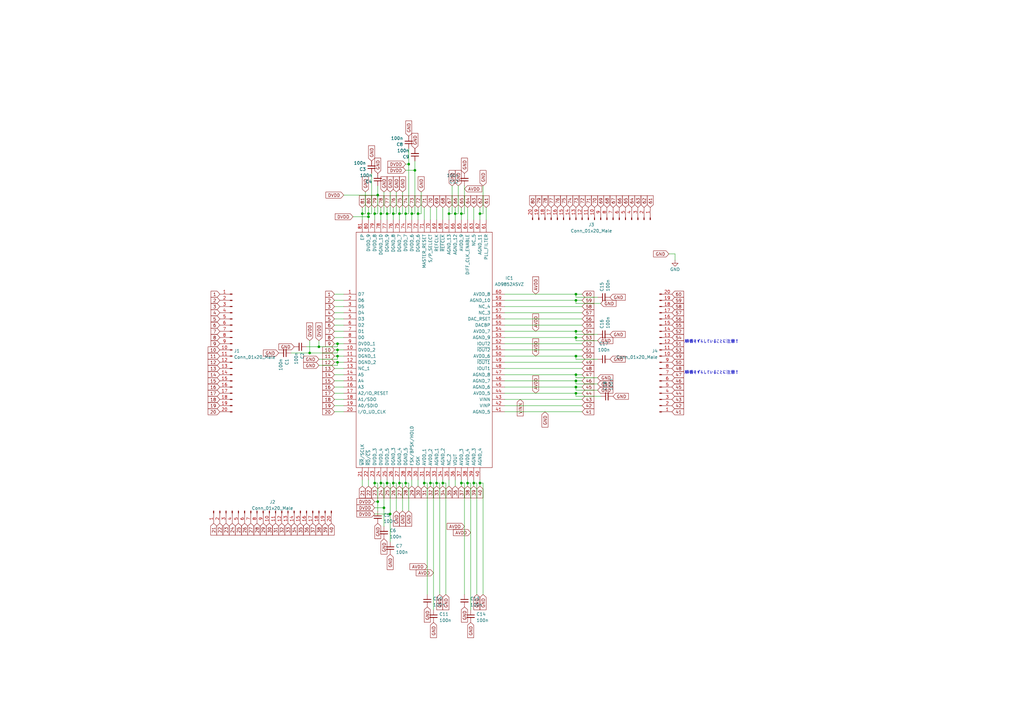
<source format=kicad_sch>
(kicad_sch (version 20230121) (generator eeschema)

  (uuid 762c3b19-84d8-4347-b321-02f097cec2ea)

  (paper "A3")

  (lib_symbols
    (symbol "Connector:Conn_01x20_Male" (pin_names (offset 1.016) hide) (in_bom yes) (on_board yes)
      (property "Reference" "J" (at 0 25.4 0)
        (effects (font (size 1.27 1.27)))
      )
      (property "Value" "Conn_01x20_Male" (at 0 -27.94 0)
        (effects (font (size 1.27 1.27)))
      )
      (property "Footprint" "" (at 0 0 0)
        (effects (font (size 1.27 1.27)) hide)
      )
      (property "Datasheet" "~" (at 0 0 0)
        (effects (font (size 1.27 1.27)) hide)
      )
      (property "ki_keywords" "connector" (at 0 0 0)
        (effects (font (size 1.27 1.27)) hide)
      )
      (property "ki_description" "Generic connector, single row, 01x20, script generated (kicad-library-utils/schlib/autogen/connector/)" (at 0 0 0)
        (effects (font (size 1.27 1.27)) hide)
      )
      (property "ki_fp_filters" "Connector*:*_1x??_*" (at 0 0 0)
        (effects (font (size 1.27 1.27)) hide)
      )
      (symbol "Conn_01x20_Male_1_1"
        (polyline
          (pts
            (xy 1.27 -25.4)
            (xy 0.8636 -25.4)
          )
          (stroke (width 0.1524) (type default))
          (fill (type none))
        )
        (polyline
          (pts
            (xy 1.27 -22.86)
            (xy 0.8636 -22.86)
          )
          (stroke (width 0.1524) (type default))
          (fill (type none))
        )
        (polyline
          (pts
            (xy 1.27 -20.32)
            (xy 0.8636 -20.32)
          )
          (stroke (width 0.1524) (type default))
          (fill (type none))
        )
        (polyline
          (pts
            (xy 1.27 -17.78)
            (xy 0.8636 -17.78)
          )
          (stroke (width 0.1524) (type default))
          (fill (type none))
        )
        (polyline
          (pts
            (xy 1.27 -15.24)
            (xy 0.8636 -15.24)
          )
          (stroke (width 0.1524) (type default))
          (fill (type none))
        )
        (polyline
          (pts
            (xy 1.27 -12.7)
            (xy 0.8636 -12.7)
          )
          (stroke (width 0.1524) (type default))
          (fill (type none))
        )
        (polyline
          (pts
            (xy 1.27 -10.16)
            (xy 0.8636 -10.16)
          )
          (stroke (width 0.1524) (type default))
          (fill (type none))
        )
        (polyline
          (pts
            (xy 1.27 -7.62)
            (xy 0.8636 -7.62)
          )
          (stroke (width 0.1524) (type default))
          (fill (type none))
        )
        (polyline
          (pts
            (xy 1.27 -5.08)
            (xy 0.8636 -5.08)
          )
          (stroke (width 0.1524) (type default))
          (fill (type none))
        )
        (polyline
          (pts
            (xy 1.27 -2.54)
            (xy 0.8636 -2.54)
          )
          (stroke (width 0.1524) (type default))
          (fill (type none))
        )
        (polyline
          (pts
            (xy 1.27 0)
            (xy 0.8636 0)
          )
          (stroke (width 0.1524) (type default))
          (fill (type none))
        )
        (polyline
          (pts
            (xy 1.27 2.54)
            (xy 0.8636 2.54)
          )
          (stroke (width 0.1524) (type default))
          (fill (type none))
        )
        (polyline
          (pts
            (xy 1.27 5.08)
            (xy 0.8636 5.08)
          )
          (stroke (width 0.1524) (type default))
          (fill (type none))
        )
        (polyline
          (pts
            (xy 1.27 7.62)
            (xy 0.8636 7.62)
          )
          (stroke (width 0.1524) (type default))
          (fill (type none))
        )
        (polyline
          (pts
            (xy 1.27 10.16)
            (xy 0.8636 10.16)
          )
          (stroke (width 0.1524) (type default))
          (fill (type none))
        )
        (polyline
          (pts
            (xy 1.27 12.7)
            (xy 0.8636 12.7)
          )
          (stroke (width 0.1524) (type default))
          (fill (type none))
        )
        (polyline
          (pts
            (xy 1.27 15.24)
            (xy 0.8636 15.24)
          )
          (stroke (width 0.1524) (type default))
          (fill (type none))
        )
        (polyline
          (pts
            (xy 1.27 17.78)
            (xy 0.8636 17.78)
          )
          (stroke (width 0.1524) (type default))
          (fill (type none))
        )
        (polyline
          (pts
            (xy 1.27 20.32)
            (xy 0.8636 20.32)
          )
          (stroke (width 0.1524) (type default))
          (fill (type none))
        )
        (polyline
          (pts
            (xy 1.27 22.86)
            (xy 0.8636 22.86)
          )
          (stroke (width 0.1524) (type default))
          (fill (type none))
        )
        (rectangle (start 0.8636 -25.273) (end 0 -25.527)
          (stroke (width 0.1524) (type default))
          (fill (type outline))
        )
        (rectangle (start 0.8636 -22.733) (end 0 -22.987)
          (stroke (width 0.1524) (type default))
          (fill (type outline))
        )
        (rectangle (start 0.8636 -20.193) (end 0 -20.447)
          (stroke (width 0.1524) (type default))
          (fill (type outline))
        )
        (rectangle (start 0.8636 -17.653) (end 0 -17.907)
          (stroke (width 0.1524) (type default))
          (fill (type outline))
        )
        (rectangle (start 0.8636 -15.113) (end 0 -15.367)
          (stroke (width 0.1524) (type default))
          (fill (type outline))
        )
        (rectangle (start 0.8636 -12.573) (end 0 -12.827)
          (stroke (width 0.1524) (type default))
          (fill (type outline))
        )
        (rectangle (start 0.8636 -10.033) (end 0 -10.287)
          (stroke (width 0.1524) (type default))
          (fill (type outline))
        )
        (rectangle (start 0.8636 -7.493) (end 0 -7.747)
          (stroke (width 0.1524) (type default))
          (fill (type outline))
        )
        (rectangle (start 0.8636 -4.953) (end 0 -5.207)
          (stroke (width 0.1524) (type default))
          (fill (type outline))
        )
        (rectangle (start 0.8636 -2.413) (end 0 -2.667)
          (stroke (width 0.1524) (type default))
          (fill (type outline))
        )
        (rectangle (start 0.8636 0.127) (end 0 -0.127)
          (stroke (width 0.1524) (type default))
          (fill (type outline))
        )
        (rectangle (start 0.8636 2.667) (end 0 2.413)
          (stroke (width 0.1524) (type default))
          (fill (type outline))
        )
        (rectangle (start 0.8636 5.207) (end 0 4.953)
          (stroke (width 0.1524) (type default))
          (fill (type outline))
        )
        (rectangle (start 0.8636 7.747) (end 0 7.493)
          (stroke (width 0.1524) (type default))
          (fill (type outline))
        )
        (rectangle (start 0.8636 10.287) (end 0 10.033)
          (stroke (width 0.1524) (type default))
          (fill (type outline))
        )
        (rectangle (start 0.8636 12.827) (end 0 12.573)
          (stroke (width 0.1524) (type default))
          (fill (type outline))
        )
        (rectangle (start 0.8636 15.367) (end 0 15.113)
          (stroke (width 0.1524) (type default))
          (fill (type outline))
        )
        (rectangle (start 0.8636 17.907) (end 0 17.653)
          (stroke (width 0.1524) (type default))
          (fill (type outline))
        )
        (rectangle (start 0.8636 20.447) (end 0 20.193)
          (stroke (width 0.1524) (type default))
          (fill (type outline))
        )
        (rectangle (start 0.8636 22.987) (end 0 22.733)
          (stroke (width 0.1524) (type default))
          (fill (type outline))
        )
        (pin passive line (at 5.08 22.86 180) (length 3.81)
          (name "Pin_1" (effects (font (size 1.27 1.27))))
          (number "1" (effects (font (size 1.27 1.27))))
        )
        (pin passive line (at 5.08 0 180) (length 3.81)
          (name "Pin_10" (effects (font (size 1.27 1.27))))
          (number "10" (effects (font (size 1.27 1.27))))
        )
        (pin passive line (at 5.08 -2.54 180) (length 3.81)
          (name "Pin_11" (effects (font (size 1.27 1.27))))
          (number "11" (effects (font (size 1.27 1.27))))
        )
        (pin passive line (at 5.08 -5.08 180) (length 3.81)
          (name "Pin_12" (effects (font (size 1.27 1.27))))
          (number "12" (effects (font (size 1.27 1.27))))
        )
        (pin passive line (at 5.08 -7.62 180) (length 3.81)
          (name "Pin_13" (effects (font (size 1.27 1.27))))
          (number "13" (effects (font (size 1.27 1.27))))
        )
        (pin passive line (at 5.08 -10.16 180) (length 3.81)
          (name "Pin_14" (effects (font (size 1.27 1.27))))
          (number "14" (effects (font (size 1.27 1.27))))
        )
        (pin passive line (at 5.08 -12.7 180) (length 3.81)
          (name "Pin_15" (effects (font (size 1.27 1.27))))
          (number "15" (effects (font (size 1.27 1.27))))
        )
        (pin passive line (at 5.08 -15.24 180) (length 3.81)
          (name "Pin_16" (effects (font (size 1.27 1.27))))
          (number "16" (effects (font (size 1.27 1.27))))
        )
        (pin passive line (at 5.08 -17.78 180) (length 3.81)
          (name "Pin_17" (effects (font (size 1.27 1.27))))
          (number "17" (effects (font (size 1.27 1.27))))
        )
        (pin passive line (at 5.08 -20.32 180) (length 3.81)
          (name "Pin_18" (effects (font (size 1.27 1.27))))
          (number "18" (effects (font (size 1.27 1.27))))
        )
        (pin passive line (at 5.08 -22.86 180) (length 3.81)
          (name "Pin_19" (effects (font (size 1.27 1.27))))
          (number "19" (effects (font (size 1.27 1.27))))
        )
        (pin passive line (at 5.08 20.32 180) (length 3.81)
          (name "Pin_2" (effects (font (size 1.27 1.27))))
          (number "2" (effects (font (size 1.27 1.27))))
        )
        (pin passive line (at 5.08 -25.4 180) (length 3.81)
          (name "Pin_20" (effects (font (size 1.27 1.27))))
          (number "20" (effects (font (size 1.27 1.27))))
        )
        (pin passive line (at 5.08 17.78 180) (length 3.81)
          (name "Pin_3" (effects (font (size 1.27 1.27))))
          (number "3" (effects (font (size 1.27 1.27))))
        )
        (pin passive line (at 5.08 15.24 180) (length 3.81)
          (name "Pin_4" (effects (font (size 1.27 1.27))))
          (number "4" (effects (font (size 1.27 1.27))))
        )
        (pin passive line (at 5.08 12.7 180) (length 3.81)
          (name "Pin_5" (effects (font (size 1.27 1.27))))
          (number "5" (effects (font (size 1.27 1.27))))
        )
        (pin passive line (at 5.08 10.16 180) (length 3.81)
          (name "Pin_6" (effects (font (size 1.27 1.27))))
          (number "6" (effects (font (size 1.27 1.27))))
        )
        (pin passive line (at 5.08 7.62 180) (length 3.81)
          (name "Pin_7" (effects (font (size 1.27 1.27))))
          (number "7" (effects (font (size 1.27 1.27))))
        )
        (pin passive line (at 5.08 5.08 180) (length 3.81)
          (name "Pin_8" (effects (font (size 1.27 1.27))))
          (number "8" (effects (font (size 1.27 1.27))))
        )
        (pin passive line (at 5.08 2.54 180) (length 3.81)
          (name "Pin_9" (effects (font (size 1.27 1.27))))
          (number "9" (effects (font (size 1.27 1.27))))
        )
      )
    )
    (symbol "Device:C_Small" (pin_numbers hide) (pin_names (offset 0.254) hide) (in_bom yes) (on_board yes)
      (property "Reference" "C" (at 0.254 1.778 0)
        (effects (font (size 1.27 1.27)) (justify left))
      )
      (property "Value" "C_Small" (at 0.254 -2.032 0)
        (effects (font (size 1.27 1.27)) (justify left))
      )
      (property "Footprint" "" (at 0 0 0)
        (effects (font (size 1.27 1.27)) hide)
      )
      (property "Datasheet" "~" (at 0 0 0)
        (effects (font (size 1.27 1.27)) hide)
      )
      (property "ki_keywords" "capacitor cap" (at 0 0 0)
        (effects (font (size 1.27 1.27)) hide)
      )
      (property "ki_description" "Unpolarized capacitor, small symbol" (at 0 0 0)
        (effects (font (size 1.27 1.27)) hide)
      )
      (property "ki_fp_filters" "C_*" (at 0 0 0)
        (effects (font (size 1.27 1.27)) hide)
      )
      (symbol "C_Small_0_1"
        (polyline
          (pts
            (xy -1.524 -0.508)
            (xy 1.524 -0.508)
          )
          (stroke (width 0.3302) (type default))
          (fill (type none))
        )
        (polyline
          (pts
            (xy -1.524 0.508)
            (xy 1.524 0.508)
          )
          (stroke (width 0.3048) (type default))
          (fill (type none))
        )
      )
      (symbol "C_Small_1_1"
        (pin passive line (at 0 2.54 270) (length 2.032)
          (name "~" (effects (font (size 1.27 1.27))))
          (number "1" (effects (font (size 1.27 1.27))))
        )
        (pin passive line (at 0 -2.54 90) (length 2.032)
          (name "~" (effects (font (size 1.27 1.27))))
          (number "2" (effects (font (size 1.27 1.27))))
        )
      )
    )
    (symbol "SamacSys_Parts:AD9852ASVZ" (pin_names (offset 0.762)) (in_bom yes) (on_board yes)
      (property "Reference" "IC" (at 62.23 30.48 0)
        (effects (font (size 1.27 1.27)) (justify left))
      )
      (property "Value" "AD9852ASVZ" (at 62.23 27.94 0)
        (effects (font (size 1.27 1.27)) (justify left))
      )
      (property "Footprint" "QFP65P1600X1600X120-81N" (at 62.23 25.4 0)
        (effects (font (size 1.27 1.27)) (justify left) hide)
      )
      (property "Datasheet" "http://uk.rs-online.com/web/p/products/6977476P" (at 62.23 22.86 0)
        (effects (font (size 1.27 1.27)) (justify left) hide)
      )
      (property "Description" "AD9852ASVZ, Direct Digital Synthesizer 12-Bit 300000ksps, 80-Pin TQFP EP" (at 62.23 20.32 0)
        (effects (font (size 1.27 1.27)) (justify left) hide)
      )
      (property "Height" "1.2" (at 62.23 17.78 0)
        (effects (font (size 1.27 1.27)) (justify left) hide)
      )
      (property "RS Part Number" "6977476P" (at 62.23 15.24 0)
        (effects (font (size 1.27 1.27)) (justify left) hide)
      )
      (property "RS Price/Stock" "http://uk.rs-online.com/web/p/products/6977476P" (at 62.23 12.7 0)
        (effects (font (size 1.27 1.27)) (justify left) hide)
      )
      (property "Manufacturer_Name" "Analog Devices" (at 62.23 10.16 0)
        (effects (font (size 1.27 1.27)) (justify left) hide)
      )
      (property "Manufacturer_Part_Number" "AD9852ASVZ" (at 62.23 7.62 0)
        (effects (font (size 1.27 1.27)) (justify left) hide)
      )
      (property "ki_description" "AD9852ASVZ, Direct Digital Synthesizer 12-Bit 300000ksps, 80-Pin TQFP EP" (at 0 0 0)
        (effects (font (size 1.27 1.27)) hide)
      )
      (symbol "AD9852ASVZ_0_0"
        (pin passive line (at 0 0 0) (length 5.08)
          (name "D7" (effects (font (size 1.27 1.27))))
          (number "1" (effects (font (size 1.27 1.27))))
        )
        (pin passive line (at 0 -22.86 0) (length 5.08)
          (name "DVDD_2" (effects (font (size 1.27 1.27))))
          (number "10" (effects (font (size 1.27 1.27))))
        )
        (pin passive line (at 0 -25.4 0) (length 5.08)
          (name "DGND_1" (effects (font (size 1.27 1.27))))
          (number "11" (effects (font (size 1.27 1.27))))
        )
        (pin passive line (at 0 -27.94 0) (length 5.08)
          (name "DGND_2" (effects (font (size 1.27 1.27))))
          (number "12" (effects (font (size 1.27 1.27))))
        )
        (pin passive line (at 0 -30.48 0) (length 5.08)
          (name "NC_1" (effects (font (size 1.27 1.27))))
          (number "13" (effects (font (size 1.27 1.27))))
        )
        (pin passive line (at 0 -33.02 0) (length 5.08)
          (name "A5" (effects (font (size 1.27 1.27))))
          (number "14" (effects (font (size 1.27 1.27))))
        )
        (pin passive line (at 0 -35.56 0) (length 5.08)
          (name "A4" (effects (font (size 1.27 1.27))))
          (number "15" (effects (font (size 1.27 1.27))))
        )
        (pin passive line (at 0 -38.1 0) (length 5.08)
          (name "A3" (effects (font (size 1.27 1.27))))
          (number "16" (effects (font (size 1.27 1.27))))
        )
        (pin passive line (at 0 -40.64 0) (length 5.08)
          (name "A2/IO_RESET" (effects (font (size 1.27 1.27))))
          (number "17" (effects (font (size 1.27 1.27))))
        )
        (pin passive line (at 0 -43.18 0) (length 5.08)
          (name "A1/SDO" (effects (font (size 1.27 1.27))))
          (number "18" (effects (font (size 1.27 1.27))))
        )
        (pin passive line (at 0 -45.72 0) (length 5.08)
          (name "A0/SDIO" (effects (font (size 1.27 1.27))))
          (number "19" (effects (font (size 1.27 1.27))))
        )
        (pin passive line (at 0 -2.54 0) (length 5.08)
          (name "D6" (effects (font (size 1.27 1.27))))
          (number "2" (effects (font (size 1.27 1.27))))
        )
        (pin passive line (at 0 -48.26 0) (length 5.08)
          (name "I/O_UD_CLK" (effects (font (size 1.27 1.27))))
          (number "20" (effects (font (size 1.27 1.27))))
        )
        (pin passive line (at 7.62 -76.2 90) (length 5.08)
          (name "~{WR}/SCLK" (effects (font (size 1.27 1.27))))
          (number "21" (effects (font (size 1.27 1.27))))
        )
        (pin passive line (at 10.16 -76.2 90) (length 5.08)
          (name "~{RD}/~{CS}" (effects (font (size 1.27 1.27))))
          (number "22" (effects (font (size 1.27 1.27))))
        )
        (pin passive line (at 12.7 -76.2 90) (length 5.08)
          (name "DVDD_3" (effects (font (size 1.27 1.27))))
          (number "23" (effects (font (size 1.27 1.27))))
        )
        (pin passive line (at 15.24 -76.2 90) (length 5.08)
          (name "DVDD_4" (effects (font (size 1.27 1.27))))
          (number "24" (effects (font (size 1.27 1.27))))
        )
        (pin passive line (at 17.78 -76.2 90) (length 5.08)
          (name "DVDD_5" (effects (font (size 1.27 1.27))))
          (number "25" (effects (font (size 1.27 1.27))))
        )
        (pin passive line (at 20.32 -76.2 90) (length 5.08)
          (name "DGND_3" (effects (font (size 1.27 1.27))))
          (number "26" (effects (font (size 1.27 1.27))))
        )
        (pin passive line (at 22.86 -76.2 90) (length 5.08)
          (name "DGND_4" (effects (font (size 1.27 1.27))))
          (number "27" (effects (font (size 1.27 1.27))))
        )
        (pin passive line (at 25.4 -76.2 90) (length 5.08)
          (name "DGND_5" (effects (font (size 1.27 1.27))))
          (number "28" (effects (font (size 1.27 1.27))))
        )
        (pin passive line (at 27.94 -76.2 90) (length 5.08)
          (name "FSK/BPSK/HOLD" (effects (font (size 1.27 1.27))))
          (number "29" (effects (font (size 1.27 1.27))))
        )
        (pin passive line (at 0 -5.08 0) (length 5.08)
          (name "D5" (effects (font (size 1.27 1.27))))
          (number "3" (effects (font (size 1.27 1.27))))
        )
        (pin passive line (at 30.48 -76.2 90) (length 5.08)
          (name "OSK" (effects (font (size 1.27 1.27))))
          (number "30" (effects (font (size 1.27 1.27))))
        )
        (pin passive line (at 33.02 -76.2 90) (length 5.08)
          (name "AVDD_1" (effects (font (size 1.27 1.27))))
          (number "31" (effects (font (size 1.27 1.27))))
        )
        (pin passive line (at 35.56 -76.2 90) (length 5.08)
          (name "AVDD_2" (effects (font (size 1.27 1.27))))
          (number "32" (effects (font (size 1.27 1.27))))
        )
        (pin passive line (at 38.1 -76.2 90) (length 5.08)
          (name "AGND_1" (effects (font (size 1.27 1.27))))
          (number "33" (effects (font (size 1.27 1.27))))
        )
        (pin passive line (at 40.64 -76.2 90) (length 5.08)
          (name "AGND_2" (effects (font (size 1.27 1.27))))
          (number "34" (effects (font (size 1.27 1.27))))
        )
        (pin passive line (at 43.18 -76.2 90) (length 5.08)
          (name "NC_2" (effects (font (size 1.27 1.27))))
          (number "35" (effects (font (size 1.27 1.27))))
        )
        (pin passive line (at 45.72 -76.2 90) (length 5.08)
          (name "VOUT" (effects (font (size 1.27 1.27))))
          (number "36" (effects (font (size 1.27 1.27))))
        )
        (pin passive line (at 48.26 -76.2 90) (length 5.08)
          (name "AVDD_3" (effects (font (size 1.27 1.27))))
          (number "37" (effects (font (size 1.27 1.27))))
        )
        (pin passive line (at 50.8 -76.2 90) (length 5.08)
          (name "AVDD_4" (effects (font (size 1.27 1.27))))
          (number "38" (effects (font (size 1.27 1.27))))
        )
        (pin passive line (at 53.34 -76.2 90) (length 5.08)
          (name "AGND_3" (effects (font (size 1.27 1.27))))
          (number "39" (effects (font (size 1.27 1.27))))
        )
        (pin passive line (at 0 -7.62 0) (length 5.08)
          (name "D4" (effects (font (size 1.27 1.27))))
          (number "4" (effects (font (size 1.27 1.27))))
        )
        (pin passive line (at 55.88 -76.2 90) (length 5.08)
          (name "AGND_4" (effects (font (size 1.27 1.27))))
          (number "40" (effects (font (size 1.27 1.27))))
        )
        (pin passive line (at 66.04 -48.26 180) (length 5.08)
          (name "AGND_5" (effects (font (size 1.27 1.27))))
          (number "41" (effects (font (size 1.27 1.27))))
        )
        (pin passive line (at 66.04 -45.72 180) (length 5.08)
          (name "VINP" (effects (font (size 1.27 1.27))))
          (number "42" (effects (font (size 1.27 1.27))))
        )
        (pin passive line (at 66.04 -43.18 180) (length 5.08)
          (name "VINN" (effects (font (size 1.27 1.27))))
          (number "43" (effects (font (size 1.27 1.27))))
        )
        (pin passive line (at 66.04 -40.64 180) (length 5.08)
          (name "AVDD_5" (effects (font (size 1.27 1.27))))
          (number "44" (effects (font (size 1.27 1.27))))
        )
        (pin passive line (at 66.04 -38.1 180) (length 5.08)
          (name "AGND_6" (effects (font (size 1.27 1.27))))
          (number "45" (effects (font (size 1.27 1.27))))
        )
        (pin passive line (at 66.04 -35.56 180) (length 5.08)
          (name "AGND_7" (effects (font (size 1.27 1.27))))
          (number "46" (effects (font (size 1.27 1.27))))
        )
        (pin passive line (at 66.04 -33.02 180) (length 5.08)
          (name "AGND_8" (effects (font (size 1.27 1.27))))
          (number "47" (effects (font (size 1.27 1.27))))
        )
        (pin passive line (at 66.04 -30.48 180) (length 5.08)
          (name "IOUT1" (effects (font (size 1.27 1.27))))
          (number "48" (effects (font (size 1.27 1.27))))
        )
        (pin passive line (at 66.04 -27.94 180) (length 5.08)
          (name "~{IOUT1}" (effects (font (size 1.27 1.27))))
          (number "49" (effects (font (size 1.27 1.27))))
        )
        (pin passive line (at 0 -10.16 0) (length 5.08)
          (name "D3" (effects (font (size 1.27 1.27))))
          (number "5" (effects (font (size 1.27 1.27))))
        )
        (pin passive line (at 66.04 -25.4 180) (length 5.08)
          (name "AVDD_6" (effects (font (size 1.27 1.27))))
          (number "50" (effects (font (size 1.27 1.27))))
        )
        (pin passive line (at 66.04 -22.86 180) (length 5.08)
          (name "~{IOUT2}" (effects (font (size 1.27 1.27))))
          (number "51" (effects (font (size 1.27 1.27))))
        )
        (pin passive line (at 66.04 -20.32 180) (length 5.08)
          (name "IOUT2" (effects (font (size 1.27 1.27))))
          (number "52" (effects (font (size 1.27 1.27))))
        )
        (pin passive line (at 66.04 -17.78 180) (length 5.08)
          (name "AGND_9" (effects (font (size 1.27 1.27))))
          (number "53" (effects (font (size 1.27 1.27))))
        )
        (pin passive line (at 66.04 -15.24 180) (length 5.08)
          (name "AVDD_7" (effects (font (size 1.27 1.27))))
          (number "54" (effects (font (size 1.27 1.27))))
        )
        (pin passive line (at 66.04 -12.7 180) (length 5.08)
          (name "DACBP" (effects (font (size 1.27 1.27))))
          (number "55" (effects (font (size 1.27 1.27))))
        )
        (pin passive line (at 66.04 -10.16 180) (length 5.08)
          (name "DAC_RSET" (effects (font (size 1.27 1.27))))
          (number "56" (effects (font (size 1.27 1.27))))
        )
        (pin passive line (at 66.04 -7.62 180) (length 5.08)
          (name "NC_3" (effects (font (size 1.27 1.27))))
          (number "57" (effects (font (size 1.27 1.27))))
        )
        (pin passive line (at 66.04 -5.08 180) (length 5.08)
          (name "NC_4" (effects (font (size 1.27 1.27))))
          (number "58" (effects (font (size 1.27 1.27))))
        )
        (pin passive line (at 66.04 -2.54 180) (length 5.08)
          (name "AGND_10" (effects (font (size 1.27 1.27))))
          (number "59" (effects (font (size 1.27 1.27))))
        )
        (pin passive line (at 0 -12.7 0) (length 5.08)
          (name "D2" (effects (font (size 1.27 1.27))))
          (number "6" (effects (font (size 1.27 1.27))))
        )
        (pin passive line (at 66.04 0 180) (length 5.08)
          (name "AVDD_8" (effects (font (size 1.27 1.27))))
          (number "60" (effects (font (size 1.27 1.27))))
        )
        (pin passive line (at 58.42 30.48 270) (length 5.08)
          (name "PLL_FILTER" (effects (font (size 1.27 1.27))))
          (number "61" (effects (font (size 1.27 1.27))))
        )
        (pin passive line (at 55.88 30.48 270) (length 5.08)
          (name "AGND_11" (effects (font (size 1.27 1.27))))
          (number "62" (effects (font (size 1.27 1.27))))
        )
        (pin passive line (at 53.34 30.48 270) (length 5.08)
          (name "NC_5" (effects (font (size 1.27 1.27))))
          (number "63" (effects (font (size 1.27 1.27))))
        )
        (pin passive line (at 50.8 30.48 270) (length 5.08)
          (name "DIFF_CLK_ENABLE" (effects (font (size 1.27 1.27))))
          (number "64" (effects (font (size 1.27 1.27))))
        )
        (pin passive line (at 48.26 30.48 270) (length 5.08)
          (name "AVDD_9" (effects (font (size 1.27 1.27))))
          (number "65" (effects (font (size 1.27 1.27))))
        )
        (pin passive line (at 45.72 30.48 270) (length 5.08)
          (name "AGND_12" (effects (font (size 1.27 1.27))))
          (number "66" (effects (font (size 1.27 1.27))))
        )
        (pin passive line (at 43.18 30.48 270) (length 5.08)
          (name "AGND_13" (effects (font (size 1.27 1.27))))
          (number "67" (effects (font (size 1.27 1.27))))
        )
        (pin passive line (at 40.64 30.48 270) (length 5.08)
          (name "~{REFCLK}" (effects (font (size 1.27 1.27))))
          (number "68" (effects (font (size 1.27 1.27))))
        )
        (pin passive line (at 38.1 30.48 270) (length 5.08)
          (name "REFCLK" (effects (font (size 1.27 1.27))))
          (number "69" (effects (font (size 1.27 1.27))))
        )
        (pin passive line (at 0 -15.24 0) (length 5.08)
          (name "D1" (effects (font (size 1.27 1.27))))
          (number "7" (effects (font (size 1.27 1.27))))
        )
        (pin passive line (at 35.56 30.48 270) (length 5.08)
          (name "S/P_SELECT" (effects (font (size 1.27 1.27))))
          (number "70" (effects (font (size 1.27 1.27))))
        )
        (pin passive line (at 33.02 30.48 270) (length 5.08)
          (name "MASTER_RESET" (effects (font (size 1.27 1.27))))
          (number "71" (effects (font (size 1.27 1.27))))
        )
        (pin passive line (at 30.48 30.48 270) (length 5.08)
          (name "DGND_6" (effects (font (size 1.27 1.27))))
          (number "72" (effects (font (size 1.27 1.27))))
        )
        (pin passive line (at 27.94 30.48 270) (length 5.08)
          (name "DVDD_6" (effects (font (size 1.27 1.27))))
          (number "73" (effects (font (size 1.27 1.27))))
        )
        (pin passive line (at 25.4 30.48 270) (length 5.08)
          (name "DVDD_7" (effects (font (size 1.27 1.27))))
          (number "74" (effects (font (size 1.27 1.27))))
        )
        (pin passive line (at 22.86 30.48 270) (length 5.08)
          (name "DGND_7" (effects (font (size 1.27 1.27))))
          (number "75" (effects (font (size 1.27 1.27))))
        )
        (pin passive line (at 20.32 30.48 270) (length 5.08)
          (name "DGND_8" (effects (font (size 1.27 1.27))))
          (number "76" (effects (font (size 1.27 1.27))))
        )
        (pin passive line (at 17.78 30.48 270) (length 5.08)
          (name "DGND_9" (effects (font (size 1.27 1.27))))
          (number "77" (effects (font (size 1.27 1.27))))
        )
        (pin passive line (at 15.24 30.48 270) (length 5.08)
          (name "DGND_10" (effects (font (size 1.27 1.27))))
          (number "78" (effects (font (size 1.27 1.27))))
        )
        (pin passive line (at 12.7 30.48 270) (length 5.08)
          (name "DVDD_8" (effects (font (size 1.27 1.27))))
          (number "79" (effects (font (size 1.27 1.27))))
        )
        (pin passive line (at 0 -17.78 0) (length 5.08)
          (name "D0" (effects (font (size 1.27 1.27))))
          (number "8" (effects (font (size 1.27 1.27))))
        )
        (pin passive line (at 10.16 30.48 270) (length 5.08)
          (name "DVDD_9" (effects (font (size 1.27 1.27))))
          (number "80" (effects (font (size 1.27 1.27))))
        )
        (pin passive line (at 7.62 30.48 270) (length 5.08)
          (name "EP" (effects (font (size 1.27 1.27))))
          (number "81" (effects (font (size 1.27 1.27))))
        )
        (pin passive line (at 0 -20.32 0) (length 5.08)
          (name "DVDD_1" (effects (font (size 1.27 1.27))))
          (number "9" (effects (font (size 1.27 1.27))))
        )
      )
      (symbol "AD9852ASVZ_0_1"
        (polyline
          (pts
            (xy 5.08 25.4)
            (xy 60.96 25.4)
            (xy 60.96 -71.12)
            (xy 5.08 -71.12)
            (xy 5.08 25.4)
          )
          (stroke (width 0.1524) (type default))
          (fill (type none))
        )
      )
    )
    (symbol "power:GND" (power) (pin_names (offset 0)) (in_bom yes) (on_board yes)
      (property "Reference" "#PWR" (at 0 -6.35 0)
        (effects (font (size 1.27 1.27)) hide)
      )
      (property "Value" "GND" (at 0 -3.81 0)
        (effects (font (size 1.27 1.27)))
      )
      (property "Footprint" "" (at 0 0 0)
        (effects (font (size 1.27 1.27)) hide)
      )
      (property "Datasheet" "" (at 0 0 0)
        (effects (font (size 1.27 1.27)) hide)
      )
      (property "ki_keywords" "power-flag" (at 0 0 0)
        (effects (font (size 1.27 1.27)) hide)
      )
      (property "ki_description" "Power symbol creates a global label with name \"GND\" , ground" (at 0 0 0)
        (effects (font (size 1.27 1.27)) hide)
      )
      (symbol "GND_0_1"
        (polyline
          (pts
            (xy 0 0)
            (xy 0 -1.27)
            (xy 1.27 -1.27)
            (xy 0 -2.54)
            (xy -1.27 -1.27)
            (xy 0 -1.27)
          )
          (stroke (width 0) (type default))
          (fill (type none))
        )
      )
      (symbol "GND_1_1"
        (pin power_in line (at 0 0 270) (length 0) hide
          (name "GND" (effects (font (size 1.27 1.27))))
          (number "1" (effects (font (size 1.27 1.27))))
        )
      )
    )
  )

  (junction (at 236.22 156.21) (diameter 0) (color 0 0 0 0)
    (uuid 009e4b0e-57a2-4cb6-a8ca-4726c96f3ffe)
  )
  (junction (at 236.22 158.75) (diameter 0) (color 0 0 0 0)
    (uuid 03543fa0-92e8-4d6b-868e-f359864dcbc9)
  )
  (junction (at 236.22 120.65) (diameter 0) (color 0 0 0 0)
    (uuid 12d9a3af-9646-4898-a471-014891c68045)
  )
  (junction (at 163.83 87.63) (diameter 0) (color 0 0 0 0)
    (uuid 1348d4d8-f4d7-4755-8d6d-f958e8e86493)
  )
  (junction (at 157.48 208.28) (diameter 0) (color 0 0 0 0)
    (uuid 1da8ec32-c26c-4760-9562-9c5663e64483)
  )
  (junction (at 166.37 198.12) (diameter 0) (color 0 0 0 0)
    (uuid 1eac3f67-2612-489a-8b94-6190cd7e37a8)
  )
  (junction (at 181.61 198.12) (diameter 0) (color 0 0 0 0)
    (uuid 234a7f01-7c79-48a3-a07c-4601feda766f)
  )
  (junction (at 179.07 198.12) (diameter 0) (color 0 0 0 0)
    (uuid 32c6882c-ea6a-4310-be9f-43075e043bd4)
  )
  (junction (at 138.43 148.59) (diameter 0) (color 0 0 0 0)
    (uuid 383a1621-04d5-44aa-a08d-c49aaa5df83d)
  )
  (junction (at 127 144.78) (diameter 0) (color 0 0 0 0)
    (uuid 3f0cadd7-17ea-49cf-bb6b-9560255e5d44)
  )
  (junction (at 173.99 198.12) (diameter 0) (color 0 0 0 0)
    (uuid 4069cae8-ef54-420b-a57e-98cac24d1bb1)
  )
  (junction (at 236.22 135.89) (diameter 0) (color 0 0 0 0)
    (uuid 437d1c35-fc66-48ef-b415-dacba30f685b)
  )
  (junction (at 166.37 87.63) (diameter 0) (color 0 0 0 0)
    (uuid 45bf3b4a-e06b-4713-ac54-5a5595a40c2a)
  )
  (junction (at 160.02 210.82) (diameter 0) (color 0 0 0 0)
    (uuid 4ba9f030-ebc2-4719-ae60-78b9ec315b87)
  )
  (junction (at 151.13 88.9) (diameter 0) (color 0 0 0 0)
    (uuid 4ee6b0f5-ea40-49b6-9ede-d671559c7061)
  )
  (junction (at 170.18 69.85) (diameter 0) (color 0 0 0 0)
    (uuid 50f0eea2-a6ee-4ea3-bf5e-67c9cb77384e)
  )
  (junction (at 154.94 205.74) (diameter 0) (color 0 0 0 0)
    (uuid 645923d0-31cd-4358-a32e-aa0b1c43d109)
  )
  (junction (at 176.53 198.12) (diameter 0) (color 0 0 0 0)
    (uuid 66bb5516-16a8-4dd5-9ac5-aa035fda76c7)
  )
  (junction (at 138.43 140.97) (diameter 0) (color 0 0 0 0)
    (uuid 67d06f16-3885-4f85-86a7-1c039c0494ea)
  )
  (junction (at 194.31 198.12) (diameter 0) (color 0 0 0 0)
    (uuid 6b1a606a-61e7-456b-abf4-1c81ce01f766)
  )
  (junction (at 189.23 87.63) (diameter 0) (color 0 0 0 0)
    (uuid 6b8a1c12-a8de-47cd-a2a1-694a1d2518ae)
  )
  (junction (at 161.29 87.63) (diameter 0) (color 0 0 0 0)
    (uuid 6ec91821-65cd-4c27-9c05-2bd218a6707c)
  )
  (junction (at 156.21 198.12) (diameter 0) (color 0 0 0 0)
    (uuid 7590a56d-498a-49d1-8129-a5dc9ec24d05)
  )
  (junction (at 161.29 198.12) (diameter 0) (color 0 0 0 0)
    (uuid 77325753-ca6c-43e0-8df1-8d9303461fb6)
  )
  (junction (at 191.77 198.12) (diameter 0) (color 0 0 0 0)
    (uuid 7a189906-2992-496d-8e82-60a087923e41)
  )
  (junction (at 184.15 87.63) (diameter 0) (color 0 0 0 0)
    (uuid 7a3a920e-99e9-4270-bf4a-181da0cb3b41)
  )
  (junction (at 186.69 87.63) (diameter 0) (color 0 0 0 0)
    (uuid 7c53db37-1bc3-43e9-9f4f-a1d856728f36)
  )
  (junction (at 167.64 67.31) (diameter 0) (color 0 0 0 0)
    (uuid 8d0326c5-f00a-4f82-82ed-3f4466ea5269)
  )
  (junction (at 236.22 161.29) (diameter 0) (color 0 0 0 0)
    (uuid 9457ae85-3c33-43e7-a27e-5e5552623b12)
  )
  (junction (at 236.22 138.43) (diameter 0) (color 0 0 0 0)
    (uuid 96857e4a-9ddf-4f15-8c7a-87eeadbbec6c)
  )
  (junction (at 163.83 198.12) (diameter 0) (color 0 0 0 0)
    (uuid a1f2de70-b922-4d6b-a9c3-d65f852d6649)
  )
  (junction (at 168.91 87.63) (diameter 0) (color 0 0 0 0)
    (uuid a2fc51d5-afb5-48d5-8573-206be3183cb8)
  )
  (junction (at 153.67 87.63) (diameter 0) (color 0 0 0 0)
    (uuid a37917c9-b2ac-4ba8-a650-caf5766af4fb)
  )
  (junction (at 158.75 87.63) (diameter 0) (color 0 0 0 0)
    (uuid a770f3ee-adf9-42f9-8611-a02c3c9a24fd)
  )
  (junction (at 196.85 87.63) (diameter 0) (color 0 0 0 0)
    (uuid afc06f05-f161-41c1-a72d-b3c3536d42e9)
  )
  (junction (at 158.75 198.12) (diameter 0) (color 0 0 0 0)
    (uuid b02e10e5-757e-48a1-be49-74e8c77003c0)
  )
  (junction (at 148.59 87.63) (diameter 0) (color 0 0 0 0)
    (uuid b4120896-f4d4-4575-a376-87f9c4a4470a)
  )
  (junction (at 154.94 80.01) (diameter 0) (color 0 0 0 0)
    (uuid b896a06d-ce44-4ff2-b805-92bc2686fe90)
  )
  (junction (at 153.67 198.12) (diameter 0) (color 0 0 0 0)
    (uuid bfe11223-85ed-464b-86e7-1275aff54bb7)
  )
  (junction (at 189.23 198.12) (diameter 0) (color 0 0 0 0)
    (uuid ce48b578-d4d8-4fdb-a87b-1cb3b68c315e)
  )
  (junction (at 196.85 198.12) (diameter 0) (color 0 0 0 0)
    (uuid d3a5d381-ad43-4197-ab0d-6064ea7843c0)
  )
  (junction (at 171.45 87.63) (diameter 0) (color 0 0 0 0)
    (uuid d6cc6c48-e81f-4138-809b-7ae4a82d4494)
  )
  (junction (at 236.22 146.05) (diameter 0) (color 0 0 0 0)
    (uuid e51f65a0-0032-4e66-b5ba-9d496709c79d)
  )
  (junction (at 151.13 87.63) (diameter 0) (color 0 0 0 0)
    (uuid e57dd7cc-cd2c-4a5c-b13a-049e6074c2b6)
  )
  (junction (at 156.21 87.63) (diameter 0) (color 0 0 0 0)
    (uuid e844b035-de11-4c38-b5c3-e5db71f59178)
  )
  (junction (at 236.22 153.67) (diameter 0) (color 0 0 0 0)
    (uuid eaeb2792-0251-4ec4-81ed-984a4dd5ef71)
  )
  (junction (at 236.22 123.19) (diameter 0) (color 0 0 0 0)
    (uuid f5840884-52a4-4076-a5cf-73976289e9ed)
  )
  (junction (at 138.43 146.05) (diameter 0) (color 0 0 0 0)
    (uuid f713caf3-4d2e-4533-a2b7-b1a3ea815017)
  )
  (junction (at 130.81 142.24) (diameter 0) (color 0 0 0 0)
    (uuid fbb7a457-6447-41c0-a266-d7eef6050726)
  )
  (junction (at 138.43 143.51) (diameter 0) (color 0 0 0 0)
    (uuid ff9d8da8-7f74-4431-9af6-12fb8a988491)
  )

  (wire (pts (xy 194.31 85.09) (xy 194.31 90.17))
    (stroke (width 0) (type default))
    (uuid 01a15da4-ca18-479d-8db6-d52381876f6c)
  )
  (wire (pts (xy 236.22 147.32) (xy 236.22 146.05))
    (stroke (width 0) (type default))
    (uuid 034d5aaa-908c-451c-8525-8119c8ed64be)
  )
  (wire (pts (xy 137.16 161.29) (xy 140.97 161.29))
    (stroke (width 0) (type default))
    (uuid 04f35928-b851-4c26-b697-c737b3ee0dc4)
  )
  (wire (pts (xy 160.02 198.12) (xy 158.75 198.12))
    (stroke (width 0) (type default))
    (uuid 05b53657-ce90-4618-a5c7-78e55c6247e3)
  )
  (wire (pts (xy 195.58 198.12) (xy 195.58 243.84))
    (stroke (width 0) (type default))
    (uuid 06cbec11-d864-4851-9528-c134d30bbf6d)
  )
  (wire (pts (xy 193.04 250.19) (xy 193.04 198.12))
    (stroke (width 0) (type default))
    (uuid 07a81d05-6a81-4b41-a6f7-c93818fa253b)
  )
  (wire (pts (xy 238.76 168.91) (xy 207.01 168.91))
    (stroke (width 0) (type default))
    (uuid 0d1f73f4-5ab4-4104-90c8-c570e61f8b6f)
  )
  (wire (pts (xy 170.18 69.85) (xy 170.18 87.63))
    (stroke (width 0) (type default))
    (uuid 0df9f022-cf25-4487-be7b-8672bbeb0d4a)
  )
  (wire (pts (xy 186.69 199.39) (xy 186.69 196.85))
    (stroke (width 0) (type default))
    (uuid 0ea07156-cb11-4dd5-90e9-143da4e9663d)
  )
  (wire (pts (xy 130.81 142.24) (xy 138.43 142.24))
    (stroke (width 0) (type default))
    (uuid 0ea74e4f-3211-4f74-a6ad-4ad7789d0613)
  )
  (wire (pts (xy 190.5 243.84) (xy 190.5 198.12))
    (stroke (width 0) (type default))
    (uuid 0f1be9db-86c9-4034-94a1-764e6d31b37d)
  )
  (wire (pts (xy 162.56 198.12) (xy 161.29 198.12))
    (stroke (width 0) (type default))
    (uuid 0fe5e573-a1d7-4910-aa4c-da46f6908c01)
  )
  (wire (pts (xy 173.99 85.09) (xy 173.99 90.17))
    (stroke (width 0) (type default))
    (uuid 10fb68d3-f5a0-4e25-874a-b913f627a85f)
  )
  (wire (pts (xy 238.76 140.97) (xy 207.01 140.97))
    (stroke (width 0) (type default))
    (uuid 11bfda88-e151-41e1-b439-8e932daa6d70)
  )
  (wire (pts (xy 175.26 243.84) (xy 175.26 198.12))
    (stroke (width 0) (type default))
    (uuid 12784ee4-f20c-46cc-b4ac-67c4eadddb7e)
  )
  (wire (pts (xy 165.1 78.74) (xy 165.1 87.63))
    (stroke (width 0) (type default))
    (uuid 148d7a94-853e-4506-9997-dcee0d48a8f2)
  )
  (wire (pts (xy 198.12 198.12) (xy 198.12 243.84))
    (stroke (width 0) (type default))
    (uuid 148df888-4d7d-4b55-a506-84baef5d7876)
  )
  (wire (pts (xy 190.5 76.2) (xy 190.5 87.63))
    (stroke (width 0) (type default))
    (uuid 15040e7a-6002-49f8-82d7-7cf44c434f50)
  )
  (wire (pts (xy 153.67 208.28) (xy 157.48 208.28))
    (stroke (width 0) (type default))
    (uuid 1571095b-1c8e-48a0-8845-842ac1e6c84e)
  )
  (wire (pts (xy 245.11 139.7) (xy 236.22 139.7))
    (stroke (width 0) (type default))
    (uuid 15d09c81-823d-4cf0-8387-e27970b324a4)
  )
  (wire (pts (xy 196.85 199.39) (xy 196.85 198.12))
    (stroke (width 0) (type default))
    (uuid 15f228a9-6431-4b31-a33b-a37413e2832a)
  )
  (wire (pts (xy 140.97 80.01) (xy 154.94 80.01))
    (stroke (width 0) (type default))
    (uuid 16754952-4e18-42f1-8ee6-d465b6267c7d)
  )
  (wire (pts (xy 167.64 67.31) (xy 167.64 87.63))
    (stroke (width 0) (type default))
    (uuid 1680d746-2d91-4510-8afc-2173d23f5c8c)
  )
  (wire (pts (xy 154.94 205.74) (xy 154.94 198.12))
    (stroke (width 0) (type default))
    (uuid 16bbbbca-501c-4167-a8f0-22e3a263d927)
  )
  (wire (pts (xy 137.16 151.13) (xy 140.97 151.13))
    (stroke (width 0) (type default))
    (uuid 1995113d-c59c-4df6-8939-40b920058e21)
  )
  (wire (pts (xy 138.43 148.59) (xy 140.97 148.59))
    (stroke (width 0) (type default))
    (uuid 1b0a66db-de95-421b-b28f-30d74631fc4b)
  )
  (wire (pts (xy 166.37 199.39) (xy 166.37 198.12))
    (stroke (width 0) (type default))
    (uuid 2011a54f-52aa-4bf6-8eb5-b17e000547f8)
  )
  (wire (pts (xy 274.32 104.14) (xy 276.86 104.14))
    (stroke (width 0) (type default))
    (uuid 20688854-6286-46b5-9d92-d75e4a9d2757)
  )
  (wire (pts (xy 173.99 198.12) (xy 173.99 196.85))
    (stroke (width 0) (type default))
    (uuid 21287a18-b7ff-4093-9633-404926f2be51)
  )
  (wire (pts (xy 236.22 124.46) (xy 236.22 123.19))
    (stroke (width 0) (type default))
    (uuid 2578334a-5d3e-4096-94d3-5d25e92aa3be)
  )
  (wire (pts (xy 165.1 198.12) (xy 163.83 198.12))
    (stroke (width 0) (type default))
    (uuid 2609f1a6-5206-445f-86da-8031d08fd40e)
  )
  (wire (pts (xy 158.75 199.39) (xy 158.75 198.12))
    (stroke (width 0) (type default))
    (uuid 26a35375-01c2-4334-85fa-b0024538661b)
  )
  (wire (pts (xy 160.02 78.74) (xy 160.02 87.63))
    (stroke (width 0) (type default))
    (uuid 27fdfed2-8b29-449f-9fdc-1b39b44f088d)
  )
  (wire (pts (xy 238.76 128.27) (xy 207.01 128.27))
    (stroke (width 0) (type default))
    (uuid 2836883e-3872-4456-82f0-00baf7878b3d)
  )
  (wire (pts (xy 154.94 209.55) (xy 154.94 205.74))
    (stroke (width 0) (type default))
    (uuid 29ef36c9-caaf-4b49-a931-a91d99e07cbe)
  )
  (wire (pts (xy 184.15 85.09) (xy 184.15 87.63))
    (stroke (width 0) (type default))
    (uuid 2d1631f3-3c34-4428-820d-e42ba18132d6)
  )
  (wire (pts (xy 137.16 148.59) (xy 138.43 148.59))
    (stroke (width 0) (type default))
    (uuid 2e32640f-e03a-47d3-9241-7c82b9c8ea49)
  )
  (wire (pts (xy 236.22 139.7) (xy 236.22 138.43))
    (stroke (width 0) (type default))
    (uuid 2f7ab7da-d7ed-4cbe-a3a4-54a852d18abd)
  )
  (wire (pts (xy 137.16 125.73) (xy 140.97 125.73))
    (stroke (width 0) (type default))
    (uuid 2f9a7433-14f0-4532-aac2-ff21cb7a50f3)
  )
  (wire (pts (xy 236.22 156.21) (xy 207.01 156.21))
    (stroke (width 0) (type default))
    (uuid 30392d18-ae22-4783-96ef-9cbe2a784144)
  )
  (wire (pts (xy 189.23 198.12) (xy 189.23 196.85))
    (stroke (width 0) (type default))
    (uuid 309e8842-91d1-46de-aa78-9af82f59ffa8)
  )
  (wire (pts (xy 138.43 140.97) (xy 140.97 140.97))
    (stroke (width 0) (type default))
    (uuid 31085cdb-62ce-4e5b-9508-08283b1d102e)
  )
  (wire (pts (xy 187.96 76.2) (xy 187.96 87.63))
    (stroke (width 0) (type default))
    (uuid 310d5919-c08c-4348-8d22-9aaeabb49a1a)
  )
  (wire (pts (xy 167.64 209.55) (xy 167.64 198.12))
    (stroke (width 0) (type default))
    (uuid 32948084-a5e5-4e42-a595-ad94405deae3)
  )
  (wire (pts (xy 154.94 87.63) (xy 153.67 87.63))
    (stroke (width 0) (type default))
    (uuid 32bd75df-1680-48ba-9ee6-ae21de80c03d)
  )
  (wire (pts (xy 238.76 130.81) (xy 207.01 130.81))
    (stroke (width 0) (type default))
    (uuid 33d180ad-73fb-469c-a1dc-4ba2ac898a14)
  )
  (wire (pts (xy 190.5 87.63) (xy 189.23 87.63))
    (stroke (width 0) (type default))
    (uuid 33d53c11-bac0-47d0-be27-158e4c0ec3bf)
  )
  (wire (pts (xy 166.37 69.85) (xy 170.18 69.85))
    (stroke (width 0) (type default))
    (uuid 346e19ed-8212-424b-abcd-9b57cf661c35)
  )
  (wire (pts (xy 166.37 85.09) (xy 166.37 87.63))
    (stroke (width 0) (type default))
    (uuid 370453d5-f0ee-40ce-862b-0f858c90961f)
  )
  (wire (pts (xy 246.38 124.46) (xy 236.22 124.46))
    (stroke (width 0) (type default))
    (uuid 386abd05-8326-408a-b624-d95a5d5e2150)
  )
  (wire (pts (xy 151.13 85.09) (xy 151.13 87.63))
    (stroke (width 0) (type default))
    (uuid 387bc569-a27b-40a4-8b01-217acbe022b1)
  )
  (wire (pts (xy 194.31 198.12) (xy 195.58 198.12))
    (stroke (width 0) (type default))
    (uuid 38a8a800-02d9-4de6-8ba6-9e5bd45fdbed)
  )
  (wire (pts (xy 160.02 87.63) (xy 158.75 87.63))
    (stroke (width 0) (type default))
    (uuid 3a88f23a-41d1-4242-8042-e71588835427)
  )
  (wire (pts (xy 137.16 163.83) (xy 140.97 163.83))
    (stroke (width 0) (type default))
    (uuid 3e51f28d-56ae-407e-945c-e7afa4540d56)
  )
  (wire (pts (xy 236.22 158.75) (xy 236.22 160.02))
    (stroke (width 0) (type default))
    (uuid 403302b1-9faa-48c3-ab23-9552f0495f1c)
  )
  (wire (pts (xy 137.16 135.89) (xy 140.97 135.89))
    (stroke (width 0) (type default))
    (uuid 4056764e-14a6-462c-a9f5-50d55eea99f3)
  )
  (wire (pts (xy 168.91 199.39) (xy 168.91 196.85))
    (stroke (width 0) (type default))
    (uuid 41f3bc0a-18d8-46ae-87c2-ed484574de13)
  )
  (wire (pts (xy 238.76 156.21) (xy 236.22 156.21))
    (stroke (width 0) (type default))
    (uuid 428c65ce-21bb-47f2-a703-6cd828c5b9e7)
  )
  (wire (pts (xy 157.48 208.28) (xy 157.48 198.12))
    (stroke (width 0) (type default))
    (uuid 42da64e0-c58c-4d3d-abc9-a614237fb63c)
  )
  (wire (pts (xy 153.67 87.63) (xy 153.67 90.17))
    (stroke (width 0) (type default))
    (uuid 44119f4b-d0f1-4b59-b1e6-7302348b9634)
  )
  (wire (pts (xy 180.34 198.12) (xy 179.07 198.12))
    (stroke (width 0) (type default))
    (uuid 44268fbf-734d-4e7a-895e-fa5d85c060e9)
  )
  (wire (pts (xy 170.18 87.63) (xy 168.91 87.63))
    (stroke (width 0) (type default))
    (uuid 44344401-583d-467f-a563-e1669f99bdce)
  )
  (wire (pts (xy 236.22 153.67) (xy 207.01 153.67))
    (stroke (width 0) (type default))
    (uuid 44502eea-4226-4a21-b934-c4a87e16b05e)
  )
  (wire (pts (xy 148.59 85.09) (xy 148.59 87.63))
    (stroke (width 0) (type default))
    (uuid 4534af5d-90e4-4759-9459-e1c5b6591c46)
  )
  (wire (pts (xy 238.76 153.67) (xy 236.22 153.67))
    (stroke (width 0) (type default))
    (uuid 456c7ee2-fb70-414d-b4c7-346af465a9e3)
  )
  (wire (pts (xy 156.21 85.09) (xy 156.21 87.63))
    (stroke (width 0) (type default))
    (uuid 45ce4b03-b642-4a50-8126-538d425a12b4)
  )
  (wire (pts (xy 184.15 199.39) (xy 184.15 196.85))
    (stroke (width 0) (type default))
    (uuid 49bcf69a-d7e4-4565-bde3-33f737a6ffc1)
  )
  (wire (pts (xy 157.48 198.12) (xy 156.21 198.12))
    (stroke (width 0) (type default))
    (uuid 4c91bd1d-51e2-46d1-9ff1-0cb12e60d427)
  )
  (wire (pts (xy 172.72 78.74) (xy 172.72 87.63))
    (stroke (width 0) (type default))
    (uuid 4cf83273-b60d-46e8-92db-fab668968c54)
  )
  (wire (pts (xy 236.22 146.05) (xy 207.01 146.05))
    (stroke (width 0) (type default))
    (uuid 4fb70df1-e191-4733-b5ed-fb59607c093a)
  )
  (wire (pts (xy 179.07 199.39) (xy 179.07 198.12))
    (stroke (width 0) (type default))
    (uuid 4fef1a88-0801-4456-9a70-42a3a12c6556)
  )
  (wire (pts (xy 245.11 121.92) (xy 236.22 121.92))
    (stroke (width 0) (type default))
    (uuid 50321e91-1823-4c68-bc16-760e8fb8bd05)
  )
  (wire (pts (xy 162.56 78.74) (xy 162.56 87.63))
    (stroke (width 0) (type default))
    (uuid 52cac7ea-0e18-4841-baef-f55d8f697d5b)
  )
  (wire (pts (xy 166.37 87.63) (xy 166.37 90.17))
    (stroke (width 0) (type default))
    (uuid 5317b290-d690-4456-ae66-2db0d6b1890a)
  )
  (wire (pts (xy 168.91 87.63) (xy 168.91 90.17))
    (stroke (width 0) (type default))
    (uuid 53e6a9d5-3bd4-4ca8-81c4-b80232652245)
  )
  (wire (pts (xy 127 144.78) (xy 138.43 144.78))
    (stroke (width 0) (type default))
    (uuid 545a47c9-37c2-438d-864a-68297475bf0f)
  )
  (wire (pts (xy 245.11 137.16) (xy 236.22 137.16))
    (stroke (width 0) (type default))
    (uuid 55f5d1b4-fe76-4d02-b6da-636f1f55afa8)
  )
  (wire (pts (xy 153.67 198.12) (xy 153.67 196.85))
    (stroke (width 0) (type default))
    (uuid 57cbe2c0-adde-42b1-a290-567ac7a453cc)
  )
  (wire (pts (xy 163.83 198.12) (xy 163.83 196.85))
    (stroke (width 0) (type default))
    (uuid 5859adc0-b4aa-47c4-901f-8000218269ad)
  )
  (wire (pts (xy 153.67 210.82) (xy 160.02 210.82))
    (stroke (width 0) (type default))
    (uuid 5a146f23-5c82-4964-a9ca-bd8b50943b8f)
  )
  (wire (pts (xy 138.43 142.24) (xy 138.43 140.97))
    (stroke (width 0) (type default))
    (uuid 5db8726c-f1ae-41d4-b256-f13a449b1bfd)
  )
  (wire (pts (xy 196.85 85.09) (xy 196.85 87.63))
    (stroke (width 0) (type default))
    (uuid 5e8991b9-5190-4bf5-9672-46eaa1917c4d)
  )
  (wire (pts (xy 180.34 243.84) (xy 180.34 198.12))
    (stroke (width 0) (type default))
    (uuid 5ec8b463-78c4-4793-9742-691ce657882b)
  )
  (wire (pts (xy 137.16 146.05) (xy 138.43 146.05))
    (stroke (width 0) (type default))
    (uuid 5ef46ba8-1794-473c-859f-263b289616c4)
  )
  (wire (pts (xy 163.83 199.39) (xy 163.83 198.12))
    (stroke (width 0) (type default))
    (uuid 5f3577b6-53f5-4011-9900-c9a00b2360a2)
  )
  (wire (pts (xy 176.53 199.39) (xy 176.53 198.12))
    (stroke (width 0) (type default))
    (uuid 5f421438-0f5d-452a-9399-38b37932fe8f)
  )
  (wire (pts (xy 238.76 135.89) (xy 236.22 135.89))
    (stroke (width 0) (type default))
    (uuid 5f5ee222-fcbf-4109-ab54-b23f4071dc94)
  )
  (wire (pts (xy 182.88 243.84) (xy 182.88 198.12))
    (stroke (width 0) (type default))
    (uuid 62ab3748-4a5e-42c7-86c4-a40ae0bd6beb)
  )
  (wire (pts (xy 179.07 85.09) (xy 179.07 90.17))
    (stroke (width 0) (type default))
    (uuid 633791a5-eeaf-4e88-95b6-3e5a6eaf47b2)
  )
  (wire (pts (xy 236.22 138.43) (xy 207.01 138.43))
    (stroke (width 0) (type default))
    (uuid 63eb4907-4495-4edc-b6ad-47649d53a0ee)
  )
  (wire (pts (xy 236.22 135.89) (xy 207.01 135.89))
    (stroke (width 0) (type default))
    (uuid 64b6ee31-b5e5-4844-909d-2d2f40038f90)
  )
  (wire (pts (xy 157.48 215.9) (xy 157.48 208.28))
    (stroke (width 0) (type default))
    (uuid 65a3c1a7-f89b-4c9d-baca-7ad248736c07)
  )
  (wire (pts (xy 119.38 144.78) (xy 127 144.78))
    (stroke (width 0) (type default))
    (uuid 6658b728-9247-4533-88d0-363ab7445c39)
  )
  (wire (pts (xy 138.43 149.86) (xy 138.43 148.59))
    (stroke (width 0) (type default))
    (uuid 6854cbde-5e5a-4ff0-ab1f-afd91580c1f5)
  )
  (wire (pts (xy 130.81 149.86) (xy 138.43 149.86))
    (stroke (width 0) (type default))
    (uuid 68ec851f-7df5-43d1-9b32-419cd693da09)
  )
  (wire (pts (xy 167.64 198.12) (xy 166.37 198.12))
    (stroke (width 0) (type default))
    (uuid 690c4a67-93e8-4c72-8403-75a83684f080)
  )
  (wire (pts (xy 238.76 120.65) (xy 236.22 120.65))
    (stroke (width 0) (type default))
    (uuid 691dcf18-a5b5-4287-81db-0bfb626737c5)
  )
  (wire (pts (xy 236.22 121.92) (xy 236.22 120.65))
    (stroke (width 0) (type default))
    (uuid 69b1002d-850e-4279-bfe1-46edba74536a)
  )
  (wire (pts (xy 236.22 160.02) (xy 245.11 160.02))
    (stroke (width 0) (type default))
    (uuid 6b72205d-5f67-4680-8d80-c7b9a08b29c8)
  )
  (wire (pts (xy 196.85 198.12) (xy 196.85 196.85))
    (stroke (width 0) (type default))
    (uuid 6d468c16-3283-4632-ae7b-f2fb6e7890ca)
  )
  (wire (pts (xy 238.76 138.43) (xy 236.22 138.43))
    (stroke (width 0) (type default))
    (uuid 6deb1543-d87a-4d34-826a-a69b3abdb26d)
  )
  (wire (pts (xy 153.67 205.74) (xy 154.94 205.74))
    (stroke (width 0) (type default))
    (uuid 6f0ca883-9c42-45f1-a2a4-b35d077ce992)
  )
  (wire (pts (xy 137.16 133.35) (xy 140.97 133.35))
    (stroke (width 0) (type default))
    (uuid 71d16feb-e7fb-4216-b017-f79072c752e9)
  )
  (wire (pts (xy 160.02 210.82) (xy 160.02 198.12))
    (stroke (width 0) (type default))
    (uuid 74fbbdc5-5ea7-49d2-b3e5-f7ae162d202f)
  )
  (wire (pts (xy 245.11 157.48) (xy 236.22 157.48))
    (stroke (width 0) (type default))
    (uuid 767189c5-b856-43e6-9147-7c0dcd1d1fcf)
  )
  (wire (pts (xy 154.94 80.01) (xy 154.94 87.63))
    (stroke (width 0) (type default))
    (uuid 7690920e-a68f-4df6-ae82-b2e4fb5dc8d7)
  )
  (wire (pts (xy 184.15 87.63) (xy 184.15 90.17))
    (stroke (width 0) (type default))
    (uuid 78976612-2da7-4d6a-997c-fa3a00487053)
  )
  (wire (pts (xy 191.77 199.39) (xy 191.77 198.12))
    (stroke (width 0) (type default))
    (uuid 79601e2c-105f-4779-8dd5-b607b3f68618)
  )
  (wire (pts (xy 189.23 85.09) (xy 189.23 87.63))
    (stroke (width 0) (type default))
    (uuid 79fbeb63-b561-4ea9-8ead-76cda85daa56)
  )
  (wire (pts (xy 236.22 157.48) (xy 236.22 156.21))
    (stroke (width 0) (type default))
    (uuid 7a984295-d0ef-4dc9-b31b-29e47415803a)
  )
  (wire (pts (xy 168.91 85.09) (xy 168.91 87.63))
    (stroke (width 0) (type default))
    (uuid 7b4f1ed7-b713-45de-9d37-1388a6bf555c)
  )
  (wire (pts (xy 177.8 250.19) (xy 177.8 198.12))
    (stroke (width 0) (type default))
    (uuid 7c8fb7c5-b1b2-4fce-832f-5783a596a4e8)
  )
  (wire (pts (xy 125.73 142.24) (xy 130.81 142.24))
    (stroke (width 0) (type default))
    (uuid 7cb136f5-d5f6-4f95-99a7-0d4c65148ef4)
  )
  (wire (pts (xy 196.85 198.12) (xy 198.12 198.12))
    (stroke (width 0) (type default))
    (uuid 7ccb6668-c9ab-4d49-9e65-81c703cc3099)
  )
  (wire (pts (xy 198.12 76.2) (xy 198.12 87.63))
    (stroke (width 0) (type default))
    (uuid 7d3ff7d1-3890-45c5-ba79-4ff698742aa0)
  )
  (wire (pts (xy 238.76 166.37) (xy 207.01 166.37))
    (stroke (width 0) (type default))
    (uuid 7d51243c-19ff-43e0-9f7b-43345c140333)
  )
  (wire (pts (xy 137.16 168.91) (xy 140.97 168.91))
    (stroke (width 0) (type default))
    (uuid 7f2dab0d-d571-4bb4-a35f-9ea49991be8d)
  )
  (wire (pts (xy 236.22 123.19) (xy 207.01 123.19))
    (stroke (width 0) (type default))
    (uuid 7f5e3358-0161-476e-a71e-35ac5922cd65)
  )
  (wire (pts (xy 186.69 85.09) (xy 186.69 87.63))
    (stroke (width 0) (type default))
    (uuid 80e8d439-e14a-47ea-a056-224eefdcbe9c)
  )
  (wire (pts (xy 151.13 88.9) (xy 151.13 90.17))
    (stroke (width 0) (type default))
    (uuid 84d9e1ed-8669-4b56-a8f8-b3d152d6461b)
  )
  (wire (pts (xy 238.76 158.75) (xy 236.22 158.75))
    (stroke (width 0) (type default))
    (uuid 87c1c534-acee-45c8-9c7d-6003a03fdfee)
  )
  (wire (pts (xy 182.88 198.12) (xy 181.61 198.12))
    (stroke (width 0) (type default))
    (uuid 89d3c84c-ffe8-4567-ae0c-ff6171c81265)
  )
  (wire (pts (xy 238.76 133.35) (xy 207.01 133.35))
    (stroke (width 0) (type default))
    (uuid 8a4c05be-89a9-404b-a3a6-3a73440810ec)
  )
  (wire (pts (xy 236.22 161.29) (xy 207.01 161.29))
    (stroke (width 0) (type default))
    (uuid 8cb961ab-3a21-42f7-a85b-8c0de01914c8)
  )
  (wire (pts (xy 157.48 78.74) (xy 157.48 87.63))
    (stroke (width 0) (type default))
    (uuid 8cbecc5c-c429-4e82-998f-0bdc5d1235e1)
  )
  (wire (pts (xy 152.4 87.63) (xy 151.13 87.63))
    (stroke (width 0) (type default))
    (uuid 8dbd34b6-666c-41ac-89a2-2028822905ce)
  )
  (wire (pts (xy 158.75 85.09) (xy 158.75 87.63))
    (stroke (width 0) (type default))
    (uuid 904ad0c2-12b3-48a7-a00e-21bdd2cadde8)
  )
  (wire (pts (xy 157.48 87.63) (xy 156.21 87.63))
    (stroke (width 0) (type default))
    (uuid 913b5025-c52f-4e3f-bb37-dc97d2e89582)
  )
  (wire (pts (xy 191.77 198.12) (xy 191.77 196.85))
    (stroke (width 0) (type default))
    (uuid 922a7260-38dc-4919-ac29-4e1d735f28f3)
  )
  (wire (pts (xy 158.75 198.12) (xy 158.75 196.85))
    (stroke (width 0) (type default))
    (uuid 92c701e6-7ba1-4f37-8a6c-5bf445fa6858)
  )
  (wire (pts (xy 236.22 153.67) (xy 236.22 154.94))
    (stroke (width 0) (type default))
    (uuid 9639d6a4-e097-4118-9034-d13d10a2333b)
  )
  (wire (pts (xy 137.16 128.27) (xy 140.97 128.27))
    (stroke (width 0) (type default))
    (uuid 9833699c-d07a-44da-b9f1-57ac4c34150d)
  )
  (wire (pts (xy 176.53 85.09) (xy 176.53 90.17))
    (stroke (width 0) (type default))
    (uuid 99a88c25-7b26-4a47-81dc-ba05689188c8)
  )
  (wire (pts (xy 162.56 209.55) (xy 162.56 198.12))
    (stroke (width 0) (type default))
    (uuid 9acfced3-8c70-4a56-85d5-c63b01eb6746)
  )
  (wire (pts (xy 158.75 87.63) (xy 158.75 90.17))
    (stroke (width 0) (type default))
    (uuid 9c2777cf-a14d-4724-97d7-c0a5ebdb602f)
  )
  (wire (pts (xy 148.59 199.39) (xy 148.59 196.85))
    (stroke (width 0) (type default))
    (uuid 9e7b6637-8d71-46f5-9019-48dbdbb5c988)
  )
  (wire (pts (xy 171.45 87.63) (xy 171.45 90.17))
    (stroke (width 0) (type default))
    (uuid 9fdabfa2-a580-45ca-97d8-ab45ea7800f1)
  )
  (wire (pts (xy 152.4 71.12) (xy 152.4 87.63))
    (stroke (width 0) (type default))
    (uuid a279f2a6-b950-4d9e-9d57-df513163d014)
  )
  (wire (pts (xy 130.81 139.7) (xy 130.81 142.24))
    (stroke (width 0) (type default))
    (uuid a3fa53e3-8fde-4d67-ade2-f979362cdd90)
  )
  (wire (pts (xy 276.86 104.14) (xy 276.86 106.68))
    (stroke (width 0) (type default))
    (uuid a5777121-0b15-4a4b-be91-020f8bafc36f)
  )
  (wire (pts (xy 153.67 85.09) (xy 153.67 87.63))
    (stroke (width 0) (type default))
    (uuid a82bcea3-17b9-4512-8558-690a6c352e58)
  )
  (wire (pts (xy 173.99 199.39) (xy 173.99 198.12))
    (stroke (width 0) (type default))
    (uuid a9001c7b-9ec8-43c8-ae0e-4d7efbfc44d7)
  )
  (wire (pts (xy 165.1 87.63) (xy 163.83 87.63))
    (stroke (width 0) (type default))
    (uuid a9378ddb-324f-4cee-83d1-ec93155d8a80)
  )
  (wire (pts (xy 181.61 198.12) (xy 181.61 196.85))
    (stroke (width 0) (type default))
    (uuid a940ab4e-cc7e-41ae-b8c7-e9d5617860be)
  )
  (wire (pts (xy 137.16 130.81) (xy 140.97 130.81))
    (stroke (width 0) (type default))
    (uuid a9ac5200-af28-4f4a-b405-027a3793e9e0)
  )
  (wire (pts (xy 186.69 87.63) (xy 186.69 90.17))
    (stroke (width 0) (type default))
    (uuid aa2aaaeb-b789-42c2-9d8c-16c0298c495f)
  )
  (wire (pts (xy 127 139.7) (xy 127 144.78))
    (stroke (width 0) (type default))
    (uuid aad5db63-1707-4caf-a291-934c2f1c0ae9)
  )
  (wire (pts (xy 138.43 144.78) (xy 138.43 143.51))
    (stroke (width 0) (type default))
    (uuid aae714ba-1e72-453c-9a19-7b1a80589bce)
  )
  (wire (pts (xy 238.76 146.05) (xy 236.22 146.05))
    (stroke (width 0) (type default))
    (uuid ab07a6ea-6971-4062-af18-c7baf9fcb481)
  )
  (wire (pts (xy 137.16 156.21) (xy 140.97 156.21))
    (stroke (width 0) (type default))
    (uuid abef2573-3f52-45af-9da1-95c389658bd6)
  )
  (wire (pts (xy 245.11 147.32) (xy 236.22 147.32))
    (stroke (width 0) (type default))
    (uuid ac575bd9-0700-4a1c-8153-7b39ad8bb2fc)
  )
  (wire (pts (xy 191.77 85.09) (xy 191.77 90.17))
    (stroke (width 0) (type default))
    (uuid acbfe4ce-5083-476d-9fe5-deb268d6b540)
  )
  (wire (pts (xy 171.45 85.09) (xy 171.45 87.63))
    (stroke (width 0) (type default))
    (uuid acfc818d-4ab9-4521-8eba-550913359a8b)
  )
  (wire (pts (xy 138.43 146.05) (xy 140.97 146.05))
    (stroke (width 0) (type default))
    (uuid ad0a1fa1-2316-432d-85d6-fac7094d00a9)
  )
  (wire (pts (xy 137.16 143.51) (xy 138.43 143.51))
    (stroke (width 0) (type default))
    (uuid ad7a06dd-a7c9-40b4-803c-bf1ce33487e9)
  )
  (wire (pts (xy 236.22 162.56) (xy 236.22 161.29))
    (stroke (width 0) (type default))
    (uuid add59c9a-853d-4e12-8bd1-ae8b65371585)
  )
  (wire (pts (xy 199.39 85.09) (xy 199.39 90.17))
    (stroke (width 0) (type default))
    (uuid af262969-e0fb-4837-a64f-8eac59e07e7b)
  )
  (wire (pts (xy 175.26 198.12) (xy 173.99 198.12))
    (stroke (width 0) (type default))
    (uuid af42d4b9-0efb-4e0b-a76d-fa101940897f)
  )
  (wire (pts (xy 236.22 158.75) (xy 207.01 158.75))
    (stroke (width 0) (type default))
    (uuid af62597c-c2a6-4c43-a217-cfc9d865f790)
  )
  (wire (pts (xy 165.1 209.55) (xy 165.1 198.12))
    (stroke (width 0) (type default))
    (uuid afd550f3-726f-492f-9f8f-325144ba3998)
  )
  (wire (pts (xy 137.16 138.43) (xy 140.97 138.43))
    (stroke (width 0) (type default))
    (uuid b0b297c6-041f-42c4-a370-d426704cd1cb)
  )
  (wire (pts (xy 194.31 199.39) (xy 194.31 198.12))
    (stroke (width 0) (type default))
    (uuid b2901f5a-1be3-4a5d-8c21-d01a4851314f)
  )
  (wire (pts (xy 130.81 147.32) (xy 138.43 147.32))
    (stroke (width 0) (type default))
    (uuid b2964dd7-f0c5-4556-bd70-ffd6df101d77)
  )
  (wire (pts (xy 151.13 87.63) (xy 151.13 88.9))
    (stroke (width 0) (type default))
    (uuid b3314f50-ba30-4d1f-8021-87261213acca)
  )
  (wire (pts (xy 236.22 120.65) (xy 207.01 120.65))
    (stroke (width 0) (type default))
    (uuid b3704cbc-89ce-4030-95d4-fa65c6598bc9)
  )
  (wire (pts (xy 138.43 147.32) (xy 138.43 146.05))
    (stroke (width 0) (type default))
    (uuid b53ca960-9564-4980-8f84-6c6c0ed3af3c)
  )
  (wire (pts (xy 148.59 87.63) (xy 148.59 90.17))
    (stroke (width 0) (type default))
    (uuid b5856c84-db4b-4d47-87f9-243e12db5ef4)
  )
  (wire (pts (xy 162.56 87.63) (xy 161.29 87.63))
    (stroke (width 0) (type default))
    (uuid b6ce10bb-2232-4841-b90e-2993c59d332f)
  )
  (wire (pts (xy 238.76 151.13) (xy 207.01 151.13))
    (stroke (width 0) (type default))
    (uuid b6f88542-3f1a-448e-af3b-9fa6d8c9d8c1)
  )
  (wire (pts (xy 137.16 120.65) (xy 140.97 120.65))
    (stroke (width 0) (type default))
    (uuid b7192ec3-2aa8-4a28-b39d-881a1a6e65ee)
  )
  (wire (pts (xy 166.37 67.31) (xy 167.64 67.31))
    (stroke (width 0) (type default))
    (uuid b9fcc558-f3d7-4388-849d-9145afcea94a)
  )
  (wire (pts (xy 161.29 87.63) (xy 161.29 90.17))
    (stroke (width 0) (type default))
    (uuid c0001ffb-deb8-4e08-b97e-4ee2bd2d8b67)
  )
  (wire (pts (xy 161.29 199.39) (xy 161.29 198.12))
    (stroke (width 0) (type default))
    (uuid c1634414-3da4-4313-b7de-663294c3e824)
  )
  (wire (pts (xy 156.21 199.39) (xy 156.21 198.12))
    (stroke (width 0) (type default))
    (uuid c1f7f45c-eb80-45a4-943a-32f0ab17d85c)
  )
  (wire (pts (xy 181.61 199.39) (xy 181.61 198.12))
    (stroke (width 0) (type default))
    (uuid c3b28d8f-3cea-45cd-8de9-3cb96f79ea55)
  )
  (wire (pts (xy 236.22 137.16) (xy 236.22 135.89))
    (stroke (width 0) (type default))
    (uuid c3e9b8d8-f48d-4bcc-b518-f05c8ebd0579)
  )
  (wire (pts (xy 238.76 161.29) (xy 236.22 161.29))
    (stroke (width 0) (type default))
    (uuid c492de18-ca02-4b56-a22c-6f810a3ba942)
  )
  (wire (pts (xy 163.83 85.09) (xy 163.83 87.63))
    (stroke (width 0) (type default))
    (uuid c4da8920-94a6-4595-b530-dc8e6c15aa71)
  )
  (wire (pts (xy 137.16 158.75) (xy 140.97 158.75))
    (stroke (width 0) (type default))
    (uuid c530dd33-3f9e-4bc2-8bd4-a4f22c273686)
  )
  (wire (pts (xy 160.02 222.25) (xy 160.02 210.82))
    (stroke (width 0) (type default))
    (uuid c6c4902f-6b6b-41ed-8a71-30bf6fe0670e)
  )
  (wire (pts (xy 194.31 198.12) (xy 194.31 196.85))
    (stroke (width 0) (type default))
    (uuid c6c77d28-25bf-4c73-943c-cf03f2011bf1)
  )
  (wire (pts (xy 137.16 153.67) (xy 140.97 153.67))
    (stroke (width 0) (type default))
    (uuid c72bd716-df3d-46b6-91b6-d1b1cdc89c0a)
  )
  (wire (pts (xy 161.29 198.12) (xy 161.29 196.85))
    (stroke (width 0) (type default))
    (uuid c734ec10-5a0d-4d3e-b54e-3aca6ddea9b2)
  )
  (wire (pts (xy 166.37 198.12) (xy 166.37 196.85))
    (stroke (width 0) (type default))
    (uuid cb29e1d4-016f-4fa2-bd99-f9b16001ab6d)
  )
  (wire (pts (xy 238.76 163.83) (xy 207.01 163.83))
    (stroke (width 0) (type default))
    (uuid cd3fe1cd-d037-4e7c-bed3-385d3766e591)
  )
  (wire (pts (xy 137.16 140.97) (xy 138.43 140.97))
    (stroke (width 0) (type default))
    (uuid cd9b516e-9c0d-4dae-b21c-80d76671888d)
  )
  (wire (pts (xy 189.23 199.39) (xy 189.23 198.12))
    (stroke (width 0) (type default))
    (uuid cdfe80b2-e2d7-4259-a038-430e92b01397)
  )
  (wire (pts (xy 177.8 198.12) (xy 176.53 198.12))
    (stroke (width 0) (type default))
    (uuid cf1150bf-4d37-480b-ba8d-e0ace67c0763)
  )
  (wire (pts (xy 151.13 199.39) (xy 151.13 196.85))
    (stroke (width 0) (type default))
    (uuid cf5437a0-02b6-4663-a49e-0f797f9f2fc0)
  )
  (wire (pts (xy 190.5 198.12) (xy 189.23 198.12))
    (stroke (width 0) (type default))
    (uuid d0118e0d-4b6f-48a4-aa53-a1503bc18ed0)
  )
  (wire (pts (xy 154.94 198.12) (xy 153.67 198.12))
    (stroke (width 0) (type default))
    (uuid d455e1cd-8d42-4b7b-959e-ec424c3182f5)
  )
  (wire (pts (xy 196.85 87.63) (xy 196.85 90.17))
    (stroke (width 0) (type default))
    (uuid d6cdd358-4640-444a-80cd-2b9618d9fe1c)
  )
  (wire (pts (xy 156.21 198.12) (xy 156.21 196.85))
    (stroke (width 0) (type default))
    (uuid d6efee94-d4e5-486a-9893-265c137b8e19)
  )
  (wire (pts (xy 238.76 123.19) (xy 236.22 123.19))
    (stroke (width 0) (type default))
    (uuid da6c9b65-593a-41cd-81c1-fcd1329dbdee)
  )
  (wire (pts (xy 138.43 143.51) (xy 140.97 143.51))
    (stroke (width 0) (type default))
    (uuid daeb36f7-98b8-4aa7-9cc0-227b088b14b9)
  )
  (wire (pts (xy 238.76 148.59) (xy 207.01 148.59))
    (stroke (width 0) (type default))
    (uuid db0880a5-ef53-4b28-9d88-9bab3c042ceb)
  )
  (wire (pts (xy 170.18 66.04) (xy 170.18 69.85))
    (stroke (width 0) (type default))
    (uuid dd40fe00-44ac-4071-9ceb-04197f91d2ed)
  )
  (wire (pts (xy 149.86 87.63) (xy 148.59 87.63))
    (stroke (width 0) (type default))
    (uuid ddaabffb-4727-45ad-92e5-ff6e681e1d19)
  )
  (wire (pts (xy 153.67 199.39) (xy 153.67 198.12))
    (stroke (width 0) (type default))
    (uuid dfa8985a-cc97-4fa3-9a25-329c1d8d8413)
  )
  (wire (pts (xy 172.72 87.63) (xy 171.45 87.63))
    (stroke (width 0) (type default))
    (uuid e0175e16-e4e8-4f82-9367-b877e7c167a7)
  )
  (wire (pts (xy 137.16 166.37) (xy 140.97 166.37))
    (stroke (width 0) (type default))
    (uuid e127f086-97f7-4115-9dd9-bf234208d9e0)
  )
  (wire (pts (xy 181.61 85.09) (xy 181.61 90.17))
    (stroke (width 0) (type default))
    (uuid e153afef-42c7-4055-8dba-f254a3e3c6d8)
  )
  (wire (pts (xy 163.83 87.63) (xy 163.83 90.17))
    (stroke (width 0) (type default))
    (uuid e1d67be8-88f3-4c74-92a7-5db00034997f)
  )
  (wire (pts (xy 171.45 199.39) (xy 171.45 196.85))
    (stroke (width 0) (type default))
    (uuid e27ce9d3-475e-43e4-bed1-15dccd67e2ec)
  )
  (wire (pts (xy 185.42 87.63) (xy 184.15 87.63))
    (stroke (width 0) (type default))
    (uuid e37f04de-e7b7-40e8-b139-f574d57c069f)
  )
  (wire (pts (xy 149.86 78.74) (xy 149.86 87.63))
    (stroke (width 0) (type default))
    (uuid e38fed4c-7d3e-4d2f-b362-08fafd4a90e1)
  )
  (wire (pts (xy 176.53 198.12) (xy 176.53 196.85))
    (stroke (width 0) (type default))
    (uuid e8515116-83cd-4ced-a0c7-dd5f91b112c1)
  )
  (wire (pts (xy 167.64 60.96) (xy 167.64 67.31))
    (stroke (width 0) (type default))
    (uuid e9785f56-5bf5-44be-801b-5ccabe4693ba)
  )
  (wire (pts (xy 238.76 125.73) (xy 207.01 125.73))
    (stroke (width 0) (type default))
    (uuid ec08234a-e7f7-40b6-ae9f-90076dd8e30f)
  )
  (wire (pts (xy 161.29 85.09) (xy 161.29 87.63))
    (stroke (width 0) (type default))
    (uuid ec19c18c-b33a-44ab-ad51-10366e934c26)
  )
  (wire (pts (xy 187.96 87.63) (xy 186.69 87.63))
    (stroke (width 0) (type default))
    (uuid ee7e1490-60eb-4a3e-9c78-cd399b3cde1e)
  )
  (wire (pts (xy 144.78 88.9) (xy 151.13 88.9))
    (stroke (width 0) (type default))
    (uuid f09410d6-09f7-4711-b29b-e9aef485b98f)
  )
  (wire (pts (xy 246.38 162.56) (xy 236.22 162.56))
    (stroke (width 0) (type default))
    (uuid f15497ce-2a5f-4495-9d03-0185f57bce12)
  )
  (wire (pts (xy 236.22 154.94) (xy 245.11 154.94))
    (stroke (width 0) (type default))
    (uuid f1a546eb-59fd-462f-af31-940b967e7f89)
  )
  (wire (pts (xy 179.07 198.12) (xy 179.07 196.85))
    (stroke (width 0) (type default))
    (uuid f1cc6214-841e-4e3e-a29b-b4543e0c6df5)
  )
  (wire (pts (xy 156.21 87.63) (xy 156.21 90.17))
    (stroke (width 0) (type default))
    (uuid f3280121-1da0-4c1f-9d54-3d3123919aad)
  )
  (wire (pts (xy 137.16 123.19) (xy 140.97 123.19))
    (stroke (width 0) (type default))
    (uuid f4690a5d-857c-45ee-bcc2-830430fa336a)
  )
  (wire (pts (xy 198.12 87.63) (xy 196.85 87.63))
    (stroke (width 0) (type default))
    (uuid f4691f5a-83b8-4b8d-9fd5-60be8510d736)
  )
  (wire (pts (xy 167.64 87.63) (xy 166.37 87.63))
    (stroke (width 0) (type default))
    (uuid f5ac4bf7-48e5-41c0-acb2-ffb8977f2c87)
  )
  (wire (pts (xy 189.23 87.63) (xy 189.23 90.17))
    (stroke (width 0) (type default))
    (uuid f70f58c5-d364-4984-b4ca-95b233df2158)
  )
  (wire (pts (xy 193.04 198.12) (xy 191.77 198.12))
    (stroke (width 0) (type default))
    (uuid f78756d7-bf78-4291-a80d-e793b7812660)
  )
  (wire (pts (xy 154.94 76.2) (xy 154.94 80.01))
    (stroke (width 0) (type default))
    (uuid fa32f7c1-e78a-4490-9741-405f35551db3)
  )
  (wire (pts (xy 238.76 143.51) (xy 207.01 143.51))
    (stroke (width 0) (type default))
    (uuid fde2dca7-c4d8-4069-a085-67160675f245)
  )
  (wire (pts (xy 185.42 76.2) (xy 185.42 87.63))
    (stroke (width 0) (type default))
    (uuid fff8b1c4-c810-49fe-99f1-717d22a88cbe)
  )

  (text "順番をずらしていることに注意！\n" (at 280.67 153.67 0)
    (effects (font (size 1.27 1.27)) (justify left bottom))
    (uuid 48470465-f351-4fca-bf44-1a8e2a7b7272)
  )
  (text "順番をずらしていることに注意！\n" (at 280.67 140.97 0)
    (effects (font (size 1.27 1.27)) (justify left bottom))
    (uuid 52c5d286-086d-47e8-a204-7c2904a8ab34)
  )

  (global_label "59" (shape input) (at 275.59 123.19 0) (fields_autoplaced)
    (effects (font (size 1.27 1.27)) (justify left))
    (uuid 00212a14-c04c-4760-bd9c-583932b2de4e)
    (property "Intersheetrefs" "${INTERSHEET_REFS}" (at 280.4221 123.2694 0)
      (effects (font (size 1.27 1.27)) (justify left) hide)
    )
  )
  (global_label "15" (shape input) (at 137.16 156.21 180) (fields_autoplaced)
    (effects (font (size 1.27 1.27)) (justify right))
    (uuid 011538bc-6d0f-47b8-9d09-a71590b46b68)
    (property "Intersheetrefs" "${INTERSHEET_REFS}" (at 133.5374 156.1306 0)
      (effects (font (size 1.27 1.27)) (justify right) hide)
    )
  )
  (global_label "49" (shape input) (at 238.76 148.59 0) (fields_autoplaced)
    (effects (font (size 1.27 1.27)) (justify left))
    (uuid 019f12d6-29c7-4e6a-ae37-ab2b3e1fc40c)
    (property "Intersheetrefs" "${INTERSHEET_REFS}" (at 243.5921 148.6694 0)
      (effects (font (size 1.27 1.27)) (justify left) hide)
    )
  )
  (global_label "AVDD" (shape input) (at 193.04 218.44 180) (fields_autoplaced)
    (effects (font (size 1.27 1.27)) (justify right))
    (uuid 02c17888-1ae9-4757-bc1d-cbd780520e0e)
    (property "Intersheetrefs" "${INTERSHEET_REFS}" (at 185.417 218.44 0)
      (effects (font (size 1.27 1.27)) (justify right) hide)
    )
  )
  (global_label "33" (shape input) (at 118.11 214.63 270) (fields_autoplaced)
    (effects (font (size 1.27 1.27)) (justify right))
    (uuid 02f5244e-1963-45de-b7dd-1c3fb2ce123b)
    (property "Intersheetrefs" "${INTERSHEET_REFS}" (at 118.0306 219.4621 90)
      (effects (font (size 1.27 1.27)) (justify right) hide)
    )
  )
  (global_label "63" (shape input) (at 261.62 85.09 90) (fields_autoplaced)
    (effects (font (size 1.27 1.27)) (justify left))
    (uuid 032cd514-9c3b-4227-9a22-debec9ada1f8)
    (property "Intersheetrefs" "${INTERSHEET_REFS}" (at 261.6994 80.2579 90)
      (effects (font (size 1.27 1.27)) (justify right) hide)
    )
  )
  (global_label "49" (shape input) (at 275.59 146.05 0) (fields_autoplaced)
    (effects (font (size 1.27 1.27)) (justify left))
    (uuid 037f737d-130c-44ce-b5cc-a0943b596593)
    (property "Intersheetrefs" "${INTERSHEET_REFS}" (at 280.4221 146.1294 0)
      (effects (font (size 1.27 1.27)) (justify left) hide)
    )
  )
  (global_label "AVDD" (shape input) (at 177.8 234.95 180) (fields_autoplaced)
    (effects (font (size 1.27 1.27)) (justify right))
    (uuid 03a94b1b-dae7-4551-b949-b8ca1639240e)
    (property "Intersheetrefs" "${INTERSHEET_REFS}" (at 170.177 234.95 0)
      (effects (font (size 1.27 1.27)) (justify right) hide)
    )
  )
  (global_label "16" (shape input) (at 137.16 158.75 180) (fields_autoplaced)
    (effects (font (size 1.27 1.27)) (justify right))
    (uuid 04d3e0d2-3e78-4fee-bdb3-4af3cb253e94)
    (property "Intersheetrefs" "${INTERSHEET_REFS}" (at 133.5374 158.6706 0)
      (effects (font (size 1.27 1.27)) (justify right) hide)
    )
  )
  (global_label "55" (shape input) (at 238.76 133.35 0) (fields_autoplaced)
    (effects (font (size 1.27 1.27)) (justify left))
    (uuid 05ac8ba0-1886-4ee9-91e9-a81c7ca5cf6f)
    (property "Intersheetrefs" "${INTERSHEET_REFS}" (at 243.5921 133.4294 0)
      (effects (font (size 1.27 1.27)) (justify left) hide)
    )
  )
  (global_label "5" (shape input) (at 90.17 130.81 180) (fields_autoplaced)
    (effects (font (size 1.27 1.27)) (justify right))
    (uuid 05c7c778-8925-4f49-bc2b-3f17d9d20a88)
    (property "Intersheetrefs" "${INTERSHEET_REFS}" (at 86.5474 130.7306 0)
      (effects (font (size 1.27 1.27)) (justify right) hide)
    )
  )
  (global_label "VINN" (shape input) (at 213.36 163.83 270) (fields_autoplaced)
    (effects (font (size 1.27 1.27)) (justify right))
    (uuid 061e26c7-4984-413f-b8fc-79068ce506b0)
    (property "Intersheetrefs" "${INTERSHEET_REFS}" (at 213.36 171.0902 90)
      (effects (font (size 1.27 1.27)) (justify right) hide)
    )
  )
  (global_label "68" (shape input) (at 181.61 85.09 90) (fields_autoplaced)
    (effects (font (size 1.27 1.27)) (justify left))
    (uuid 06253bb8-987f-4dc5-a551-63751ad7162b)
    (property "Intersheetrefs" "${INTERSHEET_REFS}" (at 181.6894 80.2579 90)
      (effects (font (size 1.27 1.27)) (justify right) hide)
    )
  )
  (global_label "13" (shape input) (at 90.17 151.13 180) (fields_autoplaced)
    (effects (font (size 1.27 1.27)) (justify right))
    (uuid 06968a68-792e-406a-a582-80de4da3210d)
    (property "Intersheetrefs" "${INTERSHEET_REFS}" (at 86.5474 151.0506 0)
      (effects (font (size 1.27 1.27)) (justify right) hide)
    )
  )
  (global_label "22" (shape input) (at 151.13 199.39 270) (fields_autoplaced)
    (effects (font (size 1.27 1.27)) (justify right))
    (uuid 069ba516-b4f3-498c-9272-6070da973907)
    (property "Intersheetrefs" "${INTERSHEET_REFS}" (at 151.0506 204.2221 90)
      (effects (font (size 1.27 1.27)) (justify right) hide)
    )
  )
  (global_label "29" (shape input) (at 168.91 199.39 270) (fields_autoplaced)
    (effects (font (size 1.27 1.27)) (justify right))
    (uuid 097f2652-9d79-4cc0-b27d-e6a7c7a547cc)
    (property "Intersheetrefs" "${INTERSHEET_REFS}" (at 168.8306 204.2221 90)
      (effects (font (size 1.27 1.27)) (justify right) hide)
    )
  )
  (global_label "62" (shape input) (at 196.85 85.09 90) (fields_autoplaced)
    (effects (font (size 1.27 1.27)) (justify left))
    (uuid 09a49d9c-5522-41df-94b1-6bbde57d50df)
    (property "Intersheetrefs" "${INTERSHEET_REFS}" (at 196.9294 80.2579 90)
      (effects (font (size 1.27 1.27)) (justify right) hide)
    )
  )
  (global_label "63" (shape input) (at 194.31 85.09 90) (fields_autoplaced)
    (effects (font (size 1.27 1.27)) (justify left))
    (uuid 0a9624e1-6e96-4b9e-a236-8e56262b459c)
    (property "Intersheetrefs" "${INTERSHEET_REFS}" (at 194.3894 80.2579 90)
      (effects (font (size 1.27 1.27)) (justify right) hide)
    )
  )
  (global_label "42" (shape input) (at 275.59 166.37 0) (fields_autoplaced)
    (effects (font (size 1.27 1.27)) (justify left))
    (uuid 0a99e878-1932-4e9d-8205-cb647b674c3b)
    (property "Intersheetrefs" "${INTERSHEET_REFS}" (at 280.4221 166.4494 0)
      (effects (font (size 1.27 1.27)) (justify left) hide)
    )
  )
  (global_label "GND" (shape input) (at 195.58 243.84 270) (fields_autoplaced)
    (effects (font (size 1.27 1.27)) (justify right))
    (uuid 0bb23a1e-dcd4-4589-aa1c-a3257ce101de)
    (property "Intersheetrefs" "${INTERSHEET_REFS}" (at 195.5006 250.1236 90)
      (effects (font (size 1.27 1.27)) (justify right) hide)
    )
  )
  (global_label "33" (shape input) (at 179.07 199.39 270) (fields_autoplaced)
    (effects (font (size 1.27 1.27)) (justify right))
    (uuid 0c9ead5a-dc12-4d8a-a97d-6c7aad5c1e1d)
    (property "Intersheetrefs" "${INTERSHEET_REFS}" (at 178.9906 204.2221 90)
      (effects (font (size 1.27 1.27)) (justify right) hide)
    )
  )
  (global_label "77" (shape input) (at 226.06 85.09 90) (fields_autoplaced)
    (effects (font (size 1.27 1.27)) (justify left))
    (uuid 0ddfb615-755a-4ad5-814b-03b598d9a9e5)
    (property "Intersheetrefs" "${INTERSHEET_REFS}" (at 226.1394 80.2579 90)
      (effects (font (size 1.27 1.27)) (justify right) hide)
    )
  )
  (global_label "54" (shape input) (at 238.76 135.89 0) (fields_autoplaced)
    (effects (font (size 1.27 1.27)) (justify left))
    (uuid 0f6ee657-0850-4d72-9e24-512aaada6ecd)
    (property "Intersheetrefs" "${INTERSHEET_REFS}" (at 243.5921 135.9694 0)
      (effects (font (size 1.27 1.27)) (justify left) hide)
    )
  )
  (global_label "GND" (shape input) (at 114.3 144.78 180) (fields_autoplaced)
    (effects (font (size 1.27 1.27)) (justify right))
    (uuid 1165b92b-f2c1-453e-b3cd-afe587840503)
    (property "Intersheetrefs" "${INTERSHEET_REFS}" (at 108.0164 144.7006 0)
      (effects (font (size 1.27 1.27)) (justify right) hide)
    )
  )
  (global_label "38" (shape input) (at 191.77 199.39 270) (fields_autoplaced)
    (effects (font (size 1.27 1.27)) (justify right))
    (uuid 11990a17-efd8-470b-99ca-526850793b2e)
    (property "Intersheetrefs" "${INTERSHEET_REFS}" (at 191.6906 204.2221 90)
      (effects (font (size 1.27 1.27)) (justify right) hide)
    )
  )
  (global_label "GND" (shape input) (at 157.48 78.74 90) (fields_autoplaced)
    (effects (font (size 1.27 1.27)) (justify left))
    (uuid 11ef1dd4-f231-4454-8e5d-633cf118150b)
    (property "Intersheetrefs" "${INTERSHEET_REFS}" (at 157.5594 72.4564 90)
      (effects (font (size 1.27 1.27)) (justify left) hide)
    )
  )
  (global_label "GND" (shape input) (at 162.56 78.74 90) (fields_autoplaced)
    (effects (font (size 1.27 1.27)) (justify left))
    (uuid 133d95dd-a4ed-4ff8-aa85-1e1bc68750aa)
    (property "Intersheetrefs" "${INTERSHEET_REFS}" (at 162.6394 72.4564 90)
      (effects (font (size 1.27 1.27)) (justify left) hide)
    )
  )
  (global_label "GND" (shape input) (at 245.11 139.7 0) (fields_autoplaced)
    (effects (font (size 1.27 1.27)) (justify left))
    (uuid 137cfe84-8bee-40be-9bc0-48908cbba5f9)
    (property "Intersheetrefs" "${INTERSHEET_REFS}" (at 251.3936 139.7794 0)
      (effects (font (size 1.27 1.27)) (justify left) hide)
    )
  )
  (global_label "GND" (shape input) (at 172.72 78.74 90) (fields_autoplaced)
    (effects (font (size 1.27 1.27)) (justify left))
    (uuid 1531ffd8-a477-410d-9a58-52068ccf877e)
    (property "Intersheetrefs" "${INTERSHEET_REFS}" (at 172.7994 72.4564 90)
      (effects (font (size 1.27 1.27)) (justify left) hide)
    )
  )
  (global_label "70" (shape input) (at 243.84 85.09 90) (fields_autoplaced)
    (effects (font (size 1.27 1.27)) (justify left))
    (uuid 16bed946-3104-46c7-a19c-5f9f9c96253c)
    (property "Intersheetrefs" "${INTERSHEET_REFS}" (at 243.9194 80.2579 90)
      (effects (font (size 1.27 1.27)) (justify right) hide)
    )
  )
  (global_label "GND" (shape input) (at 250.19 121.92 0) (fields_autoplaced)
    (effects (font (size 1.27 1.27)) (justify left))
    (uuid 1766d374-155d-48c2-a793-78074f83e426)
    (property "Intersheetrefs" "${INTERSHEET_REFS}" (at 256.4736 121.9994 0)
      (effects (font (size 1.27 1.27)) (justify left) hide)
    )
  )
  (global_label "48" (shape input) (at 275.59 151.13 0) (fields_autoplaced)
    (effects (font (size 1.27 1.27)) (justify left))
    (uuid 17d6f7c3-45c9-468e-926f-83f148324349)
    (property "Intersheetrefs" "${INTERSHEET_REFS}" (at 280.4221 151.2094 0)
      (effects (font (size 1.27 1.27)) (justify left) hide)
    )
  )
  (global_label "GND" (shape input) (at 160.02 227.33 270) (fields_autoplaced)
    (effects (font (size 1.27 1.27)) (justify right))
    (uuid 17f095b1-db07-472f-a19c-47a8d592733b)
    (property "Intersheetrefs" "${INTERSHEET_REFS}" (at 159.9406 233.6136 90)
      (effects (font (size 1.27 1.27)) (justify right) hide)
    )
  )
  (global_label "AVDD" (shape input) (at 190.5 77.47 0) (fields_autoplaced)
    (effects (font (size 1.27 1.27)) (justify left))
    (uuid 1c64d97f-6c5f-403e-b7f3-a80d9fbece49)
    (property "Intersheetrefs" "${INTERSHEET_REFS}" (at 198.123 77.47 0)
      (effects (font (size 1.27 1.27)) (justify left) hide)
    )
  )
  (global_label "8" (shape input) (at 137.16 138.43 180) (fields_autoplaced)
    (effects (font (size 1.27 1.27)) (justify right))
    (uuid 1ca6973f-6d14-4d13-b866-4febf90af2ef)
    (property "Intersheetrefs" "${INTERSHEET_REFS}" (at 133.5374 138.3506 0)
      (effects (font (size 1.27 1.27)) (justify right) hide)
    )
  )
  (global_label "51" (shape input) (at 275.59 140.97 0) (fields_autoplaced)
    (effects (font (size 1.27 1.27)) (justify left))
    (uuid 1e54dff4-1dfa-4e4a-aa84-59f4abcc1e46)
    (property "Intersheetrefs" "${INTERSHEET_REFS}" (at 280.4221 141.0494 0)
      (effects (font (size 1.27 1.27)) (justify left) hide)
    )
  )
  (global_label "DVDD" (shape input) (at 140.97 80.01 180) (fields_autoplaced)
    (effects (font (size 1.27 1.27)) (justify right))
    (uuid 1e9221d5-0ba6-4eda-b60f-a1ce24271d28)
    (property "Intersheetrefs" "${INTERSHEET_REFS}" (at 133.1656 80.01 0)
      (effects (font (size 1.27 1.27)) (justify right) hide)
    )
  )
  (global_label "24" (shape input) (at 95.25 214.63 270) (fields_autoplaced)
    (effects (font (size 1.27 1.27)) (justify right))
    (uuid 2174c464-005e-4e88-b9c6-6e80861576ab)
    (property "Intersheetrefs" "${INTERSHEET_REFS}" (at 95.1706 219.4621 90)
      (effects (font (size 1.27 1.27)) (justify right) hide)
    )
  )
  (global_label "DVDD" (shape input) (at 153.67 210.82 180) (fields_autoplaced)
    (effects (font (size 1.27 1.27)) (justify right))
    (uuid 230d8dbc-1df7-42fe-bafa-4f228cf3ea17)
    (property "Intersheetrefs" "${INTERSHEET_REFS}" (at 145.8656 210.82 0)
      (effects (font (size 1.27 1.27)) (justify right) hide)
    )
  )
  (global_label "31" (shape input) (at 173.99 199.39 270) (fields_autoplaced)
    (effects (font (size 1.27 1.27)) (justify right))
    (uuid 24d4a494-7327-4227-b4d3-6c22f350840b)
    (property "Intersheetrefs" "${INTERSHEET_REFS}" (at 173.9106 204.2221 90)
      (effects (font (size 1.27 1.27)) (justify right) hide)
    )
  )
  (global_label "44" (shape input) (at 275.59 161.29 0) (fields_autoplaced)
    (effects (font (size 1.27 1.27)) (justify left))
    (uuid 2596670e-2e93-42c3-bb4e-6a9df6edf088)
    (property "Intersheetrefs" "${INTERSHEET_REFS}" (at 280.4221 161.3694 0)
      (effects (font (size 1.27 1.27)) (justify left) hide)
    )
  )
  (global_label "71" (shape input) (at 173.99 85.09 90) (fields_autoplaced)
    (effects (font (size 1.27 1.27)) (justify left))
    (uuid 26c0b59d-04e6-4eab-a4c6-2b7bfc80df02)
    (property "Intersheetrefs" "${INTERSHEET_REFS}" (at 174.0694 80.2579 90)
      (effects (font (size 1.27 1.27)) (justify right) hide)
    )
  )
  (global_label "GND" (shape input) (at 167.64 209.55 270) (fields_autoplaced)
    (effects (font (size 1.27 1.27)) (justify right))
    (uuid 26fb0ef0-aea7-4c85-a6a5-1f1a296cca6f)
    (property "Intersheetrefs" "${INTERSHEET_REFS}" (at 167.5606 215.8336 90)
      (effects (font (size 1.27 1.27)) (justify right) hide)
    )
  )
  (global_label "11" (shape input) (at 137.16 146.05 180) (fields_autoplaced)
    (effects (font (size 1.27 1.27)) (justify right))
    (uuid 270cebcf-d7d8-4277-9c04-079c6b3e2e08)
    (property "Intersheetrefs" "${INTERSHEET_REFS}" (at 133.5374 145.9706 0)
      (effects (font (size 1.27 1.27)) (justify right) hide)
    )
  )
  (global_label "34" (shape input) (at 120.65 214.63 270) (fields_autoplaced)
    (effects (font (size 1.27 1.27)) (justify right))
    (uuid 27812191-fe9f-4d78-96f0-dd122781c335)
    (property "Intersheetrefs" "${INTERSHEET_REFS}" (at 120.5706 219.4621 90)
      (effects (font (size 1.27 1.27)) (justify right) hide)
    )
  )
  (global_label "22" (shape input) (at 90.17 214.63 270) (fields_autoplaced)
    (effects (font (size 1.27 1.27)) (justify right))
    (uuid 293a9eb9-979d-434d-b50e-cffa1d44ed2f)
    (property "Intersheetrefs" "${INTERSHEET_REFS}" (at 90.0906 219.4621 90)
      (effects (font (size 1.27 1.27)) (justify right) hide)
    )
  )
  (global_label "73" (shape input) (at 168.91 85.09 90) (fields_autoplaced)
    (effects (font (size 1.27 1.27)) (justify left))
    (uuid 299804e7-5345-402f-9409-2f509a3a8ce2)
    (property "Intersheetrefs" "${INTERSHEET_REFS}" (at 168.9894 80.2579 90)
      (effects (font (size 1.27 1.27)) (justify right) hide)
    )
  )
  (global_label "7" (shape input) (at 90.17 135.89 180) (fields_autoplaced)
    (effects (font (size 1.27 1.27)) (justify right))
    (uuid 29ed2d39-dbfb-45bf-8832-cb4c5881043a)
    (property "Intersheetrefs" "${INTERSHEET_REFS}" (at 86.5474 135.8106 0)
      (effects (font (size 1.27 1.27)) (justify right) hide)
    )
  )
  (global_label "15" (shape input) (at 90.17 156.21 180) (fields_autoplaced)
    (effects (font (size 1.27 1.27)) (justify right))
    (uuid 2acb9a1e-6b7f-43ba-9e06-76c8e909f91f)
    (property "Intersheetrefs" "${INTERSHEET_REFS}" (at 86.5474 156.1306 0)
      (effects (font (size 1.27 1.27)) (justify right) hide)
    )
  )
  (global_label "24" (shape input) (at 156.21 199.39 270) (fields_autoplaced)
    (effects (font (size 1.27 1.27)) (justify right))
    (uuid 2c5a0d07-8b11-4b78-aca4-688428e5c033)
    (property "Intersheetrefs" "${INTERSHEET_REFS}" (at 156.1306 204.2221 90)
      (effects (font (size 1.27 1.27)) (justify right) hide)
    )
  )
  (global_label "45" (shape input) (at 238.76 158.75 0) (fields_autoplaced)
    (effects (font (size 1.27 1.27)) (justify left))
    (uuid 2f46fb44-9216-4df9-9fc3-07996d9471ba)
    (property "Intersheetrefs" "${INTERSHEET_REFS}" (at 243.5921 158.8294 0)
      (effects (font (size 1.27 1.27)) (justify left) hide)
    )
  )
  (global_label "65" (shape input) (at 189.23 85.09 90) (fields_autoplaced)
    (effects (font (size 1.27 1.27)) (justify left))
    (uuid 2f709173-1f97-4f60-949a-927f5e013d53)
    (property "Intersheetrefs" "${INTERSHEET_REFS}" (at 189.3094 80.2579 90)
      (effects (font (size 1.27 1.27)) (justify right) hide)
    )
  )
  (global_label "66" (shape input) (at 254 85.09 90) (fields_autoplaced)
    (effects (font (size 1.27 1.27)) (justify left))
    (uuid 2ffad6e6-0ea1-4edd-93cd-b070b0bb2630)
    (property "Intersheetrefs" "${INTERSHEET_REFS}" (at 254.0794 80.2579 90)
      (effects (font (size 1.27 1.27)) (justify right) hide)
    )
  )
  (global_label "40" (shape input) (at 135.89 214.63 270) (fields_autoplaced)
    (effects (font (size 1.27 1.27)) (justify right))
    (uuid 31d67183-8dea-467a-9f15-24d198888ff5)
    (property "Intersheetrefs" "${INTERSHEET_REFS}" (at 135.8106 219.4621 90)
      (effects (font (size 1.27 1.27)) (justify right) hide)
    )
  )
  (global_label "5" (shape input) (at 137.16 130.81 180) (fields_autoplaced)
    (effects (font (size 1.27 1.27)) (justify right))
    (uuid 31edb7b5-e73c-40ac-af01-f00c4e3680d1)
    (property "Intersheetrefs" "${INTERSHEET_REFS}" (at 133.5374 130.7306 0)
      (effects (font (size 1.27 1.27)) (justify right) hide)
    )
  )
  (global_label "35" (shape input) (at 184.15 199.39 270) (fields_autoplaced)
    (effects (font (size 1.27 1.27)) (justify right))
    (uuid 33a76615-a3ac-4a9c-944e-0b53c790b772)
    (property "Intersheetrefs" "${INTERSHEET_REFS}" (at 184.0706 204.2221 90)
      (effects (font (size 1.27 1.27)) (justify right) hide)
    )
  )
  (global_label "GND" (shape input) (at 175.26 248.92 270) (fields_autoplaced)
    (effects (font (size 1.27 1.27)) (justify right))
    (uuid 347f9f99-71ee-431e-931a-d0d4a6c9109d)
    (property "Intersheetrefs" "${INTERSHEET_REFS}" (at 175.1806 255.2036 90)
      (effects (font (size 1.27 1.27)) (justify right) hide)
    )
  )
  (global_label "14" (shape input) (at 137.16 153.67 180) (fields_autoplaced)
    (effects (font (size 1.27 1.27)) (justify right))
    (uuid 3504d271-9acb-4102-a8d8-63f32c0e1e54)
    (property "Intersheetrefs" "${INTERSHEET_REFS}" (at 133.5374 153.5906 0)
      (effects (font (size 1.27 1.27)) (justify right) hide)
    )
  )
  (global_label "GND" (shape input) (at 152.4 66.04 90) (fields_autoplaced)
    (effects (font (size 1.27 1.27)) (justify left))
    (uuid 35b821be-2938-497e-b901-646848dae9a4)
    (property "Intersheetrefs" "${INTERSHEET_REFS}" (at 152.4794 59.7564 90)
      (effects (font (size 1.27 1.27)) (justify left) hide)
    )
  )
  (global_label "AVDD" (shape input) (at 190.5 215.9 180) (fields_autoplaced)
    (effects (font (size 1.27 1.27)) (justify right))
    (uuid 36293a66-8b54-4f4d-9f50-034a82188509)
    (property "Intersheetrefs" "${INTERSHEET_REFS}" (at 182.877 215.9 0)
      (effects (font (size 1.27 1.27)) (justify right) hide)
    )
  )
  (global_label "9" (shape input) (at 90.17 140.97 180) (fields_autoplaced)
    (effects (font (size 1.27 1.27)) (justify right))
    (uuid 37f2e947-8c55-436d-a8b4-eceb025725b1)
    (property "Intersheetrefs" "${INTERSHEET_REFS}" (at 86.5474 140.8906 0)
      (effects (font (size 1.27 1.27)) (justify right) hide)
    )
  )
  (global_label "79" (shape input) (at 153.67 85.09 90) (fields_autoplaced)
    (effects (font (size 1.27 1.27)) (justify left))
    (uuid 3b8ffa42-175b-4035-bf70-a7f83fb5081a)
    (property "Intersheetrefs" "${INTERSHEET_REFS}" (at 153.7494 80.2579 90)
      (effects (font (size 1.27 1.27)) (justify right) hide)
    )
  )
  (global_label "61" (shape input) (at 199.39 85.09 90) (fields_autoplaced)
    (effects (font (size 1.27 1.27)) (justify left))
    (uuid 3cb0e6d5-ea11-4b68-9c34-70426f09978f)
    (property "Intersheetrefs" "${INTERSHEET_REFS}" (at 199.4694 80.2579 90)
      (effects (font (size 1.27 1.27)) (justify right) hide)
    )
  )
  (global_label "GND" (shape input) (at 157.48 220.98 270) (fields_autoplaced)
    (effects (font (size 1.27 1.27)) (justify right))
    (uuid 3d186f90-56ac-4ddc-9eb5-3f3154cbef3f)
    (property "Intersheetrefs" "${INTERSHEET_REFS}" (at 157.4006 227.2636 90)
      (effects (font (size 1.27 1.27)) (justify right) hide)
    )
  )
  (global_label "12" (shape input) (at 137.16 148.59 180) (fields_autoplaced)
    (effects (font (size 1.27 1.27)) (justify right))
    (uuid 3dfb48c6-4b2b-4b93-8f2b-0718bb6faf3f)
    (property "Intersheetrefs" "${INTERSHEET_REFS}" (at 133.5374 148.5106 0)
      (effects (font (size 1.27 1.27)) (justify right) hide)
    )
  )
  (global_label "41" (shape input) (at 275.59 168.91 0) (fields_autoplaced)
    (effects (font (size 1.27 1.27)) (justify left))
    (uuid 3ec0dfb6-d7eb-4535-9355-3c80f66f0d5f)
    (property "Intersheetrefs" "${INTERSHEET_REFS}" (at 280.4221 168.9894 0)
      (effects (font (size 1.27 1.27)) (justify left) hide)
    )
  )
  (global_label "39" (shape input) (at 194.31 199.39 270) (fields_autoplaced)
    (effects (font (size 1.27 1.27)) (justify right))
    (uuid 3eda59d0-184a-4fad-ba40-8e37c2498ea4)
    (property "Intersheetrefs" "${INTERSHEET_REFS}" (at 194.2306 204.2221 90)
      (effects (font (size 1.27 1.27)) (justify right) hide)
    )
  )
  (global_label "50" (shape input) (at 275.59 148.59 0) (fields_autoplaced)
    (effects (font (size 1.27 1.27)) (justify left))
    (uuid 3f45d95b-f289-45ec-ae6c-bc69de82c787)
    (property "Intersheetrefs" "${INTERSHEET_REFS}" (at 280.4221 148.6694 0)
      (effects (font (size 1.27 1.27)) (justify left) hide)
    )
  )
  (global_label "39" (shape input) (at 133.35 214.63 270) (fields_autoplaced)
    (effects (font (size 1.27 1.27)) (justify right))
    (uuid 4022e398-a49c-466d-8c59-27acbde38280)
    (property "Intersheetrefs" "${INTERSHEET_REFS}" (at 133.2706 219.4621 90)
      (effects (font (size 1.27 1.27)) (justify right) hide)
    )
  )
  (global_label "43" (shape input) (at 275.59 163.83 0) (fields_autoplaced)
    (effects (font (size 1.27 1.27)) (justify left))
    (uuid 428578fc-1025-49aa-82ba-921f8b9be3d3)
    (property "Intersheetrefs" "${INTERSHEET_REFS}" (at 280.4221 163.9094 0)
      (effects (font (size 1.27 1.27)) (justify left) hide)
    )
  )
  (global_label "6" (shape input) (at 90.17 133.35 180) (fields_autoplaced)
    (effects (font (size 1.27 1.27)) (justify right))
    (uuid 42abae3d-7a7e-4f1b-9331-60134fec86be)
    (property "Intersheetrefs" "${INTERSHEET_REFS}" (at 86.5474 133.2706 0)
      (effects (font (size 1.27 1.27)) (justify right) hide)
    )
  )
  (global_label "27" (shape input) (at 163.83 199.39 270) (fields_autoplaced)
    (effects (font (size 1.27 1.27)) (justify right))
    (uuid 439c620d-1619-4c07-abf5-c083d84fd4cf)
    (property "Intersheetrefs" "${INTERSHEET_REFS}" (at 163.7506 204.2221 90)
      (effects (font (size 1.27 1.27)) (justify right) hide)
    )
  )
  (global_label "38" (shape input) (at 130.81 214.63 270) (fields_autoplaced)
    (effects (font (size 1.27 1.27)) (justify right))
    (uuid 4412cad3-2a1d-481a-831d-eb8b6b7886d7)
    (property "Intersheetrefs" "${INTERSHEET_REFS}" (at 130.7306 219.4621 90)
      (effects (font (size 1.27 1.27)) (justify right) hide)
    )
  )
  (global_label "79" (shape input) (at 220.98 85.09 90) (fields_autoplaced)
    (effects (font (size 1.27 1.27)) (justify left))
    (uuid 459c36f9-ddd8-4283-9ea8-f4a617651536)
    (property "Intersheetrefs" "${INTERSHEET_REFS}" (at 221.0594 80.2579 90)
      (effects (font (size 1.27 1.27)) (justify right) hide)
    )
  )
  (global_label "68" (shape input) (at 248.92 85.09 90) (fields_autoplaced)
    (effects (font (size 1.27 1.27)) (justify left))
    (uuid 46fca105-2728-4e96-a2ba-b84f925fcabb)
    (property "Intersheetrefs" "${INTERSHEET_REFS}" (at 248.9994 80.2579 90)
      (effects (font (size 1.27 1.27)) (justify right) hide)
    )
  )
  (global_label "18" (shape input) (at 90.17 163.83 180) (fields_autoplaced)
    (effects (font (size 1.27 1.27)) (justify right))
    (uuid 474b55ca-4f25-4078-b48d-fa590ff93868)
    (property "Intersheetrefs" "${INTERSHEET_REFS}" (at 86.5474 163.7506 0)
      (effects (font (size 1.27 1.27)) (justify right) hide)
    )
  )
  (global_label "32" (shape input) (at 115.57 214.63 270) (fields_autoplaced)
    (effects (font (size 1.27 1.27)) (justify right))
    (uuid 480e1b22-2eeb-4660-9400-e22e4f286cba)
    (property "Intersheetrefs" "${INTERSHEET_REFS}" (at 115.4906 219.4621 90)
      (effects (font (size 1.27 1.27)) (justify right) hide)
    )
  )
  (global_label "18" (shape input) (at 137.16 163.83 180) (fields_autoplaced)
    (effects (font (size 1.27 1.27)) (justify right))
    (uuid 4982785f-f7a4-434d-91e3-d7b2b758a9e8)
    (property "Intersheetrefs" "${INTERSHEET_REFS}" (at 133.5374 163.7506 0)
      (effects (font (size 1.27 1.27)) (justify right) hide)
    )
  )
  (global_label "GND" (shape input) (at 177.8 255.27 270) (fields_autoplaced)
    (effects (font (size 1.27 1.27)) (justify right))
    (uuid 4dc591f2-69c5-47dd-9fae-12a87f71a009)
    (property "Intersheetrefs" "${INTERSHEET_REFS}" (at 177.7206 261.5536 90)
      (effects (font (size 1.27 1.27)) (justify right) hide)
    )
  )
  (global_label "GND" (shape input) (at 167.64 55.88 90) (fields_autoplaced)
    (effects (font (size 1.27 1.27)) (justify left))
    (uuid 4e608879-c211-42a1-9abe-c8f32821aff8)
    (property "Intersheetrefs" "${INTERSHEET_REFS}" (at 167.7194 49.5964 90)
      (effects (font (size 1.27 1.27)) (justify left) hide)
    )
  )
  (global_label "AVDD" (shape input) (at 219.71 135.89 90) (fields_autoplaced)
    (effects (font (size 1.27 1.27)) (justify left))
    (uuid 4f0673f9-4bd4-4a9b-bc9e-b56c5b08e642)
    (property "Intersheetrefs" "${INTERSHEET_REFS}" (at 219.71 128.267 90)
      (effects (font (size 1.27 1.27)) (justify left) hide)
    )
  )
  (global_label "GND" (shape input) (at 162.56 209.55 270) (fields_autoplaced)
    (effects (font (size 1.27 1.27)) (justify right))
    (uuid 4f11a243-22d6-4ad6-8eef-3bde54f2fb7c)
    (property "Intersheetrefs" "${INTERSHEET_REFS}" (at 162.4806 215.8336 90)
      (effects (font (size 1.27 1.27)) (justify right) hide)
    )
  )
  (global_label "GND" (shape input) (at 165.1 209.55 270) (fields_autoplaced)
    (effects (font (size 1.27 1.27)) (justify right))
    (uuid 4f52a3e6-2978-4bc2-9c84-916c8145d114)
    (property "Intersheetrefs" "${INTERSHEET_REFS}" (at 165.0206 215.8336 90)
      (effects (font (size 1.27 1.27)) (justify right) hide)
    )
  )
  (global_label "53" (shape input) (at 238.76 138.43 0) (fields_autoplaced)
    (effects (font (size 1.27 1.27)) (justify left))
    (uuid 4fea8136-9146-41a8-a4a7-52426a3b5e76)
    (property "Intersheetrefs" "${INTERSHEET_REFS}" (at 243.5921 138.5094 0)
      (effects (font (size 1.27 1.27)) (justify left) hide)
    )
  )
  (global_label "57" (shape input) (at 275.59 128.27 0) (fields_autoplaced)
    (effects (font (size 1.27 1.27)) (justify left))
    (uuid 5162fc56-ed72-42ec-8b02-99dbbe04597f)
    (property "Intersheetrefs" "${INTERSHEET_REFS}" (at 280.4221 128.3494 0)
      (effects (font (size 1.27 1.27)) (justify left) hide)
    )
  )
  (global_label "34" (shape input) (at 181.61 199.39 270) (fields_autoplaced)
    (effects (font (size 1.27 1.27)) (justify right))
    (uuid 533bc43f-9c39-425e-b6ae-d691724cc441)
    (property "Intersheetrefs" "${INTERSHEET_REFS}" (at 181.5306 204.2221 90)
      (effects (font (size 1.27 1.27)) (justify right) hide)
    )
  )
  (global_label "67" (shape input) (at 184.15 85.09 90) (fields_autoplaced)
    (effects (font (size 1.27 1.27)) (justify left))
    (uuid 550c5daa-fa48-4751-9b7e-c0beef2491fa)
    (property "Intersheetrefs" "${INTERSHEET_REFS}" (at 184.2294 80.2579 90)
      (effects (font (size 1.27 1.27)) (justify right) hide)
    )
  )
  (global_label "4" (shape input) (at 90.17 128.27 180) (fields_autoplaced)
    (effects (font (size 1.27 1.27)) (justify right))
    (uuid 56cbacdf-c8ee-401e-b12d-58c44c65210c)
    (property "Intersheetrefs" "${INTERSHEET_REFS}" (at 86.5474 128.1906 0)
      (effects (font (size 1.27 1.27)) (justify right) hide)
    )
  )
  (global_label "56" (shape input) (at 238.76 130.81 0) (fields_autoplaced)
    (effects (font (size 1.27 1.27)) (justify left))
    (uuid 5a0940c1-ada1-4116-abbf-37d872ad8397)
    (property "Intersheetrefs" "${INTERSHEET_REFS}" (at 243.5921 130.8894 0)
      (effects (font (size 1.27 1.27)) (justify left) hide)
    )
  )
  (global_label "48" (shape input) (at 238.76 151.13 0) (fields_autoplaced)
    (effects (font (size 1.27 1.27)) (justify left))
    (uuid 5a92e7a2-42a0-4cc7-83cc-a5195c366f54)
    (property "Intersheetrefs" "${INTERSHEET_REFS}" (at 243.5921 151.2094 0)
      (effects (font (size 1.27 1.27)) (justify left) hide)
    )
  )
  (global_label "26" (shape input) (at 100.33 214.63 270) (fields_autoplaced)
    (effects (font (size 1.27 1.27)) (justify right))
    (uuid 5e2f6911-5a06-4642-a3ff-40f865faea98)
    (property "Intersheetrefs" "${INTERSHEET_REFS}" (at 100.2506 219.4621 90)
      (effects (font (size 1.27 1.27)) (justify right) hide)
    )
  )
  (global_label "GND" (shape input) (at 154.94 214.63 270) (fields_autoplaced)
    (effects (font (size 1.27 1.27)) (justify right))
    (uuid 5faf18dd-8a35-4fca-8bcf-83df6244b55f)
    (property "Intersheetrefs" "${INTERSHEET_REFS}" (at 154.8606 220.9136 90)
      (effects (font (size 1.27 1.27)) (justify right) hide)
    )
  )
  (global_label "GND" (shape input) (at 198.12 76.2 90) (fields_autoplaced)
    (effects (font (size 1.27 1.27)) (justify left))
    (uuid 6111d459-df11-4575-b42f-497fdead4b0d)
    (property "Intersheetrefs" "${INTERSHEET_REFS}" (at 198.1994 69.9164 90)
      (effects (font (size 1.27 1.27)) (justify left) hide)
    )
  )
  (global_label "6" (shape input) (at 137.16 133.35 180) (fields_autoplaced)
    (effects (font (size 1.27 1.27)) (justify right))
    (uuid 6356647a-dd74-4a9e-aee6-abc5e11a8874)
    (property "Intersheetrefs" "${INTERSHEET_REFS}" (at 133.5374 133.2706 0)
      (effects (font (size 1.27 1.27)) (justify right) hide)
    )
  )
  (global_label "51" (shape input) (at 238.76 143.51 0) (fields_autoplaced)
    (effects (font (size 1.27 1.27)) (justify left))
    (uuid 6387a890-5957-4323-a55f-332f6416d56f)
    (property "Intersheetrefs" "${INTERSHEET_REFS}" (at 243.5921 143.5894 0)
      (effects (font (size 1.27 1.27)) (justify left) hide)
    )
  )
  (global_label "GND" (shape input) (at 245.11 157.48 0) (fields_autoplaced)
    (effects (font (size 1.27 1.27)) (justify left))
    (uuid 638d7805-1487-49f8-86de-0974d7925bab)
    (property "Intersheetrefs" "${INTERSHEET_REFS}" (at 251.3936 157.5594 0)
      (effects (font (size 1.27 1.27)) (justify left) hide)
    )
  )
  (global_label "62" (shape input) (at 264.16 85.09 90) (fields_autoplaced)
    (effects (font (size 1.27 1.27)) (justify left))
    (uuid 644e38a7-7033-46d9-a99a-874dbd049ad4)
    (property "Intersheetrefs" "${INTERSHEET_REFS}" (at 264.2394 80.2579 90)
      (effects (font (size 1.27 1.27)) (justify right) hide)
    )
  )
  (global_label "12" (shape input) (at 90.17 148.59 180) (fields_autoplaced)
    (effects (font (size 1.27 1.27)) (justify right))
    (uuid 6506cc6a-2c85-45d4-9058-bf47ea1c4823)
    (property "Intersheetrefs" "${INTERSHEET_REFS}" (at 86.5474 148.5106 0)
      (effects (font (size 1.27 1.27)) (justify right) hide)
    )
  )
  (global_label "GND" (shape input) (at 160.02 78.74 90) (fields_autoplaced)
    (effects (font (size 1.27 1.27)) (justify left))
    (uuid 655a6688-478e-45b0-9967-411a9c0b05cd)
    (property "Intersheetrefs" "${INTERSHEET_REFS}" (at 160.0994 72.4564 90)
      (effects (font (size 1.27 1.27)) (justify left) hide)
    )
  )
  (global_label "35" (shape input) (at 123.19 214.63 270) (fields_autoplaced)
    (effects (font (size 1.27 1.27)) (justify right))
    (uuid 66f36dac-7407-4a39-914a-d3d8360c3bdc)
    (property "Intersheetrefs" "${INTERSHEET_REFS}" (at 123.1106 219.4621 90)
      (effects (font (size 1.27 1.27)) (justify right) hide)
    )
  )
  (global_label "GND" (shape input) (at 185.42 76.2 90) (fields_autoplaced)
    (effects (font (size 1.27 1.27)) (justify left))
    (uuid 66f4b915-6101-45c5-879b-6bc01c60852d)
    (property "Intersheetrefs" "${INTERSHEET_REFS}" (at 185.4994 69.9164 90)
      (effects (font (size 1.27 1.27)) (justify left) hide)
    )
  )
  (global_label "59" (shape input) (at 238.76 123.19 0) (fields_autoplaced)
    (effects (font (size 1.27 1.27)) (justify left))
    (uuid 670a56ba-6099-4dfa-a0e9-898577adf999)
    (property "Intersheetrefs" "${INTERSHEET_REFS}" (at 243.5921 123.2694 0)
      (effects (font (size 1.27 1.27)) (justify left) hide)
    )
  )
  (global_label "44" (shape input) (at 238.76 161.29 0) (fields_autoplaced)
    (effects (font (size 1.27 1.27)) (justify left))
    (uuid 671a16b3-a6a4-4425-836b-306c0327ed6e)
    (property "Intersheetrefs" "${INTERSHEET_REFS}" (at 243.5921 161.3694 0)
      (effects (font (size 1.27 1.27)) (justify left) hide)
    )
  )
  (global_label "55" (shape input) (at 275.59 133.35 0) (fields_autoplaced)
    (effects (font (size 1.27 1.27)) (justify left))
    (uuid 671dba17-88f6-470c-94c4-d556b709db7b)
    (property "Intersheetrefs" "${INTERSHEET_REFS}" (at 280.4221 133.4294 0)
      (effects (font (size 1.27 1.27)) (justify left) hide)
    )
  )
  (global_label "AVDD" (shape input) (at 219.71 120.65 90) (fields_autoplaced)
    (effects (font (size 1.27 1.27)) (justify left))
    (uuid 675fa265-dcec-4955-9773-6b7161444c40)
    (property "Intersheetrefs" "${INTERSHEET_REFS}" (at 219.71 113.027 90)
      (effects (font (size 1.27 1.27)) (justify left) hide)
    )
  )
  (global_label "17" (shape input) (at 90.17 161.29 180) (fields_autoplaced)
    (effects (font (size 1.27 1.27)) (justify right))
    (uuid 6a1eb45b-7a70-425e-b380-45716de5c5fe)
    (property "Intersheetrefs" "${INTERSHEET_REFS}" (at 86.5474 161.2106 0)
      (effects (font (size 1.27 1.27)) (justify right) hide)
    )
  )
  (global_label "21" (shape input) (at 87.63 214.63 270) (fields_autoplaced)
    (effects (font (size 1.27 1.27)) (justify right))
    (uuid 6c58443c-1e1e-49b0-8c5f-1ed62d229b96)
    (property "Intersheetrefs" "${INTERSHEET_REFS}" (at 87.5506 219.4621 90)
      (effects (font (size 1.27 1.27)) (justify right) hide)
    )
  )
  (global_label "73" (shape input) (at 236.22 85.09 90) (fields_autoplaced)
    (effects (font (size 1.27 1.27)) (justify left))
    (uuid 6c5e085e-9c18-48ae-9af8-5e610360a373)
    (property "Intersheetrefs" "${INTERSHEET_REFS}" (at 236.2994 80.2579 90)
      (effects (font (size 1.27 1.27)) (justify right) hide)
    )
  )
  (global_label "78" (shape input) (at 156.21 85.09 90) (fields_autoplaced)
    (effects (font (size 1.27 1.27)) (justify left))
    (uuid 6c8a6a32-f518-4173-8287-c0a86f866d8b)
    (property "Intersheetrefs" "${INTERSHEET_REFS}" (at 156.2894 80.2579 90)
      (effects (font (size 1.27 1.27)) (justify right) hide)
    )
  )
  (global_label "1" (shape input) (at 90.17 120.65 180) (fields_autoplaced)
    (effects (font (size 1.27 1.27)) (justify right))
    (uuid 6e9c0dc9-4338-4662-a70d-dc42f3633bfb)
    (property "Intersheetrefs" "${INTERSHEET_REFS}" (at 86.5474 120.5706 0)
      (effects (font (size 1.27 1.27)) (justify right) hide)
    )
  )
  (global_label "AVDD" (shape input) (at 219.71 161.29 90) (fields_autoplaced)
    (effects (font (size 1.27 1.27)) (justify left))
    (uuid 71e7ee0a-25aa-4593-bdaf-b9bdb83d21df)
    (property "Intersheetrefs" "${INTERSHEET_REFS}" (at 219.71 153.667 90)
      (effects (font (size 1.27 1.27)) (justify left) hide)
    )
  )
  (global_label "17" (shape input) (at 137.16 161.29 180) (fields_autoplaced)
    (effects (font (size 1.27 1.27)) (justify right))
    (uuid 7596d08d-624a-4c3a-a458-f72b757f804b)
    (property "Intersheetrefs" "${INTERSHEET_REFS}" (at 133.5374 161.2106 0)
      (effects (font (size 1.27 1.27)) (justify right) hide)
    )
  )
  (global_label "74" (shape input) (at 233.68 85.09 90) (fields_autoplaced)
    (effects (font (size 1.27 1.27)) (justify left))
    (uuid 784867d3-7b6e-4d65-8365-a50251a4ab83)
    (property "Intersheetrefs" "${INTERSHEET_REFS}" (at 233.7594 80.2579 90)
      (effects (font (size 1.27 1.27)) (justify right) hide)
    )
  )
  (global_label "69" (shape input) (at 246.38 85.09 90) (fields_autoplaced)
    (effects (font (size 1.27 1.27)) (justify left))
    (uuid 7b050186-845d-41ae-9d0d-72d5e827801e)
    (property "Intersheetrefs" "${INTERSHEET_REFS}" (at 246.4594 80.2579 90)
      (effects (font (size 1.27 1.27)) (justify right) hide)
    )
  )
  (global_label "DVDD" (shape input) (at 127 139.7 90) (fields_autoplaced)
    (effects (font (size 1.27 1.27)) (justify left))
    (uuid 7c56714a-7f74-462f-a6bd-880f4b51aabd)
    (property "Intersheetrefs" "${INTERSHEET_REFS}" (at 127 131.8956 90)
      (effects (font (size 1.27 1.27)) (justify left) hide)
    )
  )
  (global_label "37" (shape input) (at 128.27 214.63 270) (fields_autoplaced)
    (effects (font (size 1.27 1.27)) (justify right))
    (uuid 7df82c8b-2c4e-49c9-b2c9-e84b3f76282b)
    (property "Intersheetrefs" "${INTERSHEET_REFS}" (at 128.1906 219.4621 90)
      (effects (font (size 1.27 1.27)) (justify right) hide)
    )
  )
  (global_label "10" (shape input) (at 137.16 143.51 180) (fields_autoplaced)
    (effects (font (size 1.27 1.27)) (justify right))
    (uuid 7f4be999-09cf-42e4-addc-b87cd35d6d80)
    (property "Intersheetrefs" "${INTERSHEET_REFS}" (at 133.5374 143.4306 0)
      (effects (font (size 1.27 1.27)) (justify right) hide)
    )
  )
  (global_label "64" (shape input) (at 191.77 85.09 90) (fields_autoplaced)
    (effects (font (size 1.27 1.27)) (justify left))
    (uuid 7fa86750-8eef-4616-9615-eaeff81b084c)
    (property "Intersheetrefs" "${INTERSHEET_REFS}" (at 191.8494 80.2579 90)
      (effects (font (size 1.27 1.27)) (justify right) hide)
    )
  )
  (global_label "25" (shape input) (at 97.79 214.63 270) (fields_autoplaced)
    (effects (font (size 1.27 1.27)) (justify right))
    (uuid 7fb1cb10-d521-4984-b2b3-6e2242dbc6f6)
    (property "Intersheetrefs" "${INTERSHEET_REFS}" (at 97.7106 219.4621 90)
      (effects (font (size 1.27 1.27)) (justify right) hide)
    )
  )
  (global_label "GND" (shape input) (at 246.38 124.46 0) (fields_autoplaced)
    (effects (font (size 1.27 1.27)) (justify left))
    (uuid 80476667-e1e1-466c-9c6a-443f3cc66857)
    (property "Intersheetrefs" "${INTERSHEET_REFS}" (at 252.6636 124.5394 0)
      (effects (font (size 1.27 1.27)) (justify left) hide)
    )
  )
  (global_label "GND" (shape input) (at 250.19 147.32 0) (fields_autoplaced)
    (effects (font (size 1.27 1.27)) (justify left))
    (uuid 84f454ce-974d-4f4a-8917-0084dd06fbab)
    (property "Intersheetrefs" "${INTERSHEET_REFS}" (at 256.4736 147.3994 0)
      (effects (font (size 1.27 1.27)) (justify left) hide)
    )
  )
  (global_label "45" (shape input) (at 275.59 158.75 0) (fields_autoplaced)
    (effects (font (size 1.27 1.27)) (justify left))
    (uuid 867f9b3d-5123-44d4-8974-b885e25e745c)
    (property "Intersheetrefs" "${INTERSHEET_REFS}" (at 280.4221 158.8294 0)
      (effects (font (size 1.27 1.27)) (justify left) hide)
    )
  )
  (global_label "42" (shape input) (at 238.76 166.37 0) (fields_autoplaced)
    (effects (font (size 1.27 1.27)) (justify left))
    (uuid 8ab63f96-9475-4241-9961-8c6cc98ba4f3)
    (property "Intersheetrefs" "${INTERSHEET_REFS}" (at 243.5921 166.4494 0)
      (effects (font (size 1.27 1.27)) (justify left) hide)
    )
  )
  (global_label "56" (shape input) (at 275.59 130.81 0) (fields_autoplaced)
    (effects (font (size 1.27 1.27)) (justify left))
    (uuid 8c1a32d1-f44d-40ff-af63-bb88a20bf25a)
    (property "Intersheetrefs" "${INTERSHEET_REFS}" (at 280.4221 130.8894 0)
      (effects (font (size 1.27 1.27)) (justify left) hide)
    )
  )
  (global_label "26" (shape input) (at 161.29 199.39 270) (fields_autoplaced)
    (effects (font (size 1.27 1.27)) (justify right))
    (uuid 8df0dc74-faf0-423f-8b5a-61cccd3f2004)
    (property "Intersheetrefs" "${INTERSHEET_REFS}" (at 161.2106 204.2221 90)
      (effects (font (size 1.27 1.27)) (justify right) hide)
    )
  )
  (global_label "GND" (shape input) (at 251.46 162.56 0) (fields_autoplaced)
    (effects (font (size 1.27 1.27)) (justify left))
    (uuid 8e0e90be-e1cb-40b2-8497-a3d006c2be3c)
    (property "Intersheetrefs" "${INTERSHEET_REFS}" (at 257.7436 162.4806 0)
      (effects (font (size 1.27 1.27)) (justify left) hide)
    )
  )
  (global_label "GND" (shape input) (at 190.5 248.92 270) (fields_autoplaced)
    (effects (font (size 1.27 1.27)) (justify right))
    (uuid 8ee9ab60-ac26-4327-a220-04314ed19a94)
    (property "Intersheetrefs" "${INTERSHEET_REFS}" (at 190.4206 255.2036 90)
      (effects (font (size 1.27 1.27)) (justify right) hide)
    )
  )
  (global_label "13" (shape input) (at 137.16 151.13 180) (fields_autoplaced)
    (effects (font (size 1.27 1.27)) (justify right))
    (uuid 906b1957-1b76-49e2-adac-7de08e940eb1)
    (property "Intersheetrefs" "${INTERSHEET_REFS}" (at 133.5374 151.0506 0)
      (effects (font (size 1.27 1.27)) (justify right) hide)
    )
  )
  (global_label "36" (shape input) (at 125.73 214.63 270) (fields_autoplaced)
    (effects (font (size 1.27 1.27)) (justify right))
    (uuid 907ad185-4bcf-4ffc-b121-cc26fada578e)
    (property "Intersheetrefs" "${INTERSHEET_REFS}" (at 125.6506 219.4621 90)
      (effects (font (size 1.27 1.27)) (justify right) hide)
    )
  )
  (global_label "54" (shape input) (at 275.59 138.43 0) (fields_autoplaced)
    (effects (font (size 1.27 1.27)) (justify left))
    (uuid 90ad1c59-8b28-4394-ad0d-a30a4b526425)
    (property "Intersheetrefs" "${INTERSHEET_REFS}" (at 280.4221 138.5094 0)
      (effects (font (size 1.27 1.27)) (justify left) hide)
    )
  )
  (global_label "GND" (shape input) (at 130.81 149.86 180) (fields_autoplaced)
    (effects (font (size 1.27 1.27)) (justify right))
    (uuid 93a0c74a-5c9d-4836-898b-be31c0b6c9c6)
    (property "Intersheetrefs" "${INTERSHEET_REFS}" (at 124.5264 149.7806 0)
      (effects (font (size 1.27 1.27)) (justify right) hide)
    )
  )
  (global_label "GND" (shape input) (at 245.11 154.94 0) (fields_autoplaced)
    (effects (font (size 1.27 1.27)) (justify left))
    (uuid 93f3262b-0afd-4560-bbdc-959a5529ad8d)
    (property "Intersheetrefs" "${INTERSHEET_REFS}" (at 251.3936 155.0194 0)
      (effects (font (size 1.27 1.27)) (justify left) hide)
    )
  )
  (global_label "DVDD" (shape input) (at 153.67 205.74 180) (fields_autoplaced)
    (effects (font (size 1.27 1.27)) (justify right))
    (uuid 94452227-e3e3-4863-a438-8acc3e250e0e)
    (property "Intersheetrefs" "${INTERSHEET_REFS}" (at 145.8656 205.74 0)
      (effects (font (size 1.27 1.27)) (justify right) hide)
    )
  )
  (global_label "52" (shape input) (at 238.76 140.97 0) (fields_autoplaced)
    (effects (font (size 1.27 1.27)) (justify left))
    (uuid 9477e10b-853d-43fd-9274-ea76e94c6ef8)
    (property "Intersheetrefs" "${INTERSHEET_REFS}" (at 243.5921 141.0494 0)
      (effects (font (size 1.27 1.27)) (justify left) hide)
    )
  )
  (global_label "61" (shape input) (at 266.7 85.09 90) (fields_autoplaced)
    (effects (font (size 1.27 1.27)) (justify left))
    (uuid 94df2ab4-323f-4def-8a02-bbbfb6b70d95)
    (property "Intersheetrefs" "${INTERSHEET_REFS}" (at 266.7794 80.2579 90)
      (effects (font (size 1.27 1.27)) (justify right) hide)
    )
  )
  (global_label "9" (shape input) (at 137.16 140.97 180) (fields_autoplaced)
    (effects (font (size 1.27 1.27)) (justify right))
    (uuid 99f2e128-2aed-4d56-a661-c29627f00ba2)
    (property "Intersheetrefs" "${INTERSHEET_REFS}" (at 133.5374 140.8906 0)
      (effects (font (size 1.27 1.27)) (justify right) hide)
    )
  )
  (global_label "25" (shape input) (at 158.75 199.39 270) (fields_autoplaced)
    (effects (font (size 1.27 1.27)) (justify right))
    (uuid 9a6a49c2-3d82-4c61-a7d0-2f885144843c)
    (property "Intersheetrefs" "${INTERSHEET_REFS}" (at 158.6706 204.2221 90)
      (effects (font (size 1.27 1.27)) (justify right) hide)
    )
  )
  (global_label "43" (shape input) (at 238.76 163.83 0) (fields_autoplaced)
    (effects (font (size 1.27 1.27)) (justify left))
    (uuid 9d7ab1ef-65bb-4e9f-bf19-ec41bd43428e)
    (property "Intersheetrefs" "${INTERSHEET_REFS}" (at 243.5921 163.9094 0)
      (effects (font (size 1.27 1.27)) (justify left) hide)
    )
  )
  (global_label "GND" (shape input) (at 120.65 142.24 180) (fields_autoplaced)
    (effects (font (size 1.27 1.27)) (justify right))
    (uuid a2a89557-67b4-4647-97ff-efac027e152f)
    (property "Intersheetrefs" "${INTERSHEET_REFS}" (at 114.3664 142.1606 0)
      (effects (font (size 1.27 1.27)) (justify right) hide)
    )
  )
  (global_label "65" (shape input) (at 256.54 85.09 90) (fields_autoplaced)
    (effects (font (size 1.27 1.27)) (justify left))
    (uuid a2f0e2d7-a06b-43fe-966d-a77d22248660)
    (property "Intersheetrefs" "${INTERSHEET_REFS}" (at 256.6194 80.2579 90)
      (effects (font (size 1.27 1.27)) (justify right) hide)
    )
  )
  (global_label "4" (shape input) (at 137.16 128.27 180) (fields_autoplaced)
    (effects (font (size 1.27 1.27)) (justify right))
    (uuid a34077f3-c586-4e64-b542-190b325204f3)
    (property "Intersheetrefs" "${INTERSHEET_REFS}" (at 133.5374 128.1906 0)
      (effects (font (size 1.27 1.27)) (justify right) hide)
    )
  )
  (global_label "36" (shape input) (at 186.69 199.39 270) (fields_autoplaced)
    (effects (font (size 1.27 1.27)) (justify right))
    (uuid a40a4dc9-2afc-4316-ba80-08ae79ab0af8)
    (property "Intersheetrefs" "${INTERSHEET_REFS}" (at 186.6106 204.2221 90)
      (effects (font (size 1.27 1.27)) (justify right) hide)
    )
  )
  (global_label "3" (shape input) (at 137.16 125.73 180) (fields_autoplaced)
    (effects (font (size 1.27 1.27)) (justify right))
    (uuid a477dd9f-f4d9-41ee-ab14-1a375858dc23)
    (property "Intersheetrefs" "${INTERSHEET_REFS}" (at 133.5374 125.6506 0)
      (effects (font (size 1.27 1.27)) (justify right) hide)
    )
  )
  (global_label "GND" (shape input) (at 154.94 71.12 90) (fields_autoplaced)
    (effects (font (size 1.27 1.27)) (justify left))
    (uuid a4a4679d-d8c6-42c1-8290-f185cdc5497b)
    (property "Intersheetrefs" "${INTERSHEET_REFS}" (at 155.0194 64.8364 90)
      (effects (font (size 1.27 1.27)) (justify left) hide)
    )
  )
  (global_label "74" (shape input) (at 166.37 85.09 90) (fields_autoplaced)
    (effects (font (size 1.27 1.27)) (justify left))
    (uuid a52bd926-56e3-4101-80fd-43731b7ea871)
    (property "Intersheetrefs" "${INTERSHEET_REFS}" (at 166.4494 80.2579 90)
      (effects (font (size 1.27 1.27)) (justify right) hide)
    )
  )
  (global_label "57" (shape input) (at 238.76 128.27 0) (fields_autoplaced)
    (effects (font (size 1.27 1.27)) (justify left))
    (uuid a817d0a2-3d35-4f87-b4d8-a5484c9b679c)
    (property "Intersheetrefs" "${INTERSHEET_REFS}" (at 243.5921 128.3494 0)
      (effects (font (size 1.27 1.27)) (justify left) hide)
    )
  )
  (global_label "2" (shape input) (at 90.17 123.19 180) (fields_autoplaced)
    (effects (font (size 1.27 1.27)) (justify right))
    (uuid a9801083-1a88-4f55-b339-94cf6e63e5fe)
    (property "Intersheetrefs" "${INTERSHEET_REFS}" (at 86.5474 123.1106 0)
      (effects (font (size 1.27 1.27)) (justify right) hide)
    )
  )
  (global_label "81" (shape input) (at 148.59 85.09 90) (fields_autoplaced)
    (effects (font (size 1.27 1.27)) (justify left))
    (uuid aa27c714-2aba-4bce-b2f4-d383f389851a)
    (property "Intersheetrefs" "${INTERSHEET_REFS}" (at 148.5106 80.2579 90)
      (effects (font (size 1.27 1.27)) (justify left) hide)
    )
  )
  (global_label "GND" (shape input) (at 193.04 255.27 270) (fields_autoplaced)
    (effects (font (size 1.27 1.27)) (justify right))
    (uuid aafaded2-cf7f-48a6-9d90-ac42e39b37e5)
    (property "Intersheetrefs" "${INTERSHEET_REFS}" (at 192.9606 261.5536 90)
      (effects (font (size 1.27 1.27)) (justify right) hide)
    )
  )
  (global_label "AVDD" (shape input) (at 175.26 232.41 180) (fields_autoplaced)
    (effects (font (size 1.27 1.27)) (justify right))
    (uuid ab7f8273-7b1d-412b-9adb-67e271247f91)
    (property "Intersheetrefs" "${INTERSHEET_REFS}" (at 167.637 232.41 0)
      (effects (font (size 1.27 1.27)) (justify right) hide)
    )
  )
  (global_label "72" (shape input) (at 171.45 85.09 90) (fields_autoplaced)
    (effects (font (size 1.27 1.27)) (justify left))
    (uuid abcbbbe9-49ca-4dc0-af50-42caab2b5a96)
    (property "Intersheetrefs" "${INTERSHEET_REFS}" (at 171.5294 80.2579 90)
      (effects (font (size 1.27 1.27)) (justify right) hide)
    )
  )
  (global_label "GND" (shape input) (at 170.18 60.96 90) (fields_autoplaced)
    (effects (font (size 1.27 1.27)) (justify left))
    (uuid abda139a-a6ed-4d63-be44-5e17b00c66a4)
    (property "Intersheetrefs" "${INTERSHEET_REFS}" (at 170.2594 54.6764 90)
      (effects (font (size 1.27 1.27)) (justify left) hide)
    )
  )
  (global_label "28" (shape input) (at 105.41 214.63 270) (fields_autoplaced)
    (effects (font (size 1.27 1.27)) (justify right))
    (uuid ace5b639-8fe6-4f3f-92f5-e1a413e489e1)
    (property "Intersheetrefs" "${INTERSHEET_REFS}" (at 105.3306 219.4621 90)
      (effects (font (size 1.27 1.27)) (justify right) hide)
    )
  )
  (global_label "GND" (shape input) (at 182.88 243.84 270) (fields_autoplaced)
    (effects (font (size 1.27 1.27)) (justify right))
    (uuid b18d6f29-5039-4442-bc79-282b4e24c3e4)
    (property "Intersheetrefs" "${INTERSHEET_REFS}" (at 182.8006 250.1236 90)
      (effects (font (size 1.27 1.27)) (justify right) hide)
    )
  )
  (global_label "GND" (shape input) (at 180.34 243.84 270) (fields_autoplaced)
    (effects (font (size 1.27 1.27)) (justify right))
    (uuid b3e35014-80ce-4038-842d-c3bab4edf368)
    (property "Intersheetrefs" "${INTERSHEET_REFS}" (at 180.2606 250.1236 90)
      (effects (font (size 1.27 1.27)) (justify right) hide)
    )
  )
  (global_label "60" (shape input) (at 238.76 120.65 0) (fields_autoplaced)
    (effects (font (size 1.27 1.27)) (justify left))
    (uuid b40c3a43-8746-44c0-ab44-45c8d4978984)
    (property "Intersheetrefs" "${INTERSHEET_REFS}" (at 243.5921 120.7294 0)
      (effects (font (size 1.27 1.27)) (justify left) hide)
    )
  )
  (global_label "32" (shape input) (at 176.53 199.39 270) (fields_autoplaced)
    (effects (font (size 1.27 1.27)) (justify right))
    (uuid b4480922-c37e-430a-b912-07945e667ee7)
    (property "Intersheetrefs" "${INTERSHEET_REFS}" (at 176.4506 204.2221 90)
      (effects (font (size 1.27 1.27)) (justify right) hide)
    )
  )
  (global_label "20" (shape input) (at 90.17 168.91 180) (fields_autoplaced)
    (effects (font (size 1.27 1.27)) (justify right))
    (uuid b46cea83-995c-449f-830e-bbeeebcd80c2)
    (property "Intersheetrefs" "${INTERSHEET_REFS}" (at 86.5474 168.8306 0)
      (effects (font (size 1.27 1.27)) (justify right) hide)
    )
  )
  (global_label "46" (shape input) (at 275.59 156.21 0) (fields_autoplaced)
    (effects (font (size 1.27 1.27)) (justify left))
    (uuid b4a5719e-3ea7-47d2-943a-3ddbde5b2867)
    (property "Intersheetrefs" "${INTERSHEET_REFS}" (at 280.4221 156.2894 0)
      (effects (font (size 1.27 1.27)) (justify left) hide)
    )
  )
  (global_label "7" (shape input) (at 137.16 135.89 180) (fields_autoplaced)
    (effects (font (size 1.27 1.27)) (justify right))
    (uuid b59f6f3f-64b4-42de-8e18-8a8fb7470aeb)
    (property "Intersheetrefs" "${INTERSHEET_REFS}" (at 133.5374 135.8106 0)
      (effects (font (size 1.27 1.27)) (justify right) hide)
    )
  )
  (global_label "58" (shape input) (at 238.76 125.73 0) (fields_autoplaced)
    (effects (font (size 1.27 1.27)) (justify left))
    (uuid b9531389-2073-4219-a317-60628918967e)
    (property "Intersheetrefs" "${INTERSHEET_REFS}" (at 243.5921 125.8094 0)
      (effects (font (size 1.27 1.27)) (justify left) hide)
    )
  )
  (global_label "DVDD" (shape input) (at 130.81 139.7 90) (fields_autoplaced)
    (effects (font (size 1.27 1.27)) (justify left))
    (uuid baad2e51-bb4e-42f2-8d9a-056780700594)
    (property "Intersheetrefs" "${INTERSHEET_REFS}" (at 130.81 131.8956 90)
      (effects (font (size 1.27 1.27)) (justify left) hide)
    )
  )
  (global_label "DVDD" (shape input) (at 166.37 67.31 180) (fields_autoplaced)
    (effects (font (size 1.27 1.27)) (justify right))
    (uuid bb7d3072-1dfc-4f1c-a82a-65c80dd19647)
    (property "Intersheetrefs" "${INTERSHEET_REFS}" (at 158.5656 67.31 0)
      (effects (font (size 1.27 1.27)) (justify right) hide)
    )
  )
  (global_label "GND" (shape input) (at 187.96 76.2 90) (fields_autoplaced)
    (effects (font (size 1.27 1.27)) (justify left))
    (uuid bb83f5b6-2998-4c68-a3ed-965fa4c454c5)
    (property "Intersheetrefs" "${INTERSHEET_REFS}" (at 188.0394 69.9164 90)
      (effects (font (size 1.27 1.27)) (justify left) hide)
    )
  )
  (global_label "GND" (shape input) (at 190.5 71.12 90) (fields_autoplaced)
    (effects (font (size 1.27 1.27)) (justify left))
    (uuid bbeb0891-0927-48f5-be50-c1031c5e049a)
    (property "Intersheetrefs" "${INTERSHEET_REFS}" (at 190.5794 64.8364 90)
      (effects (font (size 1.27 1.27)) (justify left) hide)
    )
  )
  (global_label "19" (shape input) (at 90.17 166.37 180) (fields_autoplaced)
    (effects (font (size 1.27 1.27)) (justify right))
    (uuid bd254521-1fbf-4b1f-8b77-a021705aef48)
    (property "Intersheetrefs" "${INTERSHEET_REFS}" (at 86.5474 166.2906 0)
      (effects (font (size 1.27 1.27)) (justify right) hide)
    )
  )
  (global_label "80" (shape input) (at 151.13 85.09 90) (fields_autoplaced)
    (effects (font (size 1.27 1.27)) (justify left))
    (uuid bd305732-139a-47c8-924c-a1a1cc72432d)
    (property "Intersheetrefs" "${INTERSHEET_REFS}" (at 151.2094 80.2579 90)
      (effects (font (size 1.27 1.27)) (justify right) hide)
    )
  )
  (global_label "30" (shape input) (at 110.49 214.63 270) (fields_autoplaced)
    (effects (font (size 1.27 1.27)) (justify right))
    (uuid c06251ee-ecb8-4b80-88dc-4aefff23fc51)
    (property "Intersheetrefs" "${INTERSHEET_REFS}" (at 110.4106 219.4621 90)
      (effects (font (size 1.27 1.27)) (justify right) hide)
    )
  )
  (global_label "80" (shape input) (at 218.44 85.09 90) (fields_autoplaced)
    (effects (font (size 1.27 1.27)) (justify left))
    (uuid c15a61dd-eb30-4ca7-b3ea-ff0144a03e59)
    (property "Intersheetrefs" "${INTERSHEET_REFS}" (at 218.5194 80.2579 90)
      (effects (font (size 1.27 1.27)) (justify right) hide)
    )
  )
  (global_label "37" (shape input) (at 189.23 199.39 270) (fields_autoplaced)
    (effects (font (size 1.27 1.27)) (justify right))
    (uuid c1cb32b7-3432-4802-9e53-19fbc247ddab)
    (property "Intersheetrefs" "${INTERSHEET_REFS}" (at 189.1506 204.2221 90)
      (effects (font (size 1.27 1.27)) (justify right) hide)
    )
  )
  (global_label "8" (shape input) (at 90.17 138.43 180) (fields_autoplaced)
    (effects (font (size 1.27 1.27)) (justify right))
    (uuid c230d2fa-0cf7-453f-b0b7-423570301f87)
    (property "Intersheetrefs" "${INTERSHEET_REFS}" (at 86.5474 138.3506 0)
      (effects (font (size 1.27 1.27)) (justify right) hide)
    )
  )
  (global_label "29" (shape input) (at 107.95 214.63 270) (fields_autoplaced)
    (effects (font (size 1.27 1.27)) (justify right))
    (uuid c30cb214-f3d7-4ce0-b33f-ef93eb54d601)
    (property "Intersheetrefs" "${INTERSHEET_REFS}" (at 107.8706 219.4621 90)
      (effects (font (size 1.27 1.27)) (justify right) hide)
    )
  )
  (global_label "69" (shape input) (at 179.07 85.09 90) (fields_autoplaced)
    (effects (font (size 1.27 1.27)) (justify left))
    (uuid c37c3df2-5535-4c27-89e8-927e7299abd7)
    (property "Intersheetrefs" "${INTERSHEET_REFS}" (at 179.1494 80.2579 90)
      (effects (font (size 1.27 1.27)) (justify right) hide)
    )
  )
  (global_label "50" (shape input) (at 238.76 146.05 0) (fields_autoplaced)
    (effects (font (size 1.27 1.27)) (justify left))
    (uuid c629a5d4-f9fb-42f3-81fc-e730350ad59f)
    (property "Intersheetrefs" "${INTERSHEET_REFS}" (at 243.5921 146.1294 0)
      (effects (font (size 1.27 1.27)) (justify left) hide)
    )
  )
  (global_label "GND" (shape input) (at 250.19 137.16 0) (fields_autoplaced)
    (effects (font (size 1.27 1.27)) (justify left))
    (uuid c8e30976-b74c-4b67-adc3-1ef21cb53027)
    (property "Intersheetrefs" "${INTERSHEET_REFS}" (at 256.4736 137.2394 0)
      (effects (font (size 1.27 1.27)) (justify left) hide)
    )
  )
  (global_label "3" (shape input) (at 90.17 125.73 180) (fields_autoplaced)
    (effects (font (size 1.27 1.27)) (justify right))
    (uuid c918dc0a-1f44-48c3-af62-a6a3d0551895)
    (property "Intersheetrefs" "${INTERSHEET_REFS}" (at 86.5474 125.6506 0)
      (effects (font (size 1.27 1.27)) (justify right) hide)
    )
  )
  (global_label "21" (shape input) (at 148.59 199.39 270) (fields_autoplaced)
    (effects (font (size 1.27 1.27)) (justify right))
    (uuid c93158d9-123c-47c6-84b6-2255678b2ba1)
    (property "Intersheetrefs" "${INTERSHEET_REFS}" (at 148.5106 204.2221 90)
      (effects (font (size 1.27 1.27)) (justify right) hide)
    )
  )
  (global_label "10" (shape input) (at 90.17 143.51 180) (fields_autoplaced)
    (effects (font (size 1.27 1.27)) (justify right))
    (uuid c94b063f-05a5-4807-9e97-9314b0f17407)
    (property "Intersheetrefs" "${INTERSHEET_REFS}" (at 86.5474 143.4306 0)
      (effects (font (size 1.27 1.27)) (justify right) hide)
    )
  )
  (global_label "GND" (shape input) (at 130.81 147.32 180) (fields_autoplaced)
    (effects (font (size 1.27 1.27)) (justify right))
    (uuid cb04e31d-fd5d-4b4d-9523-e8789cbf1ef8)
    (property "Intersheetrefs" "${INTERSHEET_REFS}" (at 124.5264 147.2406 0)
      (effects (font (size 1.27 1.27)) (justify right) hide)
    )
  )
  (global_label "67" (shape input) (at 251.46 85.09 90) (fields_autoplaced)
    (effects (font (size 1.27 1.27)) (justify left))
    (uuid cb87e812-f523-43e9-b5f2-dbf4f4cac8e4)
    (property "Intersheetrefs" "${INTERSHEET_REFS}" (at 251.5394 80.2579 90)
      (effects (font (size 1.27 1.27)) (justify right) hide)
    )
  )
  (global_label "AVDD" (shape input) (at 219.71 146.05 90) (fields_autoplaced)
    (effects (font (size 1.27 1.27)) (justify left))
    (uuid cd5ad451-c0e5-40fd-a199-cf3f12c2e285)
    (property "Intersheetrefs" "${INTERSHEET_REFS}" (at 219.71 138.427 90)
      (effects (font (size 1.27 1.27)) (justify left) hide)
    )
  )
  (global_label "2" (shape input) (at 137.16 123.19 180) (fields_autoplaced)
    (effects (font (size 1.27 1.27)) (justify right))
    (uuid ce8a07a1-ed97-45d3-a930-15ee08fab647)
    (property "Intersheetrefs" "${INTERSHEET_REFS}" (at 133.5374 123.1106 0)
      (effects (font (size 1.27 1.27)) (justify right) hide)
    )
  )
  (global_label "58" (shape input) (at 275.59 125.73 0) (fields_autoplaced)
    (effects (font (size 1.27 1.27)) (justify left))
    (uuid cebae1db-5faf-4e78-8796-efe8935e0aba)
    (property "Intersheetrefs" "${INTERSHEET_REFS}" (at 280.4221 125.8094 0)
      (effects (font (size 1.27 1.27)) (justify left) hide)
    )
  )
  (global_label "47" (shape input) (at 238.76 153.67 0) (fields_autoplaced)
    (effects (font (size 1.27 1.27)) (justify left))
    (uuid cfb677db-8f92-407c-9691-ec8232e6103b)
    (property "Intersheetrefs" "${INTERSHEET_REFS}" (at 243.5921 153.7494 0)
      (effects (font (size 1.27 1.27)) (justify left) hide)
    )
  )
  (global_label "19" (shape input) (at 137.16 166.37 180) (fields_autoplaced)
    (effects (font (size 1.27 1.27)) (justify right))
    (uuid d073f52e-8013-49b5-bb7a-2c2bc27e9562)
    (property "Intersheetrefs" "${INTERSHEET_REFS}" (at 133.5374 166.2906 0)
      (effects (font (size 1.27 1.27)) (justify right) hide)
    )
  )
  (global_label "72" (shape input) (at 238.76 85.09 90) (fields_autoplaced)
    (effects (font (size 1.27 1.27)) (justify left))
    (uuid d0edafaf-ef1f-4fbd-8c18-d8581c2fe5f4)
    (property "Intersheetrefs" "${INTERSHEET_REFS}" (at 238.8394 80.2579 90)
      (effects (font (size 1.27 1.27)) (justify right) hide)
    )
  )
  (global_label "47" (shape input) (at 275.59 153.67 0) (fields_autoplaced)
    (effects (font (size 1.27 1.27)) (justify left))
    (uuid d1bce4bf-b2d0-4af3-adea-8e2f0682d5ff)
    (property "Intersheetrefs" "${INTERSHEET_REFS}" (at 280.4221 153.7494 0)
      (effects (font (size 1.27 1.27)) (justify left) hide)
    )
  )
  (global_label "23" (shape input) (at 153.67 199.39 270) (fields_autoplaced)
    (effects (font (size 1.27 1.27)) (justify right))
    (uuid d30ce847-1fd9-48a5-b33f-4729e46453ee)
    (property "Intersheetrefs" "${INTERSHEET_REFS}" (at 153.5906 204.2221 90)
      (effects (font (size 1.27 1.27)) (justify right) hide)
    )
  )
  (global_label "14" (shape input) (at 90.17 153.67 180) (fields_autoplaced)
    (effects (font (size 1.27 1.27)) (justify right))
    (uuid d4540366-e054-40c3-b57a-3f75227256fa)
    (property "Intersheetrefs" "${INTERSHEET_REFS}" (at 86.5474 153.5906 0)
      (effects (font (size 1.27 1.27)) (justify right) hide)
    )
  )
  (global_label "GND" (shape input) (at 149.86 78.74 90) (fields_autoplaced)
    (effects (font (size 1.27 1.27)) (justify left))
    (uuid d491574a-dfef-48e1-877a-bd7253f657e2)
    (property "Intersheetrefs" "${INTERSHEET_REFS}" (at 149.9394 72.4564 90)
      (effects (font (size 1.27 1.27)) (justify left) hide)
    )
  )
  (global_label "60" (shape input) (at 275.59 120.65 0) (fields_autoplaced)
    (effects (font (size 1.27 1.27)) (justify left))
    (uuid d4c9080c-13a5-4241-a548-99a06f92f86e)
    (property "Intersheetrefs" "${INTERSHEET_REFS}" (at 280.4221 120.7294 0)
      (effects (font (size 1.27 1.27)) (justify left) hide)
    )
  )
  (global_label "31" (shape input) (at 113.03 214.63 270) (fields_autoplaced)
    (effects (font (size 1.27 1.27)) (justify right))
    (uuid d89c78bd-ab8f-488e-b307-374a36f9fb3a)
    (property "Intersheetrefs" "${INTERSHEET_REFS}" (at 112.9506 219.4621 90)
      (effects (font (size 1.27 1.27)) (justify right) hide)
    )
  )
  (global_label "27" (shape input) (at 102.87 214.63 270) (fields_autoplaced)
    (effects (font (size 1.27 1.27)) (justify right))
    (uuid d8db6b76-4595-40ce-8c1c-dc72fe7ce833)
    (property "Intersheetrefs" "${INTERSHEET_REFS}" (at 102.7906 219.4621 90)
      (effects (font (size 1.27 1.27)) (justify right) hide)
    )
  )
  (global_label "DVDD" (shape input) (at 166.37 69.85 180) (fields_autoplaced)
    (effects (font (size 1.27 1.27)) (justify right))
    (uuid dbbf5c65-7b66-46b4-9c78-05800d80f2a3)
    (property "Intersheetrefs" "${INTERSHEET_REFS}" (at 158.5656 69.85 0)
      (effects (font (size 1.27 1.27)) (justify right) hide)
    )
  )
  (global_label "40" (shape input) (at 196.85 199.39 270) (fields_autoplaced)
    (effects (font (size 1.27 1.27)) (justify right))
    (uuid dca9ca3c-f158-407b-9334-e54b8be2ba5b)
    (property "Intersheetrefs" "${INTERSHEET_REFS}" (at 196.7706 204.2221 90)
      (effects (font (size 1.27 1.27)) (justify right) hide)
    )
  )
  (global_label "41" (shape input) (at 238.76 168.91 0) (fields_autoplaced)
    (effects (font (size 1.27 1.27)) (justify left))
    (uuid de1b7ce7-3afe-4de8-8806-5e44105a3df6)
    (property "Intersheetrefs" "${INTERSHEET_REFS}" (at 243.5921 168.9894 0)
      (effects (font (size 1.27 1.27)) (justify left) hide)
    )
  )
  (global_label "11" (shape input) (at 90.17 146.05 180) (fields_autoplaced)
    (effects (font (size 1.27 1.27)) (justify right))
    (uuid df2e5f21-c3a1-4216-b278-063924213f52)
    (property "Intersheetrefs" "${INTERSHEET_REFS}" (at 86.5474 145.9706 0)
      (effects (font (size 1.27 1.27)) (justify right) hide)
    )
  )
  (global_label "DVDD" (shape input) (at 153.67 208.28 180) (fields_autoplaced)
    (effects (font (size 1.27 1.27)) (justify right))
    (uuid e221d05f-8e20-4d94-bdb3-9928e47c988a)
    (property "Intersheetrefs" "${INTERSHEET_REFS}" (at 145.8656 208.28 0)
      (effects (font (size 1.27 1.27)) (justify right) hide)
    )
  )
  (global_label "52" (shape input) (at 275.59 135.89 0) (fields_autoplaced)
    (effects (font (size 1.27 1.27)) (justify left))
    (uuid e25050e6-46e1-417f-969a-8a21728ad3fc)
    (property "Intersheetrefs" "${INTERSHEET_REFS}" (at 280.4221 135.9694 0)
      (effects (font (size 1.27 1.27)) (justify left) hide)
    )
  )
  (global_label "30" (shape input) (at 171.45 199.39 270) (fields_autoplaced)
    (effects (font (size 1.27 1.27)) (justify right))
    (uuid e2d17bd0-0149-4d22-bf7e-d73e55f035b9)
    (property "Intersheetrefs" "${INTERSHEET_REFS}" (at 171.3706 204.2221 90)
      (effects (font (size 1.27 1.27)) (justify right) hide)
    )
  )
  (global_label "23" (shape input) (at 92.71 214.63 270) (fields_autoplaced)
    (effects (font (size 1.27 1.27)) (justify right))
    (uuid e31bad2e-5b3e-4c8f-ba51-fe1cc6811bc3)
    (property "Intersheetrefs" "${INTERSHEET_REFS}" (at 92.6306 219.4621 90)
      (effects (font (size 1.27 1.27)) (justify right) hide)
    )
  )
  (global_label "76" (shape input) (at 161.29 85.09 90) (fields_autoplaced)
    (effects (font (size 1.27 1.27)) (justify left))
    (uuid e3ad899f-c96f-4145-a9d1-bfdba80d187b)
    (property "Intersheetrefs" "${INTERSHEET_REFS}" (at 161.3694 80.2579 90)
      (effects (font (size 1.27 1.27)) (justify right) hide)
    )
  )
  (global_label "78" (shape input) (at 223.52 85.09 90) (fields_autoplaced)
    (effects (font (size 1.27 1.27)) (justify left))
    (uuid e4075137-476e-4ea5-b33c-e5e1ea759af4)
    (property "Intersheetrefs" "${INTERSHEET_REFS}" (at 223.5994 80.2579 90)
      (effects (font (size 1.27 1.27)) (justify right) hide)
    )
  )
  (global_label "GND" (shape input) (at 274.32 104.14 180) (fields_autoplaced)
    (effects (font (size 1.27 1.27)) (justify right))
    (uuid e7500eb1-2c8c-4b28-8a09-9f1edd64f3fe)
    (property "Intersheetrefs" "${INTERSHEET_REFS}" (at 268.0364 104.0606 0)
      (effects (font (size 1.27 1.27)) (justify right) hide)
    )
  )
  (global_label "53" (shape input) (at 275.59 143.51 0) (fields_autoplaced)
    (effects (font (size 1.27 1.27)) (justify left))
    (uuid e8f4d702-3d10-421a-809f-effeee00271b)
    (property "Intersheetrefs" "${INTERSHEET_REFS}" (at 280.4221 143.5894 0)
      (effects (font (size 1.27 1.27)) (justify left) hide)
    )
  )
  (global_label "16" (shape input) (at 90.17 158.75 180) (fields_autoplaced)
    (effects (font (size 1.27 1.27)) (justify right))
    (uuid e9ce87d3-c2cf-41f9-84e7-bd970dfa4efd)
    (property "Intersheetrefs" "${INTERSHEET_REFS}" (at 86.5474 158.6706 0)
      (effects (font (size 1.27 1.27)) (justify right) hide)
    )
  )
  (global_label "46" (shape input) (at 238.76 156.21 0) (fields_autoplaced)
    (effects (font (size 1.27 1.27)) (justify left))
    (uuid eb56eed5-240c-4b63-a545-495ce5fa6fb9)
    (property "Intersheetrefs" "${INTERSHEET_REFS}" (at 243.5921 156.2894 0)
      (effects (font (size 1.27 1.27)) (justify left) hide)
    )
  )
  (global_label "GND" (shape input) (at 165.1 78.74 90) (fields_autoplaced)
    (effects (font (size 1.27 1.27)) (justify left))
    (uuid eb71e185-4d6a-4bdc-876c-96c85f960fc3)
    (property "Intersheetrefs" "${INTERSHEET_REFS}" (at 165.1794 72.4564 90)
      (effects (font (size 1.27 1.27)) (justify left) hide)
    )
  )
  (global_label "75" (shape input) (at 231.14 85.09 90) (fields_autoplaced)
    (effects (font (size 1.27 1.27)) (justify left))
    (uuid edf73665-8adf-4288-b730-9b2a64764981)
    (property "Intersheetrefs" "${INTERSHEET_REFS}" (at 231.2194 80.2579 90)
      (effects (font (size 1.27 1.27)) (justify right) hide)
    )
  )
  (global_label "66" (shape input) (at 186.69 85.09 90) (fields_autoplaced)
    (effects (font (size 1.27 1.27)) (justify left))
    (uuid ee7b6b31-279a-4149-bb79-725c2b0b00c3)
    (property "Intersheetrefs" "${INTERSHEET_REFS}" (at 186.7694 80.2579 90)
      (effects (font (size 1.27 1.27)) (justify right) hide)
    )
  )
  (global_label "GND" (shape input) (at 223.52 168.91 270) (fields_autoplaced)
    (effects (font (size 1.27 1.27)) (justify right))
    (uuid eefbcfbc-5dd7-4859-a450-c0f26b99314c)
    (property "Intersheetrefs" "${INTERSHEET_REFS}" (at 223.4406 175.1936 90)
      (effects (font (size 1.27 1.27)) (justify right) hide)
    )
  )
  (global_label "DVDD" (shape input) (at 144.78 88.9 180) (fields_autoplaced)
    (effects (font (size 1.27 1.27)) (justify right))
    (uuid f089cb9d-0fc8-437c-bff4-e4aeb7669509)
    (property "Intersheetrefs" "${INTERSHEET_REFS}" (at 136.9756 88.9 0)
      (effects (font (size 1.27 1.27)) (justify right) hide)
    )
  )
  (global_label "1" (shape input) (at 137.16 120.65 180) (fields_autoplaced)
    (effects (font (size 1.27 1.27)) (justify right))
    (uuid f110b844-aca9-4c2b-b324-b93d87a495d9)
    (property "Intersheetrefs" "${INTERSHEET_REFS}" (at 133.5374 120.5706 0)
      (effects (font (size 1.27 1.27)) (justify right) hide)
    )
  )
  (global_label "GND" (shape input) (at 245.11 160.02 0) (fields_autoplaced)
    (effects (font (size 1.27 1.27)) (justify left))
    (uuid f2aa8bd2-ab3a-453f-bf81-699546592dfb)
    (property "Intersheetrefs" "${INTERSHEET_REFS}" (at 251.3936 160.0994 0)
      (effects (font (size 1.27 1.27)) (justify left) hide)
    )
  )
  (global_label "71" (shape input) (at 241.3 85.09 90) (fields_autoplaced)
    (effects (font (size 1.27 1.27)) (justify left))
    (uuid f3417072-0feb-405c-bb4e-30a11f1619d4)
    (property "Intersheetrefs" "${INTERSHEET_REFS}" (at 241.3794 80.2579 90)
      (effects (font (size 1.27 1.27)) (justify right) hide)
    )
  )
  (global_label "76" (shape input) (at 228.6 85.09 90) (fields_autoplaced)
    (effects (font (size 1.27 1.27)) (justify left))
    (uuid f49d4038-d21c-4dce-a39b-5fb033fb4de4)
    (property "Intersheetrefs" "${INTERSHEET_REFS}" (at 228.6794 80.2579 90)
      (effects (font (size 1.27 1.27)) (justify right) hide)
    )
  )
  (global_label "64" (shape input) (at 259.08 85.09 90) (fields_autoplaced)
    (effects (font (size 1.27 1.27)) (justify left))
    (uuid f59dc778-7f85-4f09-8215-2e12b16cbe4b)
    (property "Intersheetrefs" "${INTERSHEET_REFS}" (at 259.1594 80.2579 90)
      (effects (font (size 1.27 1.27)) (justify right) hide)
    )
  )
  (global_label "20" (shape input) (at 137.16 168.91 180) (fields_autoplaced)
    (effects (font (size 1.27 1.27)) (justify right))
    (uuid f71df328-ce8a-4d13-b0c2-a855a8b757ad)
    (property "Intersheetrefs" "${INTERSHEET_REFS}" (at 133.5374 168.8306 0)
      (effects (font (size 1.27 1.27)) (justify right) hide)
    )
  )
  (global_label "77" (shape input) (at 158.75 85.09 90) (fields_autoplaced)
    (effects (font (size 1.27 1.27)) (justify left))
    (uuid f7df1b2b-0c36-45a2-ac10-314d8a6a5ec4)
    (property "Intersheetrefs" "${INTERSHEET_REFS}" (at 158.8294 80.2579 90)
      (effects (font (size 1.27 1.27)) (justify right) hide)
    )
  )
  (global_label "GND" (shape input) (at 198.12 243.84 270) (fields_autoplaced)
    (effects (font (size 1.27 1.27)) (justify right))
    (uuid f86c30fd-8b32-4b5d-9657-77294816edc0)
    (property "Intersheetrefs" "${INTERSHEET_REFS}" (at 198.0406 250.1236 90)
      (effects (font (size 1.27 1.27)) (justify right) hide)
    )
  )
  (global_label "28" (shape input) (at 166.37 199.39 270) (fields_autoplaced)
    (effects (font (size 1.27 1.27)) (justify right))
    (uuid f99e9704-d90a-4d9e-b1c4-14b7ab71715a)
    (property "Intersheetrefs" "${INTERSHEET_REFS}" (at 166.2906 204.2221 90)
      (effects (font (size 1.27 1.27)) (justify right) hide)
    )
  )
  (global_label "70" (shape input) (at 176.53 85.09 90) (fields_autoplaced)
    (effects (font (size 1.27 1.27)) (justify left))
    (uuid fc4a1f04-95dc-47c0-87de-431cb62762a5)
    (property "Intersheetrefs" "${INTERSHEET_REFS}" (at 176.6094 80.2579 90)
      (effects (font (size 1.27 1.27)) (justify right) hide)
    )
  )
  (global_label "75" (shape input) (at 163.83 85.09 90) (fields_autoplaced)
    (effects (font (size 1.27 1.27)) (justify left))
    (uuid feeb5944-b1da-460d-ad5b-eb78fe2cdb47)
    (property "Intersheetrefs" "${INTERSHEET_REFS}" (at 163.9094 80.2579 90)
      (effects (font (size 1.27 1.27)) (justify right) hide)
    )
  )

  (symbol (lib_id "Device:C_Small") (at 247.65 147.32 90) (unit 1)
    (in_bom yes) (on_board yes) (dnp no) (fields_autoplaced)
    (uuid 0b23308a-3e93-46d5-ad8f-a879da029562)
    (property "Reference" "C17" (at 247.6563 140.97 90)
      (effects (font (size 1.27 1.27)))
    )
    (property "Value" "100n" (at 247.6563 143.51 90)
      (effects (font (size 1.27 1.27)))
    )
    (property "Footprint" "Capacitor_SMD:C_0603_1608Metric" (at 247.65 147.32 0)
      (effects (font (size 1.27 1.27)) hide)
    )
    (property "Datasheet" "~" (at 247.65 147.32 0)
      (effects (font (size 1.27 1.27)) hide)
    )
    (pin "1" (uuid f912ab77-d682-4033-a767-cecf8304bacd))
    (pin "2" (uuid 67a8eb75-264a-4f5b-8077-6b2963fb62bc))
    (instances
      (project "AD9852"
        (path "/762c3b19-84d8-4347-b321-02f097cec2ea"
          (reference "C17") (unit 1)
        )
      )
    )
  )

  (symbol (lib_id "Device:C_Small") (at 190.5 246.38 0) (unit 1)
    (in_bom yes) (on_board yes) (dnp no) (fields_autoplaced)
    (uuid 145ca872-15a3-4297-a2d1-2b79c25e9a53)
    (property "Reference" "C13" (at 192.8241 245.5516 0)
      (effects (font (size 1.27 1.27)) (justify left))
    )
    (property "Value" "100n" (at 192.8241 248.0885 0)
      (effects (font (size 1.27 1.27)) (justify left))
    )
    (property "Footprint" "Capacitor_SMD:C_0603_1608Metric" (at 190.5 246.38 0)
      (effects (font (size 1.27 1.27)) hide)
    )
    (property "Datasheet" "~" (at 190.5 246.38 0)
      (effects (font (size 1.27 1.27)) hide)
    )
    (pin "1" (uuid 298c3d81-a0d9-4820-ab01-5545df9c89f6))
    (pin "2" (uuid 6c0ff2f7-d77c-4a08-be7e-9e5fe4c15488))
    (instances
      (project "AD9852"
        (path "/762c3b19-84d8-4347-b321-02f097cec2ea"
          (reference "C13") (unit 1)
        )
      )
    )
  )

  (symbol (lib_id "Connector:Conn_01x20_Male") (at 95.25 143.51 0) (mirror y) (unit 1)
    (in_bom yes) (on_board yes) (dnp no) (fields_autoplaced)
    (uuid 2520189e-8190-48d4-922c-bf94b9d61ec1)
    (property "Reference" "J1" (at 95.9612 143.9453 0)
      (effects (font (size 1.27 1.27)) (justify right))
    )
    (property "Value" "Conn_01x20_Male" (at 95.9612 146.4822 0)
      (effects (font (size 1.27 1.27)) (justify right))
    )
    (property "Footprint" "Connector_PinHeader_2.54mm:PinHeader_2x10_P2.54mm_Vertical" (at 95.25 143.51 0)
      (effects (font (size 1.27 1.27)) hide)
    )
    (property "Datasheet" "~" (at 95.25 143.51 0)
      (effects (font (size 1.27 1.27)) hide)
    )
    (pin "1" (uuid 2b40fe72-4613-47b6-8edd-98fba6b1c779))
    (pin "10" (uuid e0c22aeb-5d62-41aa-99b0-46802ecbe7ed))
    (pin "11" (uuid ec47df48-168d-47d0-b2f8-154a0deb9660))
    (pin "12" (uuid 8ceed9b9-0c9a-4678-baf1-064c580f554a))
    (pin "13" (uuid d54de1a8-a4f4-42f9-9e6c-6314ee835e7c))
    (pin "14" (uuid 2f9fc091-a93e-4e68-bcd2-673c6f931b09))
    (pin "15" (uuid 9512b709-b7b7-4205-8cb8-68cae4538f65))
    (pin "16" (uuid 3b1907b5-2438-4ea9-850e-eaf1f665c6eb))
    (pin "17" (uuid 59ba1f2f-f7e9-44ee-9746-df7879833c8c))
    (pin "18" (uuid 950ad590-08ca-4136-a767-d21b24eed6ad))
    (pin "19" (uuid 2f571e74-8b0c-4396-bd6d-c9185b88ad3e))
    (pin "2" (uuid a08ed53e-16cf-4919-9719-3a7ca6ffb396))
    (pin "20" (uuid 39720fe3-9991-4ea9-af4d-ff2881a331fc))
    (pin "3" (uuid 7aebf430-1cc3-4b25-bbde-ed83c5aecdc8))
    (pin "4" (uuid 03590819-e71b-447c-95b2-05d11375de60))
    (pin "5" (uuid e2027113-0f75-425d-a0b0-d550751872c4))
    (pin "6" (uuid 21456d74-2fc3-4747-9be9-c53167e17a9d))
    (pin "7" (uuid 23d9f812-590e-4e38-b92d-962d61a9959e))
    (pin "8" (uuid fd8f9bbc-1699-47b3-b0f0-a384717e05dd))
    (pin "9" (uuid 246a7db1-127b-4720-bfdb-481ace964d29))
    (instances
      (project "AD9852"
        (path "/762c3b19-84d8-4347-b321-02f097cec2ea"
          (reference "J1") (unit 1)
        )
      )
    )
  )

  (symbol (lib_id "Connector:Conn_01x20_Male") (at 270.51 146.05 0) (mirror x) (unit 1)
    (in_bom yes) (on_board yes) (dnp no) (fields_autoplaced)
    (uuid 257b9f3a-78ad-4887-9fb2-7a4652ef69ef)
    (property "Reference" "J4" (at 269.7989 143.9453 0)
      (effects (font (size 1.27 1.27)) (justify right))
    )
    (property "Value" "Conn_01x20_Male" (at 269.7989 146.4822 0)
      (effects (font (size 1.27 1.27)) (justify right))
    )
    (property "Footprint" "Connector_PinHeader_2.54mm:PinHeader_2x10_P2.54mm_Vertical" (at 270.51 146.05 0)
      (effects (font (size 1.27 1.27)) hide)
    )
    (property "Datasheet" "~" (at 270.51 146.05 0)
      (effects (font (size 1.27 1.27)) hide)
    )
    (pin "1" (uuid af2402fc-7b4a-40dd-8c55-b45c21eb4e06))
    (pin "10" (uuid ea04ef62-0855-4867-8e7c-170dc4aa0026))
    (pin "11" (uuid a08be338-37f3-464d-8743-c49529744f93))
    (pin "12" (uuid 34119020-83af-4387-9bba-e00c66813ef3))
    (pin "13" (uuid 0cea6785-53c2-4d9f-b536-4c070aaa1a05))
    (pin "14" (uuid c7ac18b1-c4da-4371-be17-7c25f9957634))
    (pin "15" (uuid 52376800-e10c-4eca-ac29-4fac48ddc887))
    (pin "16" (uuid 78c7b500-e527-4d17-a992-7e9d3a8c6a5d))
    (pin "17" (uuid fbcd7518-0065-4edf-8360-8da3ce52aae8))
    (pin "18" (uuid 0994b535-fcb4-4286-8257-91ef83e50df0))
    (pin "19" (uuid ce702f3c-2815-456c-bcad-a54dc5ed5bc8))
    (pin "2" (uuid b47ea416-2167-491e-8c02-1550202cf302))
    (pin "20" (uuid 06be6051-9743-4dbc-8788-55fb94071b5b))
    (pin "3" (uuid 89882596-ac5b-4434-ab8d-f0d0b282efac))
    (pin "4" (uuid 917c42c6-bc9e-4b6d-aa80-e977322d1322))
    (pin "5" (uuid 7b9dc066-0305-4fdf-b674-e0ae3afa3172))
    (pin "6" (uuid 2f1c919e-7ee2-4ab4-9b7a-91b834c7a58f))
    (pin "7" (uuid 3418f9c4-3188-4604-b91e-9c29ad4b6abc))
    (pin "8" (uuid 5c7614eb-9e7f-4b1b-9572-b81b9973dc03))
    (pin "9" (uuid e9931d70-8681-46cf-b3ff-e00ec15813ea))
    (instances
      (project "AD9852"
        (path "/762c3b19-84d8-4347-b321-02f097cec2ea"
          (reference "J4") (unit 1)
        )
      )
    )
  )

  (symbol (lib_id "Device:C_Small") (at 247.65 137.16 90) (unit 1)
    (in_bom yes) (on_board yes) (dnp no) (fields_autoplaced)
    (uuid 30667135-cf11-4b2f-95df-dc7a7fc59a60)
    (property "Reference" "C16" (at 246.8216 134.8359 0)
      (effects (font (size 1.27 1.27)) (justify left))
    )
    (property "Value" "100n" (at 249.3585 134.8359 0)
      (effects (font (size 1.27 1.27)) (justify left))
    )
    (property "Footprint" "Capacitor_SMD:C_0603_1608Metric" (at 247.65 137.16 0)
      (effects (font (size 1.27 1.27)) hide)
    )
    (property "Datasheet" "~" (at 247.65 137.16 0)
      (effects (font (size 1.27 1.27)) hide)
    )
    (pin "1" (uuid 62e2862d-216c-4a68-8b73-2e1c3d556419))
    (pin "2" (uuid fc0f86b4-ffe5-48c6-ac9c-c23fec7047b6))
    (instances
      (project "AD9852"
        (path "/762c3b19-84d8-4347-b321-02f097cec2ea"
          (reference "C16") (unit 1)
        )
      )
    )
  )

  (symbol (lib_id "Device:C_Small") (at 157.48 218.44 180) (unit 1)
    (in_bom yes) (on_board yes) (dnp no) (fields_autoplaced)
    (uuid 510be83e-b70a-4c03-8973-d22d3b3d7528)
    (property "Reference" "C6" (at 159.8041 217.5989 0)
      (effects (font (size 1.27 1.27)) (justify right))
    )
    (property "Value" "100n" (at 159.8041 220.1358 0)
      (effects (font (size 1.27 1.27)) (justify right))
    )
    (property "Footprint" "Capacitor_SMD:C_0603_1608Metric" (at 157.48 218.44 0)
      (effects (font (size 1.27 1.27)) hide)
    )
    (property "Datasheet" "~" (at 157.48 218.44 0)
      (effects (font (size 1.27 1.27)) hide)
    )
    (pin "1" (uuid b4837453-cfba-419d-8d98-b732b0cd7d62))
    (pin "2" (uuid 2873329c-dee8-436e-b4bf-8c25731a7ddb))
    (instances
      (project "AD9852"
        (path "/762c3b19-84d8-4347-b321-02f097cec2ea"
          (reference "C6") (unit 1)
        )
      )
    )
  )

  (symbol (lib_id "Device:C_Small") (at 177.8 252.73 0) (unit 1)
    (in_bom yes) (on_board yes) (dnp no) (fields_autoplaced)
    (uuid 588bafa7-c24b-4d95-85bf-04e3ed6ebc7c)
    (property "Reference" "C11" (at 180.1241 251.9016 0)
      (effects (font (size 1.27 1.27)) (justify left))
    )
    (property "Value" "100n" (at 180.1241 254.4385 0)
      (effects (font (size 1.27 1.27)) (justify left))
    )
    (property "Footprint" "Capacitor_SMD:C_0603_1608Metric" (at 177.8 252.73 0)
      (effects (font (size 1.27 1.27)) hide)
    )
    (property "Datasheet" "~" (at 177.8 252.73 0)
      (effects (font (size 1.27 1.27)) hide)
    )
    (pin "1" (uuid 7b8b759b-1c9a-4f2e-990a-1839347b1b0a))
    (pin "2" (uuid a9c5ca59-5bf6-4285-947e-7ca1f585dab2))
    (instances
      (project "AD9852"
        (path "/762c3b19-84d8-4347-b321-02f097cec2ea"
          (reference "C11") (unit 1)
        )
      )
    )
  )

  (symbol (lib_id "Device:C_Small") (at 167.64 58.42 180) (unit 1)
    (in_bom yes) (on_board yes) (dnp no) (fields_autoplaced)
    (uuid 7bc9cf19-ae42-4828-80ce-48d667fde250)
    (property "Reference" "C8" (at 165.3159 59.2484 0)
      (effects (font (size 1.27 1.27)) (justify left))
    )
    (property "Value" "100n" (at 165.3159 56.7115 0)
      (effects (font (size 1.27 1.27)) (justify left))
    )
    (property "Footprint" "Capacitor_SMD:C_0603_1608Metric" (at 167.64 58.42 0)
      (effects (font (size 1.27 1.27)) hide)
    )
    (property "Datasheet" "~" (at 167.64 58.42 0)
      (effects (font (size 1.27 1.27)) hide)
    )
    (pin "1" (uuid 758a72bc-d0c4-4729-84e4-88abbdbb7d92))
    (pin "2" (uuid 57b5580f-4344-46c7-bd0b-027c0bb5557c))
    (instances
      (project "AD9852"
        (path "/762c3b19-84d8-4347-b321-02f097cec2ea"
          (reference "C8") (unit 1)
        )
      )
    )
  )

  (symbol (lib_id "Device:C_Small") (at 248.92 162.56 90) (unit 1)
    (in_bom yes) (on_board yes) (dnp no) (fields_autoplaced)
    (uuid 8276bf51-9efc-4467-a5a9-76411dd56386)
    (property "Reference" "C18" (at 248.0916 160.2359 0)
      (effects (font (size 1.27 1.27)) (justify left))
    )
    (property "Value" "100n" (at 250.6285 160.2359 0)
      (effects (font (size 1.27 1.27)) (justify left))
    )
    (property "Footprint" "Capacitor_SMD:C_0603_1608Metric" (at 248.92 162.56 0)
      (effects (font (size 1.27 1.27)) hide)
    )
    (property "Datasheet" "~" (at 248.92 162.56 0)
      (effects (font (size 1.27 1.27)) hide)
    )
    (pin "1" (uuid 78a23f25-5364-484d-b28d-bccea8ba5f39))
    (pin "2" (uuid bebbaa0c-763f-4e04-a1a4-bb761101a5e4))
    (instances
      (project "AD9852"
        (path "/762c3b19-84d8-4347-b321-02f097cec2ea"
          (reference "C18") (unit 1)
        )
      )
    )
  )

  (symbol (lib_id "Device:C_Small") (at 175.26 246.38 0) (unit 1)
    (in_bom yes) (on_board yes) (dnp no) (fields_autoplaced)
    (uuid 8db9044b-1b2e-4ff7-b8d1-bef4579dcee9)
    (property "Reference" "C10" (at 177.5841 245.5516 0)
      (effects (font (size 1.27 1.27)) (justify left))
    )
    (property "Value" "100n" (at 177.5841 248.0885 0)
      (effects (font (size 1.27 1.27)) (justify left))
    )
    (property "Footprint" "Capacitor_SMD:C_0603_1608Metric" (at 175.26 246.38 0)
      (effects (font (size 1.27 1.27)) hide)
    )
    (property "Datasheet" "~" (at 175.26 246.38 0)
      (effects (font (size 1.27 1.27)) hide)
    )
    (pin "1" (uuid 1a93cce1-631c-479f-9fbd-424a3f0ce48c))
    (pin "2" (uuid 0b20fd6e-bfd6-456d-8b3d-ac97a694d8f0))
    (instances
      (project "AD9852"
        (path "/762c3b19-84d8-4347-b321-02f097cec2ea"
          (reference "C10") (unit 1)
        )
      )
    )
  )

  (symbol (lib_id "Device:C_Small") (at 160.02 224.79 180) (unit 1)
    (in_bom yes) (on_board yes) (dnp no) (fields_autoplaced)
    (uuid 92aad748-1de0-4f69-94ff-ef03b1b1807d)
    (property "Reference" "C7" (at 162.3441 223.9489 0)
      (effects (font (size 1.27 1.27)) (justify right))
    )
    (property "Value" "100n" (at 162.3441 226.4858 0)
      (effects (font (size 1.27 1.27)) (justify right))
    )
    (property "Footprint" "Capacitor_SMD:C_0603_1608Metric" (at 160.02 224.79 0)
      (effects (font (size 1.27 1.27)) hide)
    )
    (property "Datasheet" "~" (at 160.02 224.79 0)
      (effects (font (size 1.27 1.27)) hide)
    )
    (pin "1" (uuid 858b95bf-acf2-437b-a631-c35df74d7e61))
    (pin "2" (uuid 88f111cf-85f1-4578-b398-99efa7e53d49))
    (instances
      (project "AD9852"
        (path "/762c3b19-84d8-4347-b321-02f097cec2ea"
          (reference "C7") (unit 1)
        )
      )
    )
  )

  (symbol (lib_id "Device:C_Small") (at 154.94 73.66 180) (unit 1)
    (in_bom yes) (on_board yes) (dnp no) (fields_autoplaced)
    (uuid 940346c9-f485-4aba-b9ea-acb27e8a2933)
    (property "Reference" "C4" (at 152.6159 74.4884 0)
      (effects (font (size 1.27 1.27)) (justify left))
    )
    (property "Value" "100n" (at 152.6159 71.9515 0)
      (effects (font (size 1.27 1.27)) (justify left))
    )
    (property "Footprint" "Capacitor_SMD:C_0603_1608Metric" (at 154.94 73.66 0)
      (effects (font (size 1.27 1.27)) hide)
    )
    (property "Datasheet" "~" (at 154.94 73.66 0)
      (effects (font (size 1.27 1.27)) hide)
    )
    (pin "1" (uuid 9570c81a-6843-46d6-9a22-6f914e14360c))
    (pin "2" (uuid 227323f4-481d-403b-b1b6-1599da0a08a6))
    (instances
      (project "AD9852"
        (path "/762c3b19-84d8-4347-b321-02f097cec2ea"
          (reference "C4") (unit 1)
        )
      )
    )
  )

  (symbol (lib_id "Device:C_Small") (at 190.5 73.66 180) (unit 1)
    (in_bom yes) (on_board yes) (dnp no) (fields_autoplaced)
    (uuid 98cf34ae-9679-49c3-858b-de5bff1fae10)
    (property "Reference" "C12" (at 188.1759 74.4884 0)
      (effects (font (size 1.27 1.27)) (justify left))
    )
    (property "Value" "100n" (at 188.1759 71.9515 0)
      (effects (font (size 1.27 1.27)) (justify left))
    )
    (property "Footprint" "Capacitor_SMD:C_0603_1608Metric" (at 190.5 73.66 0)
      (effects (font (size 1.27 1.27)) hide)
    )
    (property "Datasheet" "~" (at 190.5 73.66 0)
      (effects (font (size 1.27 1.27)) hide)
    )
    (pin "1" (uuid 990e5eb2-91d0-4c37-b14f-314e51d3f367))
    (pin "2" (uuid 341bc554-eb7e-404b-81ac-7e9024121892))
    (instances
      (project "AD9852"
        (path "/762c3b19-84d8-4347-b321-02f097cec2ea"
          (reference "C12") (unit 1)
        )
      )
    )
  )

  (symbol (lib_id "Device:C_Small") (at 170.18 63.5 180) (unit 1)
    (in_bom yes) (on_board yes) (dnp no) (fields_autoplaced)
    (uuid 9bebdfa1-a21d-4387-b6de-eb7ca3ee5976)
    (property "Reference" "C9" (at 167.8559 64.3284 0)
      (effects (font (size 1.27 1.27)) (justify left))
    )
    (property "Value" "100n" (at 167.8559 61.7915 0)
      (effects (font (size 1.27 1.27)) (justify left))
    )
    (property "Footprint" "Capacitor_SMD:C_0603_1608Metric" (at 170.18 63.5 0)
      (effects (font (size 1.27 1.27)) hide)
    )
    (property "Datasheet" "~" (at 170.18 63.5 0)
      (effects (font (size 1.27 1.27)) hide)
    )
    (pin "1" (uuid 797b6600-b9f7-49d6-bd73-faf2c75cf454))
    (pin "2" (uuid d29ac8ea-9974-4ba8-9b5c-82e4d5eab77a))
    (instances
      (project "AD9852"
        (path "/762c3b19-84d8-4347-b321-02f097cec2ea"
          (reference "C9") (unit 1)
        )
      )
    )
  )

  (symbol (lib_id "SamacSys_Parts:AD9852ASVZ") (at 140.97 120.65 0) (unit 1)
    (in_bom yes) (on_board yes) (dnp no) (fields_autoplaced)
    (uuid a5fd2482-3421-4f39-bc0a-0a988db9b160)
    (property "Reference" "IC1" (at 208.915 114.0712 0)
      (effects (font (size 1.27 1.27)))
    )
    (property "Value" "AD9852ASVZ" (at 208.915 116.6112 0)
      (effects (font (size 1.27 1.27)))
    )
    (property "Footprint" "SamacSys_Parts:QFP65P1600X1600X120-81N" (at 203.2 95.25 0)
      (effects (font (size 1.27 1.27)) (justify left) hide)
    )
    (property "Datasheet" "http://uk.rs-online.com/web/p/products/6977476P" (at 203.2 97.79 0)
      (effects (font (size 1.27 1.27)) (justify left) hide)
    )
    (property "Description" "AD9852ASVZ, Direct Digital Synthesizer 12-Bit 300000ksps, 80-Pin TQFP EP" (at 203.2 100.33 0)
      (effects (font (size 1.27 1.27)) (justify left) hide)
    )
    (property "Height" "1.2" (at 203.2 102.87 0)
      (effects (font (size 1.27 1.27)) (justify left) hide)
    )
    (property "RS Part Number" "6977476P" (at 203.2 105.41 0)
      (effects (font (size 1.27 1.27)) (justify left) hide)
    )
    (property "RS Price/Stock" "http://uk.rs-online.com/web/p/products/6977476P" (at 203.2 107.95 0)
      (effects (font (size 1.27 1.27)) (justify left) hide)
    )
    (property "Manufacturer_Name" "Analog Devices" (at 203.2 110.49 0)
      (effects (font (size 1.27 1.27)) (justify left) hide)
    )
    (property "Manufacturer_Part_Number" "AD9852ASVZ" (at 203.2 113.03 0)
      (effects (font (size 1.27 1.27)) (justify left) hide)
    )
    (pin "1" (uuid 0a9051bb-7772-4705-b4a8-fc283496c8bf))
    (pin "10" (uuid 565a502c-ded6-4b32-b28a-4669c9c5af08))
    (pin "11" (uuid f824c333-d134-4a3f-8b1f-6823cd734d2c))
    (pin "12" (uuid 3fa5a3eb-3c10-4eaf-ba1c-78b20d68ae9b))
    (pin "13" (uuid c747bdfe-8bd1-4fa6-a402-b35563f4d0ac))
    (pin "14" (uuid 4dae64a1-8d6e-44b8-abfc-55dbbe023728))
    (pin "15" (uuid 0d8f2f68-8164-4837-8b53-b15c93990142))
    (pin "16" (uuid 95cc973c-c596-46f8-a205-e0b5a5cf1c23))
    (pin "17" (uuid b98b920d-0e43-40eb-a759-878e0c5f60ac))
    (pin "18" (uuid df560b52-7fda-418c-8062-85c9dfdb225a))
    (pin "19" (uuid ff0649df-6dce-44f3-b256-cd4a7eb9e177))
    (pin "2" (uuid 14be5c8a-f400-4bf2-9e7c-99c49ccff0ce))
    (pin "20" (uuid 690bd84c-cc5b-4c97-8690-5794e237a90d))
    (pin "21" (uuid a7e5b816-44e1-42a6-8d31-f30bfd1ff07c))
    (pin "22" (uuid baa03cc2-6ea5-4d94-b2ae-0b480809788c))
    (pin "23" (uuid e7712daf-2809-4d9a-ab0e-efa490505201))
    (pin "24" (uuid 8a8b4585-e558-4796-a20b-f3b05a3dfc1e))
    (pin "25" (uuid 988c0089-9a4a-4196-a645-79181463ec95))
    (pin "26" (uuid a3c30fea-fe0d-4698-a199-6abbd119cd87))
    (pin "27" (uuid 494c99ed-4ff7-4ea0-b752-b943a28bdbd6))
    (pin "28" (uuid 5cb8ddda-4dea-4cb9-994a-f03e8568cdec))
    (pin "29" (uuid 424606fe-63bb-4eae-b671-d85f0cf6a86a))
    (pin "3" (uuid da6b84ae-0267-4c70-a4fd-492a8d10c5b0))
    (pin "30" (uuid afb319e0-bc9f-4539-998d-5e56b35b73c0))
    (pin "31" (uuid 0aec3dd5-6fea-43d5-909a-9409a63bcfdf))
    (pin "32" (uuid e3a856b3-b2ea-4cf2-9903-6f88ee12ed59))
    (pin "33" (uuid 1f539e45-eafa-42c3-8a99-20ab1b7d32ca))
    (pin "34" (uuid 79b5fdc2-5009-4b7c-bbb1-4a501ee090fa))
    (pin "35" (uuid 4e6a4d40-9afe-4a96-884d-4ef7b3269ba9))
    (pin "36" (uuid db28b35f-4cf1-44f2-9d2f-6d04d7bed1e3))
    (pin "37" (uuid 0ba5873d-4a3f-49a9-976c-2362c960cc2d))
    (pin "38" (uuid 527d4f6d-b530-40cb-92b1-86dd7f370b61))
    (pin "39" (uuid 435c57bb-02b2-4c61-bc77-f52763a414f6))
    (pin "4" (uuid 7931a95a-ac93-4087-bcc1-1aef8e3c9136))
    (pin "40" (uuid c6e774a8-4f85-4ffc-bd5b-5b4d9ca2033f))
    (pin "41" (uuid 5f631987-e551-48e9-a3a1-7c13a18b1a16))
    (pin "42" (uuid 9600d45b-fd1d-4401-9501-838933dbe929))
    (pin "43" (uuid 96f43d51-e545-41cc-9301-a1e5b40f641a))
    (pin "44" (uuid b740d9e4-42a0-4cde-9066-8c8acbfb51db))
    (pin "45" (uuid 8a7f128d-baf4-4dea-8f23-6f0df221e0db))
    (pin "46" (uuid 1d0ce1b3-1202-4500-a011-d0945110317a))
    (pin "47" (uuid b1f9bb45-af0b-4d16-9fc1-ad68c2a60bf3))
    (pin "48" (uuid f8e6b56b-d2b6-42ab-869a-c260dc91cd40))
    (pin "49" (uuid 935c2691-3218-4c8b-bbcf-42932a8dacf2))
    (pin "5" (uuid 23a47c04-4ed4-4637-b733-5f2dc828bf0e))
    (pin "50" (uuid 4ea8ed38-4f2c-4859-818a-22caa07d2e53))
    (pin "51" (uuid 7fbbd61f-b559-4929-b565-475bfed3106c))
    (pin "52" (uuid f7dcc906-e067-4c81-b84a-b9c79bcd24b7))
    (pin "53" (uuid 4fdef8f2-da05-462f-a5dc-ebc0980c97d1))
    (pin "54" (uuid 8943ebda-1f5a-4a82-b828-7267e4f482e0))
    (pin "55" (uuid b9399d11-9140-47cb-a9c6-7e7963966b23))
    (pin "56" (uuid 6f19bbc2-aaa2-455f-9381-c435db713a30))
    (pin "57" (uuid 5147b1b3-9ec4-4f22-b4fe-b1df3e55bf4c))
    (pin "58" (uuid e76bde81-27ae-4bc9-81bd-bd964974e7d3))
    (pin "59" (uuid 6040493f-e61c-4981-a725-5eac2eb628c9))
    (pin "6" (uuid a6a73224-8837-496f-b434-111589e1f82f))
    (pin "60" (uuid 0b005453-cf28-4090-8884-2e5cc1ef48d6))
    (pin "61" (uuid 295a5cde-d1d4-4f3f-8d2b-6863a5ff8925))
    (pin "62" (uuid 64205de6-23ef-40f5-8d89-153678b856fd))
    (pin "63" (uuid 7ddf310f-837b-4648-b7b0-9f04914d882b))
    (pin "64" (uuid e9457ecf-9311-4c0e-8aaf-f0ed7fd0f992))
    (pin "65" (uuid c910a958-78a5-46d7-b7d9-6eab243465f5))
    (pin "66" (uuid a302dfe2-5fc6-4d84-b847-1b3a4bcbc83a))
    (pin "67" (uuid a97460f2-5315-42d9-bc28-5af31af6820a))
    (pin "68" (uuid baa15a61-3bde-49c1-bdb1-d7956c32fefa))
    (pin "69" (uuid 4f2219c6-714b-4b53-8924-44cc558b27c8))
    (pin "7" (uuid a7dcaec4-a000-4e49-a6c9-ef65c25109b3))
    (pin "70" (uuid 8632354d-1bcd-4135-bd20-aa9ef49ad8c9))
    (pin "71" (uuid 426acca3-2814-428f-a3ea-d75a61b278f1))
    (pin "72" (uuid 85fa9a3c-76c2-4c48-9ad6-aa6766261a3d))
    (pin "73" (uuid 366a1b68-4cad-48f9-9032-14fdd391d526))
    (pin "74" (uuid 151e69a2-c068-4e96-82c9-77a41904052c))
    (pin "75" (uuid 5dd0c18c-a703-4cc0-87cf-16469366e729))
    (pin "76" (uuid dc92c138-9a86-45e1-9487-c261f654f592))
    (pin "77" (uuid 1368bbef-1afe-4c8a-9362-484ab88c5b06))
    (pin "78" (uuid 084044b5-2d78-4eb8-a659-4e4823161941))
    (pin "79" (uuid c3293b59-5415-4429-ad90-a17ff81721b2))
    (pin "8" (uuid 927ad611-ef84-4570-a112-27c887c7014c))
    (pin "80" (uuid 6a4349e6-b667-40dc-8ff6-46dc32670c2c))
    (pin "81" (uuid 9a88c891-1a79-4e8a-8c57-90ef3c498b87))
    (pin "9" (uuid ed05b918-5ba4-4fa4-88a9-2e5f44bb976a))
    (instances
      (project "AD9852"
        (path "/762c3b19-84d8-4347-b321-02f097cec2ea"
          (reference "IC1") (unit 1)
        )
      )
    )
  )

  (symbol (lib_id "power:GND") (at 276.86 106.68 0) (unit 1)
    (in_bom yes) (on_board yes) (dnp no)
    (uuid a6c0e3bf-26d8-4424-a67c-76285991f934)
    (property "Reference" "#PWR01" (at 276.86 113.03 0)
      (effects (font (size 1.27 1.27)) hide)
    )
    (property "Value" "GND" (at 276.86 110.49 0)
      (effects (font (size 1.27 1.27)))
    )
    (property "Footprint" "" (at 276.86 106.68 0)
      (effects (font (size 1.27 1.27)) hide)
    )
    (property "Datasheet" "" (at 276.86 106.68 0)
      (effects (font (size 1.27 1.27)) hide)
    )
    (pin "1" (uuid 3319080b-fdbe-4901-b11f-384de7449cee))
    (instances
      (project "AD9852"
        (path "/762c3b19-84d8-4347-b321-02f097cec2ea"
          (reference "#PWR01") (unit 1)
        )
      )
    )
  )

  (symbol (lib_id "Device:C_Small") (at 123.19 142.24 270) (unit 1)
    (in_bom yes) (on_board yes) (dnp no) (fields_autoplaced)
    (uuid c490c054-2019-4f31-96ce-58a68c2142d9)
    (property "Reference" "C2" (at 124.0184 144.5641 0)
      (effects (font (size 1.27 1.27)) (justify left))
    )
    (property "Value" "100n" (at 121.4815 144.5641 0)
      (effects (font (size 1.27 1.27)) (justify left))
    )
    (property "Footprint" "Capacitor_SMD:C_0603_1608Metric" (at 123.19 142.24 0)
      (effects (font (size 1.27 1.27)) hide)
    )
    (property "Datasheet" "~" (at 123.19 142.24 0)
      (effects (font (size 1.27 1.27)) hide)
    )
    (pin "1" (uuid 8ca504e2-771b-4fe3-893b-b99a98eb5cf1))
    (pin "2" (uuid 7d138cef-e711-4a3e-91d9-93463c548d96))
    (instances
      (project "AD9852"
        (path "/762c3b19-84d8-4347-b321-02f097cec2ea"
          (reference "C2") (unit 1)
        )
      )
    )
  )

  (symbol (lib_id "Device:C_Small") (at 193.04 252.73 0) (unit 1)
    (in_bom yes) (on_board yes) (dnp no) (fields_autoplaced)
    (uuid c6e4e2ae-1e34-43da-88d0-21ca0be5cfbd)
    (property "Reference" "C14" (at 195.3641 251.9016 0)
      (effects (font (size 1.27 1.27)) (justify left))
    )
    (property "Value" "100n" (at 195.3641 254.4385 0)
      (effects (font (size 1.27 1.27)) (justify left))
    )
    (property "Footprint" "Capacitor_SMD:C_0603_1608Metric" (at 193.04 252.73 0)
      (effects (font (size 1.27 1.27)) hide)
    )
    (property "Datasheet" "~" (at 193.04 252.73 0)
      (effects (font (size 1.27 1.27)) hide)
    )
    (pin "1" (uuid 12c0c737-3c23-4a49-bf8b-33a906163301))
    (pin "2" (uuid ebf1e2f9-e0fe-4b97-bbfb-cd414453ec4a))
    (instances
      (project "AD9852"
        (path "/762c3b19-84d8-4347-b321-02f097cec2ea"
          (reference "C14") (unit 1)
        )
      )
    )
  )

  (symbol (lib_id "Device:C_Small") (at 154.94 212.09 0) (unit 1)
    (in_bom yes) (on_board yes) (dnp no) (fields_autoplaced)
    (uuid d037234d-8649-4402-8082-37933584c98c)
    (property "Reference" "C5" (at 157.2641 211.2616 0)
      (effects (font (size 1.27 1.27)) (justify left))
    )
    (property "Value" "100n" (at 157.2641 213.7985 0)
      (effects (font (size 1.27 1.27)) (justify left))
    )
    (property "Footprint" "Capacitor_SMD:C_0603_1608Metric" (at 154.94 212.09 0)
      (effects (font (size 1.27 1.27)) hide)
    )
    (property "Datasheet" "~" (at 154.94 212.09 0)
      (effects (font (size 1.27 1.27)) hide)
    )
    (pin "1" (uuid bcca585c-434f-41e4-acf4-fdc572787bbb))
    (pin "2" (uuid 52521115-ac7b-4889-b4f3-9373b5830b85))
    (instances
      (project "AD9852"
        (path "/762c3b19-84d8-4347-b321-02f097cec2ea"
          (reference "C5") (unit 1)
        )
      )
    )
  )

  (symbol (lib_id "Device:C_Small") (at 116.84 144.78 270) (unit 1)
    (in_bom yes) (on_board yes) (dnp no) (fields_autoplaced)
    (uuid d26a8cc2-d520-4394-98c9-38cdb04aafd6)
    (property "Reference" "C1" (at 117.6684 147.1041 0)
      (effects (font (size 1.27 1.27)) (justify left))
    )
    (property "Value" "100n" (at 115.1315 147.1041 0)
      (effects (font (size 1.27 1.27)) (justify left))
    )
    (property "Footprint" "Capacitor_SMD:C_0603_1608Metric" (at 116.84 144.78 0)
      (effects (font (size 1.27 1.27)) hide)
    )
    (property "Datasheet" "~" (at 116.84 144.78 0)
      (effects (font (size 1.27 1.27)) hide)
    )
    (pin "1" (uuid e7393144-bd19-40b4-a7d2-8788c422af5e))
    (pin "2" (uuid 74c43399-af1f-42a4-a392-a4748b041fd1))
    (instances
      (project "AD9852"
        (path "/762c3b19-84d8-4347-b321-02f097cec2ea"
          (reference "C1") (unit 1)
        )
      )
    )
  )

  (symbol (lib_id "Device:C_Small") (at 152.4 68.58 180) (unit 1)
    (in_bom yes) (on_board yes) (dnp no) (fields_autoplaced)
    (uuid e16c0a3b-9ac4-4a0b-ac93-eadc442dc9df)
    (property "Reference" "C3" (at 150.0759 69.4084 0)
      (effects (font (size 1.27 1.27)) (justify left))
    )
    (property "Value" "100n" (at 150.0759 66.8715 0)
      (effects (font (size 1.27 1.27)) (justify left))
    )
    (property "Footprint" "Capacitor_SMD:C_0603_1608Metric" (at 152.4 68.58 0)
      (effects (font (size 1.27 1.27)) hide)
    )
    (property "Datasheet" "~" (at 152.4 68.58 0)
      (effects (font (size 1.27 1.27)) hide)
    )
    (pin "1" (uuid b89bdb7f-429f-40bb-9e67-ebc2af44f8e7))
    (pin "2" (uuid 7838cc7f-69a0-4a6c-b5db-0a1271bdddd1))
    (instances
      (project "AD9852"
        (path "/762c3b19-84d8-4347-b321-02f097cec2ea"
          (reference "C3") (unit 1)
        )
      )
    )
  )

  (symbol (lib_id "Device:C_Small") (at 247.65 121.92 90) (unit 1)
    (in_bom yes) (on_board yes) (dnp no) (fields_autoplaced)
    (uuid eac5a8dd-4991-4afe-bbd8-2480de3eeb6f)
    (property "Reference" "C15" (at 246.8216 119.5959 0)
      (effects (font (size 1.27 1.27)) (justify left))
    )
    (property "Value" "100n" (at 249.3585 119.5959 0)
      (effects (font (size 1.27 1.27)) (justify left))
    )
    (property "Footprint" "Capacitor_SMD:C_0603_1608Metric" (at 247.65 121.92 0)
      (effects (font (size 1.27 1.27)) hide)
    )
    (property "Datasheet" "~" (at 247.65 121.92 0)
      (effects (font (size 1.27 1.27)) hide)
    )
    (pin "1" (uuid 392dd851-f78b-4b21-853a-2a78462b1ea2))
    (pin "2" (uuid d4698c86-5c75-45bc-a34d-84eb8b3248aa))
    (instances
      (project "AD9852"
        (path "/762c3b19-84d8-4347-b321-02f097cec2ea"
          (reference "C15") (unit 1)
        )
      )
    )
  )

  (symbol (lib_id "Connector:Conn_01x20_Male") (at 243.84 90.17 270) (mirror x) (unit 1)
    (in_bom yes) (on_board yes) (dnp no) (fields_autoplaced)
    (uuid f6448ebd-5b2f-4e7f-a8b2-04ce5cef0a5a)
    (property "Reference" "J3" (at 242.57 92.1496 90)
      (effects (font (size 1.27 1.27)))
    )
    (property "Value" "Conn_01x20_Male" (at 242.57 94.6865 90)
      (effects (font (size 1.27 1.27)))
    )
    (property "Footprint" "Connector_PinHeader_2.54mm:PinHeader_2x10_P2.54mm_Vertical" (at 243.84 90.17 0)
      (effects (font (size 1.27 1.27)) hide)
    )
    (property "Datasheet" "~" (at 243.84 90.17 0)
      (effects (font (size 1.27 1.27)) hide)
    )
    (pin "1" (uuid 98a55827-e166-49d4-850d-953efcc52a51))
    (pin "10" (uuid 3f04c938-85c8-4520-ae76-e5752e098caf))
    (pin "11" (uuid 58370e9a-c738-4fdb-9c32-759f4d60d946))
    (pin "12" (uuid b74a1c3b-b836-4f88-a22c-9aacd08770ab))
    (pin "13" (uuid 7bdcda33-8bce-4caa-8835-6e5cfd1af3fe))
    (pin "14" (uuid e94c404f-35e9-4126-8bfe-43a0ef96fb30))
    (pin "15" (uuid 6c3a1d95-f114-4a3c-a852-417fa28889f8))
    (pin "16" (uuid c75aa375-28ca-44c2-9da5-a1b9a49a130b))
    (pin "17" (uuid 273389b2-6359-4541-a7c0-8e386e977e88))
    (pin "18" (uuid 9851e78f-8930-4962-9da9-da0afa3ab2d6))
    (pin "19" (uuid 374f11f0-d0dd-4015-8305-1766a3424250))
    (pin "2" (uuid 2fc0aba5-c39a-4e2b-aa4f-cd013d683367))
    (pin "20" (uuid 8e69e13a-4ca2-4f38-8e7e-41920c93dd91))
    (pin "3" (uuid ef0a3e61-7924-4acf-9eaa-5f28c5346fa2))
    (pin "4" (uuid ebcd46f3-490c-40e6-bf08-67e655775b39))
    (pin "5" (uuid e8e85776-6627-4284-9706-b2cb9b7caa1b))
    (pin "6" (uuid 3309b199-d803-42a4-b893-706be2c9a664))
    (pin "7" (uuid 2061da25-9848-436c-bc56-721ed8ea0a71))
    (pin "8" (uuid 6fa482ee-82bb-444d-be1e-11227ff955c3))
    (pin "9" (uuid efc726b1-81b1-4290-89df-f8951c52611f))
    (instances
      (project "AD9852"
        (path "/762c3b19-84d8-4347-b321-02f097cec2ea"
          (reference "J3") (unit 1)
        )
      )
    )
  )

  (symbol (lib_id "Connector:Conn_01x20_Male") (at 110.49 209.55 90) (mirror x) (unit 1)
    (in_bom yes) (on_board yes) (dnp no) (fields_autoplaced)
    (uuid fbd2c8c0-32e2-4208-9f8c-b27258cb0e88)
    (property "Reference" "J2" (at 111.76 205.901 90)
      (effects (font (size 1.27 1.27)))
    )
    (property "Value" "Conn_01x20_Male" (at 111.76 208.4379 90)
      (effects (font (size 1.27 1.27)))
    )
    (property "Footprint" "Connector_PinHeader_2.54mm:PinHeader_2x10_P2.54mm_Vertical" (at 110.49 209.55 0)
      (effects (font (size 1.27 1.27)) hide)
    )
    (property "Datasheet" "~" (at 110.49 209.55 0)
      (effects (font (size 1.27 1.27)) hide)
    )
    (pin "1" (uuid afdc1c32-e40c-45b5-a9b7-1e36fb27b1e0))
    (pin "10" (uuid 6cea98bf-c47b-45c8-b26b-628eb7199741))
    (pin "11" (uuid 9bf8bee8-c5b4-4fd7-8ef9-b59f760a2c9a))
    (pin "12" (uuid d4d3a0db-fe16-407d-8e17-2448dd33073c))
    (pin "13" (uuid cc2d1be5-927a-437f-97e4-84444ab87552))
    (pin "14" (uuid 88a8a842-dbf0-4899-9013-357f662d5fa3))
    (pin "15" (uuid 7d7380e1-c54a-4543-803a-4b9bc9ab52d6))
    (pin "16" (uuid 67314606-b7a7-498a-94d8-cd96f204516c))
    (pin "17" (uuid 505d5228-dd47-4f1e-b4ee-466c55d5dc49))
    (pin "18" (uuid 60884e96-1ae4-45a1-bc85-c4355a99e3c5))
    (pin "19" (uuid a737a643-0d5f-4e81-b05a-65337a2407ef))
    (pin "2" (uuid b8d7c417-ad1b-42ed-8d59-2390344df17a))
    (pin "20" (uuid 253fb1aa-55ea-4f60-ae8a-3bf6e8c2681a))
    (pin "3" (uuid d2a29602-1586-4c1d-b03c-54fc0ea100cb))
    (pin "4" (uuid 08bd076d-ec4f-425c-ab23-d9809c5579b9))
    (pin "5" (uuid 54a91e4c-cdc1-4df3-8d4f-b596a4c2b5ce))
    (pin "6" (uuid 4f42d849-baee-41ff-b038-6fed327c48c8))
    (pin "7" (uuid 6dd72acc-5bdd-4b38-bfb3-01e2f9698b64))
    (pin "8" (uuid 35220f36-dede-485f-9265-796447c2701f))
    (pin "9" (uuid 87571667-0e6b-4068-9975-e28981f14605))
    (instances
      (project "AD9852"
        (path "/762c3b19-84d8-4347-b321-02f097cec2ea"
          (reference "J2") (unit 1)
        )
      )
    )
  )

  (sheet_instances
    (path "/" (page "1"))
  )
)

</source>
